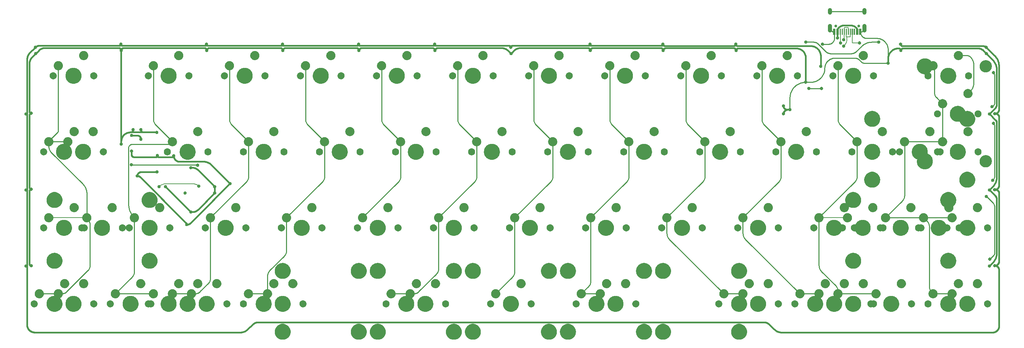
<source format=gbr>
%TF.GenerationSoftware,KiCad,Pcbnew,(7.0.0)*%
%TF.CreationDate,2024-04-22T22:41:05+02:00*%
%TF.ProjectId,forti,666f7274-692e-46b6-9963-61645f706362,rev?*%
%TF.SameCoordinates,Original*%
%TF.FileFunction,Soldermask,Top*%
%TF.FilePolarity,Negative*%
%FSLAX46Y46*%
G04 Gerber Fmt 4.6, Leading zero omitted, Abs format (unit mm)*
G04 Created by KiCad (PCBNEW (7.0.0)) date 2024-04-22 22:41:05*
%MOMM*%
%LPD*%
G01*
G04 APERTURE LIST*
%ADD10C,0.000000*%
%ADD11C,0.600000*%
%ADD12C,0.250000*%
%ADD13C,0.200000*%
%ADD14C,0.381000*%
%ADD15C,1.000000*%
%ADD16C,3.987800*%
%ADD17C,3.048000*%
%ADD18C,0.650000*%
%ADD19R,0.600000X1.450000*%
%ADD20R,0.280000X1.450000*%
%ADD21O,1.000000X2.100000*%
%ADD22O,1.000000X1.600000*%
%ADD23C,1.750000*%
G04 APERTURE END LIST*
D10*
G36*
X66872963Y-35433974D02*
G01*
X66911661Y-35436916D01*
X66949796Y-35441762D01*
X66987321Y-35448463D01*
X67024187Y-35456972D01*
X67060347Y-35467240D01*
X67095752Y-35479220D01*
X67130356Y-35492864D01*
X67164110Y-35508123D01*
X67196966Y-35524951D01*
X67228876Y-35543299D01*
X67259793Y-35563120D01*
X67289668Y-35584364D01*
X67318454Y-35606986D01*
X67346103Y-35630936D01*
X67372567Y-35656167D01*
X67397798Y-35682630D01*
X67421748Y-35710279D01*
X67444369Y-35739065D01*
X67465614Y-35768941D01*
X67485434Y-35799857D01*
X67503783Y-35831768D01*
X67520610Y-35864623D01*
X67535870Y-35898377D01*
X67549514Y-35932981D01*
X67561494Y-35968387D01*
X67571762Y-36004546D01*
X67580271Y-36041412D01*
X67586972Y-36078937D01*
X67591818Y-36117072D01*
X67594760Y-36155770D01*
X67595752Y-36194982D01*
X67594760Y-36234195D01*
X67591818Y-36272892D01*
X67586972Y-36311027D01*
X67580271Y-36348552D01*
X67571762Y-36385418D01*
X67561494Y-36421578D01*
X67549514Y-36456983D01*
X67535870Y-36491587D01*
X67520610Y-36525341D01*
X67503783Y-36558196D01*
X67485434Y-36590107D01*
X67465614Y-36621023D01*
X67444369Y-36650899D01*
X67421748Y-36679685D01*
X67397798Y-36707333D01*
X67372567Y-36733797D01*
X67346103Y-36759028D01*
X67318454Y-36782978D01*
X67289668Y-36805599D01*
X67259793Y-36826844D01*
X67228876Y-36846664D01*
X67196966Y-36865012D01*
X67164110Y-36881840D01*
X67130356Y-36897100D01*
X67095752Y-36910743D01*
X67060347Y-36922723D01*
X67024187Y-36932992D01*
X66987321Y-36941500D01*
X66949796Y-36948201D01*
X66911661Y-36953047D01*
X66872963Y-36955990D01*
X66833751Y-36956981D01*
X66794539Y-36955990D01*
X66755841Y-36953047D01*
X66717706Y-36948201D01*
X66680181Y-36941500D01*
X66643315Y-36932992D01*
X66607155Y-36922723D01*
X66571750Y-36910743D01*
X66537146Y-36897100D01*
X66503392Y-36881840D01*
X66470536Y-36865012D01*
X66438626Y-36846664D01*
X66407709Y-36826844D01*
X66377834Y-36805599D01*
X66349048Y-36782978D01*
X66321399Y-36759028D01*
X66294935Y-36733797D01*
X66269704Y-36707333D01*
X66245754Y-36679685D01*
X66223133Y-36650899D01*
X66201888Y-36621023D01*
X66182067Y-36590107D01*
X66163719Y-36558196D01*
X66146892Y-36525341D01*
X66131632Y-36491587D01*
X66117988Y-36456983D01*
X66106008Y-36421578D01*
X66095740Y-36385418D01*
X66087231Y-36348552D01*
X66080530Y-36311027D01*
X66075684Y-36272892D01*
X66072741Y-36234195D01*
X66071750Y-36194982D01*
X66072741Y-36155770D01*
X66075684Y-36117072D01*
X66080530Y-36078937D01*
X66087231Y-36041412D01*
X66095740Y-36004546D01*
X66106008Y-35968387D01*
X66117988Y-35932981D01*
X66131632Y-35898377D01*
X66146892Y-35864623D01*
X66163719Y-35831768D01*
X66182067Y-35799857D01*
X66201888Y-35768941D01*
X66223133Y-35739065D01*
X66245754Y-35710279D01*
X66269704Y-35682630D01*
X66294935Y-35656167D01*
X66321399Y-35630936D01*
X66349048Y-35606986D01*
X66377834Y-35584364D01*
X66407709Y-35563120D01*
X66438626Y-35543299D01*
X66470536Y-35524951D01*
X66503392Y-35508123D01*
X66537146Y-35492864D01*
X66571750Y-35479220D01*
X66607155Y-35467240D01*
X66643315Y-35456972D01*
X66680181Y-35448463D01*
X66717706Y-35441762D01*
X66755841Y-35436916D01*
X66794539Y-35433974D01*
X66833751Y-35432982D01*
X66872963Y-35433974D01*
G37*
G36*
X60522965Y-37973973D02*
G01*
X60561663Y-37976916D01*
X60599798Y-37981762D01*
X60637322Y-37988463D01*
X60674188Y-37996972D01*
X60710348Y-38007240D01*
X60745754Y-38019220D01*
X60780358Y-38032864D01*
X60814111Y-38048123D01*
X60846967Y-38064951D01*
X60878878Y-38083299D01*
X60909794Y-38103119D01*
X60939670Y-38124364D01*
X60968456Y-38146985D01*
X60996105Y-38170935D01*
X61022568Y-38196166D01*
X61047799Y-38222630D01*
X61071749Y-38250279D01*
X61094371Y-38279065D01*
X61115616Y-38308940D01*
X61135436Y-38339857D01*
X61153784Y-38371767D01*
X61170612Y-38404623D01*
X61185872Y-38438376D01*
X61199515Y-38472980D01*
X61211495Y-38508386D01*
X61221764Y-38544545D01*
X61230272Y-38581412D01*
X61236974Y-38618936D01*
X61241819Y-38657071D01*
X61244762Y-38695769D01*
X61245754Y-38734981D01*
X61244762Y-38774194D01*
X61241819Y-38812891D01*
X61236974Y-38851026D01*
X61230272Y-38888551D01*
X61221764Y-38925417D01*
X61211495Y-38961577D01*
X61199515Y-38996982D01*
X61185872Y-39031586D01*
X61170612Y-39065340D01*
X61153784Y-39098195D01*
X61135436Y-39130106D01*
X61115616Y-39161022D01*
X61094371Y-39190898D01*
X61071749Y-39219684D01*
X61047799Y-39247332D01*
X61022568Y-39273796D01*
X60996105Y-39299027D01*
X60968456Y-39322977D01*
X60939670Y-39345598D01*
X60909794Y-39366843D01*
X60878878Y-39386663D01*
X60846967Y-39405011D01*
X60814111Y-39421839D01*
X60780358Y-39437099D01*
X60745754Y-39450742D01*
X60710348Y-39462722D01*
X60674188Y-39472991D01*
X60637322Y-39481499D01*
X60599798Y-39488200D01*
X60561663Y-39493046D01*
X60522965Y-39495989D01*
X60483752Y-39496980D01*
X60444540Y-39495989D01*
X60405842Y-39493046D01*
X60367707Y-39488200D01*
X60330183Y-39481499D01*
X60293317Y-39472991D01*
X60257157Y-39462722D01*
X60221751Y-39450742D01*
X60187147Y-39437099D01*
X60153394Y-39421839D01*
X60120538Y-39405011D01*
X60088627Y-39386663D01*
X60057711Y-39366843D01*
X60027835Y-39345598D01*
X59999049Y-39322977D01*
X59971400Y-39299027D01*
X59944937Y-39273796D01*
X59919706Y-39247332D01*
X59895756Y-39219684D01*
X59873134Y-39190898D01*
X59851889Y-39161022D01*
X59832069Y-39130106D01*
X59813721Y-39098195D01*
X59796893Y-39065340D01*
X59781633Y-39031586D01*
X59767989Y-38996982D01*
X59756010Y-38961577D01*
X59745741Y-38925417D01*
X59737233Y-38888551D01*
X59730531Y-38851026D01*
X59725686Y-38812891D01*
X59722743Y-38774194D01*
X59721751Y-38734981D01*
X59722743Y-38695769D01*
X59725686Y-38657071D01*
X59730531Y-38618936D01*
X59737233Y-38581412D01*
X59745741Y-38544545D01*
X59756010Y-38508386D01*
X59767989Y-38472980D01*
X59781633Y-38438376D01*
X59796893Y-38404623D01*
X59813721Y-38371767D01*
X59832069Y-38339857D01*
X59851889Y-38308940D01*
X59873134Y-38279065D01*
X59895756Y-38250279D01*
X59919706Y-38222630D01*
X59944937Y-38196166D01*
X59971400Y-38170935D01*
X59999049Y-38146985D01*
X60027835Y-38124364D01*
X60057711Y-38103119D01*
X60088627Y-38083299D01*
X60120538Y-38064951D01*
X60153394Y-38048123D01*
X60187147Y-38032864D01*
X60221751Y-38019220D01*
X60257157Y-38007240D01*
X60293317Y-37996972D01*
X60330183Y-37988463D01*
X60367707Y-37981762D01*
X60405842Y-37976916D01*
X60444540Y-37973973D01*
X60483752Y-37972982D01*
X60522965Y-37973973D01*
G37*
G36*
X69418779Y-40401121D02*
G01*
X69463216Y-40404500D01*
X69507006Y-40410064D01*
X69550095Y-40417759D01*
X69592428Y-40427529D01*
X69633950Y-40439320D01*
X69674606Y-40453077D01*
X69714342Y-40468744D01*
X69753101Y-40486266D01*
X69790829Y-40505590D01*
X69827471Y-40526659D01*
X69862973Y-40549418D01*
X69897279Y-40573813D01*
X69930333Y-40599789D01*
X69962082Y-40627291D01*
X69992470Y-40656263D01*
X70021443Y-40686652D01*
X70048945Y-40718401D01*
X70074921Y-40751455D01*
X70099316Y-40785761D01*
X70122075Y-40821262D01*
X70143144Y-40857905D01*
X70162467Y-40895633D01*
X70179990Y-40934392D01*
X70195657Y-40974127D01*
X70209414Y-41014784D01*
X70221205Y-41056306D01*
X70230975Y-41098639D01*
X70238670Y-41141728D01*
X70244234Y-41185518D01*
X70247613Y-41229955D01*
X70248752Y-41274982D01*
X70247613Y-41320009D01*
X70244234Y-41364446D01*
X70238670Y-41408236D01*
X70230975Y-41451325D01*
X70221205Y-41493658D01*
X70209414Y-41535180D01*
X70195657Y-41575837D01*
X70179990Y-41615572D01*
X70162467Y-41654331D01*
X70143144Y-41692059D01*
X70122075Y-41728702D01*
X70099316Y-41764203D01*
X70074921Y-41798509D01*
X70048945Y-41831563D01*
X70021443Y-41863312D01*
X69992470Y-41893701D01*
X69962082Y-41922673D01*
X69930333Y-41950175D01*
X69897279Y-41976151D01*
X69862973Y-42000546D01*
X69827471Y-42023305D01*
X69790829Y-42044374D01*
X69753101Y-42063698D01*
X69714342Y-42081220D01*
X69674606Y-42096887D01*
X69633950Y-42110644D01*
X69592428Y-42122435D01*
X69550095Y-42132205D01*
X69507006Y-42139900D01*
X69463216Y-42145465D01*
X69418779Y-42148843D01*
X69373752Y-42149982D01*
X69328724Y-42148843D01*
X69284288Y-42145465D01*
X69240498Y-42139900D01*
X69197409Y-42132205D01*
X69155076Y-42122435D01*
X69113553Y-42110644D01*
X69072897Y-42096887D01*
X69033162Y-42081220D01*
X68994403Y-42063698D01*
X68956675Y-42044374D01*
X68920032Y-42023305D01*
X68884531Y-42000546D01*
X68850225Y-41976151D01*
X68817170Y-41950175D01*
X68785421Y-41922673D01*
X68755033Y-41893701D01*
X68726061Y-41863312D01*
X68698559Y-41831563D01*
X68672583Y-41798509D01*
X68648188Y-41764203D01*
X68625428Y-41728702D01*
X68604360Y-41692059D01*
X68585036Y-41654331D01*
X68567514Y-41615572D01*
X68551847Y-41575837D01*
X68538090Y-41535180D01*
X68526299Y-41493658D01*
X68516529Y-41451325D01*
X68508834Y-41408236D01*
X68503269Y-41364446D01*
X68499890Y-41320009D01*
X68498752Y-41274982D01*
X68499890Y-41229955D01*
X68503269Y-41185518D01*
X68508834Y-41141728D01*
X68516529Y-41098639D01*
X68526299Y-41056306D01*
X68538090Y-41014784D01*
X68551847Y-40974127D01*
X68567514Y-40934392D01*
X68585036Y-40895633D01*
X68604360Y-40857905D01*
X68625428Y-40821262D01*
X68648188Y-40785761D01*
X68672583Y-40751455D01*
X68698559Y-40718401D01*
X68726061Y-40686652D01*
X68755033Y-40656263D01*
X68785421Y-40627291D01*
X68817170Y-40599789D01*
X68850225Y-40573813D01*
X68884531Y-40549418D01*
X68920032Y-40526659D01*
X68956675Y-40505590D01*
X68994403Y-40486266D01*
X69033162Y-40468744D01*
X69072897Y-40453077D01*
X69113553Y-40439320D01*
X69155076Y-40427529D01*
X69197409Y-40417759D01*
X69240498Y-40410064D01*
X69284288Y-40404500D01*
X69328724Y-40401121D01*
X69373752Y-40399982D01*
X69418779Y-40401121D01*
G37*
G36*
X64396356Y-39283676D02*
G01*
X64497615Y-39291376D01*
X64597401Y-39304056D01*
X64695590Y-39321591D01*
X64792057Y-39343855D01*
X64886675Y-39370724D01*
X64979320Y-39402071D01*
X65069866Y-39437772D01*
X65158188Y-39477702D01*
X65244161Y-39521735D01*
X65327660Y-39569746D01*
X65408558Y-39621609D01*
X65486732Y-39677199D01*
X65562056Y-39736392D01*
X65634403Y-39799061D01*
X65703650Y-39865082D01*
X65769671Y-39934329D01*
X65832340Y-40006677D01*
X65891533Y-40082000D01*
X65947123Y-40160174D01*
X65998987Y-40241072D01*
X66046997Y-40324571D01*
X66091030Y-40410544D01*
X66130960Y-40498866D01*
X66166661Y-40589412D01*
X66198008Y-40682057D01*
X66224877Y-40776675D01*
X66247141Y-40873142D01*
X66264676Y-40971331D01*
X66277356Y-41071117D01*
X66285056Y-41172376D01*
X66287650Y-41274982D01*
X66285056Y-41377588D01*
X66277356Y-41478847D01*
X66264676Y-41578633D01*
X66247141Y-41676822D01*
X66224877Y-41773289D01*
X66198008Y-41867907D01*
X66166661Y-41960552D01*
X66130960Y-42051098D01*
X66091030Y-42139420D01*
X66046997Y-42225393D01*
X65998987Y-42308892D01*
X65947123Y-42389790D01*
X65891533Y-42467964D01*
X65832340Y-42543288D01*
X65769671Y-42615635D01*
X65703650Y-42684882D01*
X65634403Y-42750903D01*
X65562056Y-42813572D01*
X65486732Y-42872765D01*
X65408558Y-42928355D01*
X65327660Y-42980219D01*
X65244161Y-43028229D01*
X65158188Y-43072262D01*
X65069866Y-43112192D01*
X64979320Y-43147893D01*
X64886675Y-43179240D01*
X64792057Y-43206109D01*
X64695590Y-43228373D01*
X64597401Y-43245908D01*
X64497615Y-43258588D01*
X64396356Y-43266288D01*
X64293750Y-43268882D01*
X64191144Y-43266288D01*
X64089885Y-43258588D01*
X63990099Y-43245908D01*
X63891910Y-43228373D01*
X63795443Y-43206109D01*
X63700825Y-43179240D01*
X63608180Y-43147893D01*
X63517634Y-43112192D01*
X63429312Y-43072262D01*
X63343339Y-43028229D01*
X63259840Y-42980219D01*
X63178942Y-42928355D01*
X63100768Y-42872765D01*
X63025445Y-42813572D01*
X62953097Y-42750903D01*
X62883850Y-42684882D01*
X62817829Y-42615635D01*
X62755160Y-42543288D01*
X62695967Y-42467964D01*
X62640377Y-42389790D01*
X62588514Y-42308892D01*
X62540503Y-42225393D01*
X62496470Y-42139420D01*
X62456540Y-42051098D01*
X62420839Y-41960552D01*
X62389492Y-41867907D01*
X62362623Y-41773289D01*
X62340359Y-41676822D01*
X62322824Y-41578633D01*
X62310144Y-41478847D01*
X62302444Y-41377588D01*
X62299850Y-41274982D01*
X62302444Y-41172376D01*
X62310144Y-41071117D01*
X62322824Y-40971331D01*
X62340359Y-40873142D01*
X62362623Y-40776675D01*
X62389492Y-40682057D01*
X62420839Y-40589412D01*
X62456540Y-40498866D01*
X62496470Y-40410544D01*
X62540503Y-40324571D01*
X62588514Y-40241072D01*
X62640377Y-40160174D01*
X62695967Y-40082000D01*
X62755160Y-40006677D01*
X62817829Y-39934329D01*
X62883850Y-39865082D01*
X62953097Y-39799061D01*
X63025445Y-39736392D01*
X63100768Y-39677199D01*
X63178942Y-39621609D01*
X63259840Y-39569746D01*
X63343339Y-39521735D01*
X63429312Y-39477702D01*
X63517634Y-39437772D01*
X63608180Y-39402071D01*
X63700825Y-39370724D01*
X63795443Y-39343855D01*
X63891910Y-39321591D01*
X63990099Y-39304056D01*
X64089885Y-39291376D01*
X64191144Y-39283676D01*
X64293750Y-39281082D01*
X64396356Y-39283676D01*
G37*
G36*
X59258779Y-40401121D02*
G01*
X59303216Y-40404500D01*
X59347006Y-40410064D01*
X59390095Y-40417759D01*
X59432428Y-40427529D01*
X59473950Y-40439320D01*
X59514607Y-40453077D01*
X59554342Y-40468744D01*
X59593101Y-40486266D01*
X59630829Y-40505590D01*
X59667472Y-40526659D01*
X59702973Y-40549418D01*
X59737279Y-40573813D01*
X59770333Y-40599789D01*
X59802082Y-40627291D01*
X59832471Y-40656263D01*
X59861443Y-40686652D01*
X59888945Y-40718401D01*
X59914921Y-40751455D01*
X59939316Y-40785761D01*
X59962075Y-40821262D01*
X59983144Y-40857905D01*
X60002468Y-40895633D01*
X60019990Y-40934392D01*
X60035657Y-40974127D01*
X60049414Y-41014784D01*
X60061205Y-41056306D01*
X60070975Y-41098639D01*
X60078670Y-41141728D01*
X60084234Y-41185518D01*
X60087613Y-41229955D01*
X60088752Y-41274982D01*
X60087613Y-41320009D01*
X60084234Y-41364446D01*
X60078670Y-41408236D01*
X60070975Y-41451325D01*
X60061205Y-41493658D01*
X60049414Y-41535180D01*
X60035657Y-41575837D01*
X60019990Y-41615572D01*
X60002468Y-41654331D01*
X59983144Y-41692059D01*
X59962075Y-41728702D01*
X59939316Y-41764203D01*
X59914921Y-41798509D01*
X59888945Y-41831563D01*
X59861443Y-41863312D01*
X59832471Y-41893701D01*
X59802082Y-41922673D01*
X59770333Y-41950175D01*
X59737279Y-41976151D01*
X59702973Y-42000546D01*
X59667472Y-42023305D01*
X59630829Y-42044374D01*
X59593101Y-42063698D01*
X59554342Y-42081220D01*
X59514607Y-42096887D01*
X59473950Y-42110644D01*
X59432428Y-42122435D01*
X59390095Y-42132205D01*
X59347006Y-42139900D01*
X59303216Y-42145465D01*
X59258779Y-42148843D01*
X59213752Y-42149982D01*
X59168725Y-42148843D01*
X59124288Y-42145465D01*
X59080498Y-42139900D01*
X59037409Y-42132205D01*
X58995076Y-42122435D01*
X58953554Y-42110644D01*
X58912897Y-42096887D01*
X58873162Y-42081220D01*
X58834403Y-42063698D01*
X58796675Y-42044374D01*
X58760032Y-42023305D01*
X58724531Y-42000546D01*
X58690225Y-41976151D01*
X58657171Y-41950175D01*
X58625422Y-41922673D01*
X58595033Y-41893701D01*
X58566061Y-41863312D01*
X58538559Y-41831563D01*
X58512583Y-41798509D01*
X58488188Y-41764203D01*
X58465429Y-41728702D01*
X58444360Y-41692059D01*
X58425036Y-41654331D01*
X58407514Y-41615572D01*
X58391847Y-41575837D01*
X58378090Y-41535180D01*
X58366299Y-41493658D01*
X58356529Y-41451325D01*
X58348834Y-41408236D01*
X58343270Y-41364446D01*
X58339891Y-41320009D01*
X58338752Y-41274982D01*
X58339891Y-41229955D01*
X58343270Y-41185518D01*
X58348834Y-41141728D01*
X58356529Y-41098639D01*
X58366299Y-41056306D01*
X58378090Y-41014784D01*
X58391847Y-40974127D01*
X58407514Y-40934392D01*
X58425036Y-40895633D01*
X58444360Y-40857905D01*
X58465429Y-40821262D01*
X58488188Y-40785761D01*
X58512583Y-40751455D01*
X58538559Y-40718401D01*
X58566061Y-40686652D01*
X58595033Y-40656263D01*
X58625422Y-40627291D01*
X58657171Y-40599789D01*
X58690225Y-40573813D01*
X58724531Y-40549418D01*
X58760032Y-40526659D01*
X58796675Y-40505590D01*
X58834403Y-40486266D01*
X58873162Y-40468744D01*
X58912897Y-40453077D01*
X58953554Y-40439320D01*
X58995076Y-40427529D01*
X59037409Y-40417759D01*
X59080498Y-40410064D01*
X59124288Y-40404500D01*
X59168725Y-40401121D01*
X59213752Y-40399982D01*
X59258779Y-40401121D01*
G37*
G36*
X57347964Y-92583970D02*
G01*
X57386661Y-92586913D01*
X57424796Y-92591759D01*
X57462320Y-92598460D01*
X57499186Y-92606969D01*
X57535346Y-92617237D01*
X57570752Y-92629217D01*
X57605355Y-92642861D01*
X57639109Y-92658121D01*
X57671965Y-92674949D01*
X57703875Y-92693297D01*
X57734792Y-92713118D01*
X57764667Y-92734363D01*
X57793453Y-92756984D01*
X57821102Y-92780934D01*
X57847566Y-92806165D01*
X57872796Y-92832629D01*
X57896747Y-92860278D01*
X57919368Y-92889064D01*
X57940613Y-92918940D01*
X57960433Y-92949856D01*
X57978781Y-92981767D01*
X57995609Y-93014623D01*
X58010869Y-93048376D01*
X58024512Y-93082980D01*
X58036492Y-93118386D01*
X58046761Y-93154545D01*
X58055269Y-93191411D01*
X58061970Y-93228936D01*
X58066816Y-93267070D01*
X58069759Y-93305768D01*
X58070750Y-93344980D01*
X58069759Y-93384192D01*
X58066816Y-93422889D01*
X58061970Y-93461024D01*
X58055269Y-93498548D01*
X58046761Y-93535414D01*
X58036492Y-93571574D01*
X58024512Y-93606980D01*
X58010869Y-93641583D01*
X57995609Y-93675337D01*
X57978781Y-93708193D01*
X57960433Y-93740103D01*
X57940613Y-93771020D01*
X57919368Y-93800895D01*
X57896747Y-93829682D01*
X57872796Y-93857330D01*
X57847566Y-93883794D01*
X57821102Y-93909025D01*
X57793453Y-93932976D01*
X57764667Y-93955597D01*
X57734792Y-93976842D01*
X57703875Y-93996662D01*
X57671965Y-94015011D01*
X57639109Y-94031839D01*
X57605355Y-94047098D01*
X57570752Y-94060742D01*
X57535346Y-94072722D01*
X57499186Y-94082991D01*
X57462320Y-94091500D01*
X57424796Y-94098201D01*
X57386661Y-94103047D01*
X57347964Y-94105989D01*
X57308751Y-94106981D01*
X57269539Y-94105989D01*
X57230841Y-94103047D01*
X57192706Y-94098201D01*
X57155182Y-94091500D01*
X57118316Y-94082991D01*
X57082156Y-94072722D01*
X57046750Y-94060742D01*
X57012147Y-94047098D01*
X56978393Y-94031839D01*
X56945537Y-94015011D01*
X56913627Y-93996662D01*
X56882710Y-93976842D01*
X56852835Y-93955597D01*
X56824049Y-93932976D01*
X56796400Y-93909025D01*
X56769936Y-93883794D01*
X56744706Y-93857330D01*
X56720756Y-93829682D01*
X56698134Y-93800895D01*
X56676889Y-93771020D01*
X56657069Y-93740103D01*
X56638721Y-93708193D01*
X56621893Y-93675337D01*
X56606634Y-93641583D01*
X56592990Y-93606980D01*
X56581010Y-93571574D01*
X56570742Y-93535414D01*
X56562233Y-93498548D01*
X56555532Y-93461024D01*
X56550686Y-93422889D01*
X56547744Y-93384192D01*
X56546752Y-93344980D01*
X56547744Y-93305768D01*
X56550686Y-93267070D01*
X56555532Y-93228936D01*
X56562233Y-93191411D01*
X56570742Y-93154545D01*
X56581010Y-93118386D01*
X56592990Y-93082980D01*
X56606634Y-93048376D01*
X56621893Y-93014623D01*
X56638721Y-92981767D01*
X56657069Y-92949856D01*
X56676889Y-92918940D01*
X56698134Y-92889064D01*
X56720756Y-92860278D01*
X56744706Y-92832629D01*
X56769936Y-92806165D01*
X56796400Y-92780934D01*
X56824049Y-92756984D01*
X56852835Y-92734363D01*
X56882710Y-92713118D01*
X56913627Y-92693297D01*
X56945537Y-92674949D01*
X56978393Y-92658121D01*
X57012147Y-92642861D01*
X57046750Y-92629217D01*
X57082156Y-92617237D01*
X57118316Y-92606969D01*
X57155182Y-92598460D01*
X57192706Y-92591759D01*
X57230841Y-92586913D01*
X57269539Y-92583970D01*
X57308751Y-92582979D01*
X57347964Y-92583970D01*
G37*
G36*
X50998063Y-95123971D02*
G01*
X51036760Y-95126914D01*
X51074895Y-95131760D01*
X51112420Y-95138461D01*
X51149286Y-95146970D01*
X51185446Y-95157238D01*
X51220851Y-95169218D01*
X51255455Y-95182862D01*
X51289209Y-95198122D01*
X51322064Y-95214950D01*
X51353975Y-95233298D01*
X51384891Y-95253119D01*
X51414767Y-95274364D01*
X51443553Y-95296985D01*
X51471201Y-95320935D01*
X51497665Y-95346166D01*
X51522896Y-95372630D01*
X51546846Y-95400279D01*
X51569467Y-95429065D01*
X51590712Y-95458941D01*
X51610532Y-95489857D01*
X51628880Y-95521768D01*
X51645708Y-95554624D01*
X51660968Y-95588377D01*
X51674611Y-95622981D01*
X51686591Y-95658386D01*
X51696860Y-95694546D01*
X51705368Y-95731412D01*
X51712069Y-95768936D01*
X51716915Y-95807071D01*
X51719858Y-95845769D01*
X51720849Y-95884981D01*
X51719858Y-95924193D01*
X51716915Y-95962890D01*
X51712069Y-96001025D01*
X51705368Y-96038549D01*
X51696860Y-96075415D01*
X51686591Y-96111575D01*
X51674611Y-96146981D01*
X51660968Y-96181584D01*
X51645708Y-96215338D01*
X51628880Y-96248194D01*
X51610532Y-96280104D01*
X51590712Y-96311021D01*
X51569467Y-96340896D01*
X51546846Y-96369682D01*
X51522896Y-96397331D01*
X51497665Y-96423795D01*
X51471201Y-96449026D01*
X51443553Y-96472976D01*
X51414767Y-96495598D01*
X51384891Y-96516843D01*
X51353975Y-96536663D01*
X51322064Y-96555012D01*
X51289209Y-96571839D01*
X51255455Y-96587099D01*
X51220851Y-96600743D01*
X51185446Y-96612723D01*
X51149286Y-96622992D01*
X51112420Y-96631500D01*
X51074895Y-96638202D01*
X51036760Y-96643048D01*
X50998063Y-96645990D01*
X50958850Y-96646982D01*
X50919638Y-96645990D01*
X50880940Y-96643048D01*
X50842805Y-96638202D01*
X50805281Y-96631500D01*
X50768414Y-96622992D01*
X50732255Y-96612723D01*
X50696849Y-96600743D01*
X50662245Y-96587099D01*
X50628492Y-96571839D01*
X50595636Y-96555012D01*
X50563726Y-96536663D01*
X50532809Y-96516843D01*
X50502934Y-96495598D01*
X50474148Y-96472976D01*
X50446499Y-96449026D01*
X50420035Y-96423795D01*
X50394804Y-96397331D01*
X50370854Y-96369682D01*
X50348233Y-96340896D01*
X50326988Y-96311021D01*
X50307168Y-96280104D01*
X50288820Y-96248194D01*
X50271992Y-96215338D01*
X50256733Y-96181584D01*
X50243089Y-96146981D01*
X50231109Y-96111575D01*
X50220841Y-96075415D01*
X50212332Y-96038549D01*
X50205631Y-96001025D01*
X50200785Y-95962890D01*
X50197843Y-95924193D01*
X50196851Y-95884981D01*
X50197843Y-95845769D01*
X50200785Y-95807071D01*
X50205631Y-95768936D01*
X50212332Y-95731412D01*
X50220841Y-95694546D01*
X50231109Y-95658386D01*
X50243089Y-95622981D01*
X50256733Y-95588377D01*
X50271992Y-95554624D01*
X50288820Y-95521768D01*
X50307168Y-95489857D01*
X50326988Y-95458941D01*
X50348233Y-95429065D01*
X50370854Y-95400279D01*
X50394804Y-95372630D01*
X50420035Y-95346166D01*
X50446499Y-95320935D01*
X50474148Y-95296985D01*
X50502934Y-95274364D01*
X50532809Y-95253119D01*
X50563726Y-95233298D01*
X50595636Y-95214950D01*
X50628492Y-95198122D01*
X50662245Y-95182862D01*
X50696849Y-95169218D01*
X50732255Y-95157238D01*
X50768414Y-95146970D01*
X50805281Y-95138461D01*
X50842805Y-95131760D01*
X50880940Y-95126914D01*
X50919638Y-95123971D01*
X50958850Y-95122980D01*
X50998063Y-95123971D01*
G37*
G36*
X59893778Y-97551120D02*
G01*
X59938214Y-97554499D01*
X59982004Y-97560064D01*
X60025094Y-97567759D01*
X60067427Y-97577529D01*
X60108949Y-97589320D01*
X60149605Y-97603077D01*
X60189340Y-97618744D01*
X60228099Y-97636267D01*
X60265828Y-97655590D01*
X60302470Y-97676659D01*
X60337971Y-97699419D01*
X60372277Y-97723814D01*
X60405332Y-97749790D01*
X60437081Y-97777292D01*
X60467469Y-97806264D01*
X60496441Y-97836653D01*
X60523943Y-97868402D01*
X60549919Y-97901457D01*
X60574314Y-97935762D01*
X60597074Y-97971264D01*
X60618143Y-98007906D01*
X60637466Y-98045634D01*
X60654989Y-98084394D01*
X60670656Y-98124129D01*
X60684412Y-98164785D01*
X60696203Y-98206307D01*
X60705973Y-98248640D01*
X60713668Y-98291729D01*
X60719233Y-98335519D01*
X60722612Y-98379955D01*
X60723750Y-98424982D01*
X60722612Y-98470009D01*
X60719233Y-98514445D01*
X60713668Y-98558235D01*
X60705973Y-98601324D01*
X60696203Y-98643657D01*
X60684412Y-98685179D01*
X60670656Y-98725835D01*
X60654989Y-98765570D01*
X60637466Y-98804329D01*
X60618143Y-98842057D01*
X60597074Y-98878700D01*
X60574314Y-98914201D01*
X60549919Y-98948507D01*
X60523943Y-98981562D01*
X60496441Y-99013311D01*
X60467469Y-99043699D01*
X60437081Y-99072671D01*
X60405332Y-99100173D01*
X60372277Y-99126149D01*
X60337971Y-99150545D01*
X60302470Y-99173304D01*
X60265828Y-99194373D01*
X60228099Y-99213697D01*
X60189340Y-99231219D01*
X60149605Y-99246887D01*
X60108949Y-99260643D01*
X60067427Y-99272434D01*
X60025094Y-99282205D01*
X59982004Y-99289900D01*
X59938214Y-99295464D01*
X59893778Y-99298843D01*
X59848750Y-99299982D01*
X59803723Y-99298843D01*
X59759287Y-99295464D01*
X59715496Y-99289900D01*
X59672407Y-99282205D01*
X59630074Y-99272434D01*
X59588552Y-99260643D01*
X59547896Y-99246887D01*
X59508161Y-99231219D01*
X59469401Y-99213697D01*
X59431673Y-99194373D01*
X59395031Y-99173304D01*
X59359529Y-99150545D01*
X59325224Y-99126149D01*
X59292169Y-99100173D01*
X59260420Y-99072671D01*
X59230032Y-99043699D01*
X59201059Y-99013311D01*
X59173558Y-98981562D01*
X59147582Y-98948507D01*
X59123186Y-98914201D01*
X59100427Y-98878700D01*
X59079358Y-98842057D01*
X59060035Y-98804329D01*
X59042512Y-98765570D01*
X59026845Y-98725835D01*
X59013089Y-98685179D01*
X59001298Y-98643657D01*
X58991527Y-98601324D01*
X58983832Y-98558235D01*
X58978268Y-98514445D01*
X58974889Y-98470009D01*
X58973750Y-98424982D01*
X58974889Y-98379955D01*
X58978268Y-98335519D01*
X58983832Y-98291729D01*
X58991527Y-98248640D01*
X59001298Y-98206307D01*
X59013089Y-98164785D01*
X59026845Y-98124129D01*
X59042512Y-98084394D01*
X59060035Y-98045634D01*
X59079358Y-98007906D01*
X59100427Y-97971264D01*
X59123186Y-97935762D01*
X59147582Y-97901457D01*
X59173558Y-97868402D01*
X59201059Y-97836653D01*
X59230032Y-97806264D01*
X59260420Y-97777292D01*
X59292169Y-97749790D01*
X59325224Y-97723814D01*
X59359529Y-97699419D01*
X59395031Y-97676659D01*
X59431673Y-97655590D01*
X59469401Y-97636267D01*
X59508161Y-97618744D01*
X59547896Y-97603077D01*
X59588552Y-97589320D01*
X59630074Y-97577529D01*
X59672407Y-97567759D01*
X59715496Y-97560064D01*
X59759287Y-97554499D01*
X59803723Y-97551120D01*
X59848750Y-97549982D01*
X59893778Y-97551120D01*
G37*
G36*
X54871356Y-96433680D02*
G01*
X54972615Y-96441379D01*
X55072402Y-96454059D01*
X55170591Y-96471594D01*
X55267057Y-96493858D01*
X55361675Y-96520726D01*
X55454320Y-96552074D01*
X55544866Y-96587775D01*
X55633188Y-96627704D01*
X55719161Y-96671737D01*
X55802660Y-96719747D01*
X55883559Y-96771610D01*
X55961732Y-96827200D01*
X56037056Y-96886392D01*
X56109404Y-96949061D01*
X56178651Y-97015082D01*
X56244671Y-97084329D01*
X56307341Y-97156676D01*
X56366533Y-97231999D01*
X56422124Y-97310173D01*
X56473987Y-97391071D01*
X56521998Y-97474570D01*
X56566030Y-97560543D01*
X56605960Y-97648865D01*
X56641661Y-97739411D01*
X56673009Y-97832056D01*
X56699877Y-97926674D01*
X56722142Y-98023140D01*
X56739676Y-98121330D01*
X56752356Y-98221116D01*
X56760056Y-98322376D01*
X56762651Y-98424982D01*
X56760056Y-98527588D01*
X56752356Y-98628847D01*
X56739676Y-98728634D01*
X56722142Y-98826823D01*
X56699877Y-98923289D01*
X56673009Y-99017907D01*
X56641661Y-99110552D01*
X56605960Y-99201098D01*
X56566030Y-99289421D01*
X56521998Y-99375393D01*
X56473987Y-99458892D01*
X56422124Y-99539790D01*
X56366533Y-99617964D01*
X56307341Y-99693287D01*
X56244671Y-99765635D01*
X56178651Y-99834881D01*
X56109404Y-99900902D01*
X56037056Y-99963571D01*
X55961732Y-100022763D01*
X55883559Y-100078353D01*
X55802660Y-100130216D01*
X55719161Y-100178227D01*
X55633188Y-100222259D01*
X55544866Y-100262189D01*
X55454320Y-100297890D01*
X55361675Y-100329237D01*
X55267057Y-100356105D01*
X55170591Y-100378369D01*
X55072402Y-100395904D01*
X54972615Y-100408584D01*
X54871356Y-100416284D01*
X54768750Y-100418878D01*
X54666145Y-100416284D01*
X54564886Y-100408584D01*
X54465099Y-100395904D01*
X54366910Y-100378369D01*
X54270444Y-100356105D01*
X54175826Y-100329237D01*
X54083181Y-100297890D01*
X53992635Y-100262189D01*
X53904312Y-100222259D01*
X53818339Y-100178227D01*
X53734841Y-100130216D01*
X53653942Y-100078353D01*
X53575768Y-100022763D01*
X53500445Y-99963571D01*
X53428097Y-99900902D01*
X53358850Y-99834881D01*
X53292829Y-99765635D01*
X53230160Y-99693287D01*
X53170968Y-99617964D01*
X53115377Y-99539790D01*
X53063514Y-99458892D01*
X53015503Y-99375393D01*
X52971470Y-99289421D01*
X52931541Y-99201098D01*
X52895840Y-99110552D01*
X52864492Y-99017907D01*
X52837623Y-98923289D01*
X52815359Y-98826823D01*
X52797824Y-98728634D01*
X52785144Y-98628847D01*
X52777445Y-98527588D01*
X52774850Y-98424982D01*
X52777445Y-98322376D01*
X52785144Y-98221116D01*
X52797824Y-98121330D01*
X52815359Y-98023140D01*
X52837623Y-97926674D01*
X52864492Y-97832056D01*
X52895840Y-97739411D01*
X52931541Y-97648865D01*
X52971470Y-97560543D01*
X53015503Y-97474570D01*
X53063514Y-97391071D01*
X53115377Y-97310173D01*
X53170968Y-97231999D01*
X53230160Y-97156676D01*
X53292829Y-97084329D01*
X53358850Y-97015082D01*
X53428097Y-96949061D01*
X53500445Y-96886392D01*
X53575768Y-96827200D01*
X53653942Y-96771610D01*
X53734841Y-96719747D01*
X53818339Y-96671737D01*
X53904312Y-96627704D01*
X53992635Y-96587775D01*
X54083181Y-96552074D01*
X54175826Y-96520726D01*
X54270444Y-96493858D01*
X54366910Y-96471594D01*
X54465099Y-96454059D01*
X54564886Y-96441379D01*
X54666145Y-96433680D01*
X54768750Y-96431085D01*
X54871356Y-96433680D01*
G37*
G36*
X49733778Y-97551120D02*
G01*
X49778214Y-97554499D01*
X49822004Y-97560064D01*
X49865094Y-97567759D01*
X49907427Y-97577529D01*
X49948949Y-97589320D01*
X49989605Y-97603077D01*
X50029340Y-97618744D01*
X50068099Y-97636267D01*
X50105828Y-97655590D01*
X50142470Y-97676659D01*
X50177972Y-97699419D01*
X50212277Y-97723814D01*
X50245332Y-97749790D01*
X50277081Y-97777292D01*
X50307469Y-97806264D01*
X50336442Y-97836653D01*
X50363943Y-97868402D01*
X50389919Y-97901457D01*
X50414314Y-97935762D01*
X50437074Y-97971264D01*
X50458143Y-98007906D01*
X50477466Y-98045634D01*
X50494989Y-98084394D01*
X50510656Y-98124129D01*
X50524412Y-98164785D01*
X50536203Y-98206307D01*
X50545974Y-98248640D01*
X50553669Y-98291729D01*
X50559233Y-98335519D01*
X50562612Y-98379955D01*
X50563750Y-98424982D01*
X50562612Y-98470009D01*
X50559233Y-98514445D01*
X50553669Y-98558235D01*
X50545974Y-98601324D01*
X50536203Y-98643657D01*
X50524412Y-98685179D01*
X50510656Y-98725835D01*
X50494989Y-98765570D01*
X50477466Y-98804329D01*
X50458143Y-98842057D01*
X50437074Y-98878700D01*
X50414314Y-98914201D01*
X50389919Y-98948507D01*
X50363943Y-98981562D01*
X50336442Y-99013311D01*
X50307469Y-99043699D01*
X50277081Y-99072671D01*
X50245332Y-99100173D01*
X50212277Y-99126149D01*
X50177972Y-99150545D01*
X50142470Y-99173304D01*
X50105828Y-99194373D01*
X50068099Y-99213697D01*
X50029340Y-99231219D01*
X49989605Y-99246887D01*
X49948949Y-99260643D01*
X49907427Y-99272434D01*
X49865094Y-99282205D01*
X49822004Y-99289900D01*
X49778214Y-99295464D01*
X49733778Y-99298843D01*
X49688750Y-99299982D01*
X49643723Y-99298843D01*
X49599287Y-99295464D01*
X49555497Y-99289900D01*
X49512407Y-99282205D01*
X49470074Y-99272434D01*
X49428552Y-99260643D01*
X49387896Y-99246887D01*
X49348161Y-99231219D01*
X49309402Y-99213697D01*
X49271673Y-99194373D01*
X49235031Y-99173304D01*
X49199529Y-99150545D01*
X49165224Y-99126149D01*
X49132169Y-99100173D01*
X49100420Y-99072671D01*
X49070032Y-99043699D01*
X49041059Y-99013311D01*
X49013558Y-98981562D01*
X48987582Y-98948507D01*
X48963187Y-98914201D01*
X48940427Y-98878700D01*
X48919358Y-98842057D01*
X48900035Y-98804329D01*
X48882512Y-98765570D01*
X48866845Y-98725835D01*
X48853089Y-98685179D01*
X48841298Y-98643657D01*
X48831527Y-98601324D01*
X48823832Y-98558235D01*
X48818268Y-98514445D01*
X48814889Y-98470009D01*
X48813750Y-98424982D01*
X48814889Y-98379955D01*
X48818268Y-98335519D01*
X48823832Y-98291729D01*
X48831527Y-98248640D01*
X48841298Y-98206307D01*
X48853089Y-98164785D01*
X48866845Y-98124129D01*
X48882512Y-98084394D01*
X48900035Y-98045634D01*
X48919358Y-98007906D01*
X48940427Y-97971264D01*
X48963187Y-97935762D01*
X48987582Y-97901457D01*
X49013558Y-97868402D01*
X49041059Y-97836653D01*
X49070032Y-97806264D01*
X49100420Y-97777292D01*
X49132169Y-97749790D01*
X49165224Y-97723814D01*
X49199529Y-97699419D01*
X49235031Y-97676659D01*
X49271673Y-97655590D01*
X49309402Y-97636267D01*
X49348161Y-97618744D01*
X49387896Y-97603077D01*
X49428552Y-97589320D01*
X49470074Y-97577529D01*
X49512407Y-97567759D01*
X49555497Y-97560064D01*
X49599287Y-97554499D01*
X49643723Y-97551120D01*
X49688750Y-97549982D01*
X49733778Y-97551120D01*
G37*
G36*
X209747963Y-92583970D02*
G01*
X209786660Y-92586913D01*
X209824795Y-92591759D01*
X209862319Y-92598460D01*
X209899185Y-92606969D01*
X209935345Y-92617237D01*
X209970750Y-92629217D01*
X210005353Y-92642861D01*
X210039107Y-92658121D01*
X210071962Y-92674949D01*
X210103872Y-92693297D01*
X210134789Y-92713118D01*
X210164664Y-92734363D01*
X210193450Y-92756984D01*
X210221098Y-92780934D01*
X210247562Y-92806165D01*
X210272792Y-92832629D01*
X210296742Y-92860278D01*
X210319363Y-92889064D01*
X210340608Y-92918940D01*
X210360428Y-92949856D01*
X210378776Y-92981767D01*
X210395604Y-93014623D01*
X210410863Y-93048376D01*
X210424507Y-93082980D01*
X210436487Y-93118386D01*
X210446755Y-93154545D01*
X210455263Y-93191411D01*
X210461964Y-93228936D01*
X210466810Y-93267070D01*
X210469753Y-93305768D01*
X210470744Y-93344980D01*
X210469753Y-93384192D01*
X210466810Y-93422889D01*
X210461964Y-93461024D01*
X210455263Y-93498548D01*
X210446755Y-93535414D01*
X210436487Y-93571574D01*
X210424507Y-93606980D01*
X210410863Y-93641583D01*
X210395604Y-93675337D01*
X210378776Y-93708193D01*
X210360428Y-93740103D01*
X210340608Y-93771020D01*
X210319363Y-93800895D01*
X210296742Y-93829682D01*
X210272792Y-93857330D01*
X210247562Y-93883794D01*
X210221098Y-93909025D01*
X210193450Y-93932976D01*
X210164664Y-93955597D01*
X210134789Y-93976842D01*
X210103872Y-93996662D01*
X210071962Y-94015011D01*
X210039107Y-94031839D01*
X210005353Y-94047098D01*
X209970750Y-94060742D01*
X209935345Y-94072722D01*
X209899185Y-94082991D01*
X209862319Y-94091500D01*
X209824795Y-94098201D01*
X209786660Y-94103047D01*
X209747963Y-94105989D01*
X209708751Y-94106981D01*
X209669539Y-94105989D01*
X209630842Y-94103047D01*
X209592707Y-94098201D01*
X209555183Y-94091500D01*
X209518317Y-94082991D01*
X209482157Y-94072722D01*
X209446752Y-94060742D01*
X209412149Y-94047098D01*
X209378395Y-94031839D01*
X209345540Y-94015011D01*
X209313630Y-93996662D01*
X209282713Y-93976842D01*
X209252838Y-93955597D01*
X209224052Y-93932976D01*
X209196404Y-93909025D01*
X209169940Y-93883794D01*
X209144710Y-93857330D01*
X209120760Y-93829682D01*
X209098139Y-93800895D01*
X209076894Y-93771020D01*
X209057074Y-93740103D01*
X209038726Y-93708193D01*
X209021898Y-93675337D01*
X209006639Y-93641583D01*
X208992995Y-93606980D01*
X208981015Y-93571574D01*
X208970747Y-93535414D01*
X208962239Y-93498548D01*
X208955537Y-93461024D01*
X208950692Y-93422889D01*
X208947749Y-93384192D01*
X208946758Y-93344980D01*
X208947749Y-93305768D01*
X208950692Y-93267070D01*
X208955537Y-93228936D01*
X208962239Y-93191411D01*
X208970747Y-93154545D01*
X208981015Y-93118386D01*
X208992995Y-93082980D01*
X209006639Y-93048376D01*
X209021898Y-93014623D01*
X209038726Y-92981767D01*
X209057074Y-92949856D01*
X209076894Y-92918940D01*
X209098139Y-92889064D01*
X209120760Y-92860278D01*
X209144710Y-92832629D01*
X209169940Y-92806165D01*
X209196404Y-92780934D01*
X209224052Y-92756984D01*
X209252838Y-92734363D01*
X209282713Y-92713118D01*
X209313630Y-92693297D01*
X209345540Y-92674949D01*
X209378395Y-92658121D01*
X209412149Y-92642861D01*
X209446752Y-92629217D01*
X209482157Y-92617237D01*
X209518317Y-92606969D01*
X209555183Y-92598460D01*
X209592707Y-92591759D01*
X209630842Y-92586913D01*
X209669539Y-92583970D01*
X209708751Y-92582979D01*
X209747963Y-92583970D01*
G37*
G36*
X203397957Y-95123971D02*
G01*
X203436654Y-95126914D01*
X203474789Y-95131760D01*
X203512313Y-95138461D01*
X203549179Y-95146970D01*
X203585338Y-95157238D01*
X203620744Y-95169218D01*
X203655347Y-95182862D01*
X203689101Y-95198122D01*
X203721956Y-95214950D01*
X203753866Y-95233298D01*
X203784783Y-95253119D01*
X203814658Y-95274364D01*
X203843443Y-95296985D01*
X203871092Y-95320935D01*
X203897556Y-95346166D01*
X203922786Y-95372630D01*
X203946736Y-95400279D01*
X203969357Y-95429065D01*
X203990602Y-95458941D01*
X204010422Y-95489857D01*
X204028770Y-95521768D01*
X204045597Y-95554624D01*
X204060857Y-95588377D01*
X204074501Y-95622981D01*
X204086481Y-95658386D01*
X204096749Y-95694546D01*
X204105257Y-95731412D01*
X204111958Y-95768936D01*
X204116804Y-95807071D01*
X204119747Y-95845769D01*
X204120738Y-95884981D01*
X204119747Y-95924193D01*
X204116804Y-95962890D01*
X204111958Y-96001025D01*
X204105257Y-96038549D01*
X204096749Y-96075415D01*
X204086481Y-96111575D01*
X204074501Y-96146981D01*
X204060857Y-96181584D01*
X204045597Y-96215338D01*
X204028770Y-96248194D01*
X204010422Y-96280104D01*
X203990602Y-96311021D01*
X203969357Y-96340896D01*
X203946736Y-96369682D01*
X203922786Y-96397331D01*
X203897556Y-96423795D01*
X203871092Y-96449026D01*
X203843443Y-96472976D01*
X203814658Y-96495598D01*
X203784783Y-96516843D01*
X203753866Y-96536663D01*
X203721956Y-96555012D01*
X203689101Y-96571839D01*
X203655347Y-96587099D01*
X203620744Y-96600743D01*
X203585338Y-96612723D01*
X203549179Y-96622992D01*
X203512313Y-96631500D01*
X203474789Y-96638202D01*
X203436654Y-96643048D01*
X203397957Y-96645990D01*
X203358745Y-96646982D01*
X203319533Y-96645990D01*
X203280835Y-96643048D01*
X203242701Y-96638202D01*
X203205177Y-96631500D01*
X203168311Y-96622992D01*
X203132151Y-96612723D01*
X203096746Y-96600743D01*
X203062143Y-96587099D01*
X203028389Y-96571839D01*
X202995534Y-96555012D01*
X202963624Y-96536663D01*
X202932707Y-96516843D01*
X202902832Y-96495598D01*
X202874046Y-96472976D01*
X202846398Y-96449026D01*
X202819934Y-96423795D01*
X202794703Y-96397331D01*
X202770754Y-96369682D01*
X202748133Y-96340896D01*
X202726888Y-96311021D01*
X202707068Y-96280104D01*
X202688720Y-96248194D01*
X202671892Y-96215338D01*
X202656633Y-96181584D01*
X202642989Y-96146981D01*
X202631009Y-96111575D01*
X202620741Y-96075415D01*
X202612232Y-96038549D01*
X202605531Y-96001025D01*
X202600686Y-95962890D01*
X202597743Y-95924193D01*
X202596751Y-95884981D01*
X202597743Y-95845769D01*
X202600686Y-95807071D01*
X202605531Y-95768936D01*
X202612232Y-95731412D01*
X202620741Y-95694546D01*
X202631009Y-95658386D01*
X202642989Y-95622981D01*
X202656633Y-95588377D01*
X202671892Y-95554624D01*
X202688720Y-95521768D01*
X202707068Y-95489857D01*
X202726888Y-95458941D01*
X202748133Y-95429065D01*
X202770754Y-95400279D01*
X202794703Y-95372630D01*
X202819934Y-95346166D01*
X202846398Y-95320935D01*
X202874046Y-95296985D01*
X202902832Y-95274364D01*
X202932707Y-95253119D01*
X202963624Y-95233298D01*
X202995534Y-95214950D01*
X203028389Y-95198122D01*
X203062143Y-95182862D01*
X203096746Y-95169218D01*
X203132151Y-95157238D01*
X203168311Y-95146970D01*
X203205177Y-95138461D01*
X203242701Y-95131760D01*
X203280835Y-95126914D01*
X203319533Y-95123971D01*
X203358745Y-95122980D01*
X203397957Y-95123971D01*
G37*
G36*
X212293771Y-97551120D02*
G01*
X212338207Y-97554499D01*
X212381997Y-97560064D01*
X212425086Y-97567759D01*
X212467419Y-97577529D01*
X212508941Y-97589320D01*
X212549597Y-97603077D01*
X212589332Y-97618744D01*
X212628091Y-97636267D01*
X212665820Y-97655590D01*
X212702462Y-97676659D01*
X212737964Y-97699419D01*
X212772269Y-97723814D01*
X212805324Y-97749790D01*
X212837073Y-97777292D01*
X212867461Y-97806264D01*
X212896434Y-97836653D01*
X212923936Y-97868402D01*
X212949912Y-97901457D01*
X212974307Y-97935762D01*
X212997067Y-97971264D01*
X213018136Y-98007906D01*
X213037459Y-98045634D01*
X213054982Y-98084394D01*
X213070649Y-98124129D01*
X213084406Y-98164785D01*
X213096197Y-98206307D01*
X213105967Y-98248640D01*
X213113662Y-98291729D01*
X213119227Y-98335519D01*
X213122606Y-98379955D01*
X213123744Y-98424982D01*
X213122606Y-98470009D01*
X213119227Y-98514445D01*
X213113662Y-98558235D01*
X213105967Y-98601324D01*
X213096197Y-98643657D01*
X213084406Y-98685179D01*
X213070649Y-98725835D01*
X213054982Y-98765570D01*
X213037459Y-98804329D01*
X213018136Y-98842057D01*
X212997067Y-98878700D01*
X212974307Y-98914201D01*
X212949912Y-98948507D01*
X212923936Y-98981562D01*
X212896434Y-99013311D01*
X212867461Y-99043699D01*
X212837073Y-99072671D01*
X212805324Y-99100173D01*
X212772269Y-99126149D01*
X212737964Y-99150545D01*
X212702462Y-99173304D01*
X212665820Y-99194373D01*
X212628091Y-99213697D01*
X212589332Y-99231219D01*
X212549597Y-99246887D01*
X212508941Y-99260643D01*
X212467419Y-99272434D01*
X212425086Y-99282205D01*
X212381997Y-99289900D01*
X212338207Y-99295464D01*
X212293771Y-99298843D01*
X212248744Y-99299982D01*
X212203717Y-99298843D01*
X212159281Y-99295464D01*
X212115491Y-99289900D01*
X212072402Y-99282205D01*
X212030069Y-99272434D01*
X211988547Y-99260643D01*
X211947891Y-99246887D01*
X211908156Y-99231219D01*
X211869397Y-99213697D01*
X211831669Y-99194373D01*
X211795026Y-99173304D01*
X211759525Y-99150545D01*
X211725219Y-99126149D01*
X211692164Y-99100173D01*
X211660415Y-99072671D01*
X211630027Y-99043699D01*
X211601055Y-99013311D01*
X211573553Y-98981562D01*
X211547577Y-98948507D01*
X211523181Y-98914201D01*
X211500422Y-98878700D01*
X211479353Y-98842057D01*
X211460029Y-98804329D01*
X211442507Y-98765570D01*
X211426839Y-98725835D01*
X211413083Y-98685179D01*
X211401292Y-98643657D01*
X211391521Y-98601324D01*
X211383826Y-98558235D01*
X211378262Y-98514445D01*
X211374883Y-98470009D01*
X211373744Y-98424982D01*
X211374883Y-98379955D01*
X211378262Y-98335519D01*
X211383826Y-98291729D01*
X211391521Y-98248640D01*
X211401292Y-98206307D01*
X211413083Y-98164785D01*
X211426839Y-98124129D01*
X211442507Y-98084394D01*
X211460029Y-98045634D01*
X211479353Y-98007906D01*
X211500422Y-97971264D01*
X211523181Y-97935762D01*
X211547577Y-97901457D01*
X211573553Y-97868402D01*
X211601055Y-97836653D01*
X211630027Y-97806264D01*
X211660415Y-97777292D01*
X211692164Y-97749790D01*
X211725219Y-97723814D01*
X211759525Y-97699419D01*
X211795026Y-97676659D01*
X211831669Y-97655590D01*
X211869397Y-97636267D01*
X211908156Y-97618744D01*
X211947891Y-97603077D01*
X211988547Y-97589320D01*
X212030069Y-97577529D01*
X212072402Y-97567759D01*
X212115491Y-97560064D01*
X212159281Y-97554499D01*
X212203717Y-97551120D01*
X212248744Y-97549982D01*
X212293771Y-97551120D01*
G37*
G36*
X207271363Y-96433680D02*
G01*
X207372622Y-96441379D01*
X207472408Y-96454059D01*
X207570597Y-96471594D01*
X207667063Y-96493858D01*
X207761681Y-96520726D01*
X207854325Y-96552074D01*
X207944871Y-96587775D01*
X208033193Y-96627704D01*
X208119166Y-96671737D01*
X208202664Y-96719747D01*
X208283563Y-96771610D01*
X208361737Y-96827200D01*
X208437060Y-96886392D01*
X208509408Y-96949061D01*
X208578655Y-97015082D01*
X208644675Y-97084329D01*
X208707344Y-97156676D01*
X208766537Y-97231999D01*
X208822127Y-97310173D01*
X208873991Y-97391071D01*
X208922001Y-97474570D01*
X208966034Y-97560543D01*
X209005964Y-97648865D01*
X209041665Y-97739411D01*
X209073012Y-97832056D01*
X209099881Y-97926674D01*
X209122145Y-98023140D01*
X209139680Y-98121330D01*
X209152360Y-98221116D01*
X209160060Y-98322376D01*
X209162654Y-98424982D01*
X209160060Y-98527588D01*
X209152360Y-98628847D01*
X209139680Y-98728634D01*
X209122145Y-98826823D01*
X209099881Y-98923289D01*
X209073012Y-99017907D01*
X209041665Y-99110552D01*
X209005964Y-99201098D01*
X208966034Y-99289421D01*
X208922001Y-99375393D01*
X208873991Y-99458892D01*
X208822127Y-99539790D01*
X208766537Y-99617964D01*
X208707344Y-99693287D01*
X208644675Y-99765635D01*
X208578655Y-99834881D01*
X208509408Y-99900902D01*
X208437060Y-99963571D01*
X208361737Y-100022763D01*
X208283563Y-100078353D01*
X208202664Y-100130216D01*
X208119166Y-100178227D01*
X208033193Y-100222259D01*
X207944871Y-100262189D01*
X207854325Y-100297890D01*
X207761681Y-100329237D01*
X207667063Y-100356105D01*
X207570597Y-100378369D01*
X207472408Y-100395904D01*
X207372622Y-100408584D01*
X207271363Y-100416284D01*
X207168758Y-100418878D01*
X207066152Y-100416284D01*
X206964894Y-100408584D01*
X206865107Y-100395904D01*
X206766919Y-100378369D01*
X206670453Y-100356105D01*
X206575835Y-100329237D01*
X206483190Y-100297890D01*
X206392644Y-100262189D01*
X206304322Y-100222259D01*
X206218349Y-100178227D01*
X206134851Y-100130216D01*
X206053952Y-100078353D01*
X205975779Y-100022763D01*
X205900455Y-99963571D01*
X205828108Y-99900902D01*
X205758861Y-99834881D01*
X205692840Y-99765635D01*
X205630171Y-99693287D01*
X205570978Y-99617964D01*
X205515388Y-99539790D01*
X205463525Y-99458892D01*
X205415514Y-99375393D01*
X205371481Y-99289421D01*
X205331552Y-99201098D01*
X205295851Y-99110552D01*
X205264503Y-99017907D01*
X205237634Y-98923289D01*
X205215370Y-98826823D01*
X205197835Y-98728634D01*
X205185155Y-98628847D01*
X205177456Y-98527588D01*
X205174861Y-98424982D01*
X205177456Y-98322376D01*
X205185155Y-98221116D01*
X205197835Y-98121330D01*
X205215370Y-98023140D01*
X205237634Y-97926674D01*
X205264503Y-97832056D01*
X205295851Y-97739411D01*
X205331552Y-97648865D01*
X205371481Y-97560543D01*
X205415514Y-97474570D01*
X205463525Y-97391071D01*
X205515388Y-97310173D01*
X205570978Y-97231999D01*
X205630171Y-97156676D01*
X205692840Y-97084329D01*
X205758861Y-97015082D01*
X205828108Y-96949061D01*
X205900455Y-96886392D01*
X205975779Y-96827200D01*
X206053952Y-96771610D01*
X206134851Y-96719747D01*
X206218349Y-96671737D01*
X206304322Y-96627704D01*
X206392644Y-96587775D01*
X206483190Y-96552074D01*
X206575835Y-96520726D01*
X206670453Y-96493858D01*
X206766919Y-96471594D01*
X206865107Y-96454059D01*
X206964894Y-96441379D01*
X207066152Y-96433680D01*
X207168758Y-96431085D01*
X207271363Y-96433680D01*
G37*
G36*
X202133783Y-97551120D02*
G01*
X202178219Y-97554499D01*
X202222009Y-97560064D01*
X202265098Y-97567759D01*
X202307431Y-97577529D01*
X202348953Y-97589320D01*
X202389609Y-97603077D01*
X202429344Y-97618744D01*
X202468103Y-97636267D01*
X202505831Y-97655590D01*
X202542474Y-97676659D01*
X202577975Y-97699419D01*
X202612281Y-97723814D01*
X202645336Y-97749790D01*
X202677085Y-97777292D01*
X202707473Y-97806264D01*
X202736446Y-97836653D01*
X202763947Y-97868402D01*
X202789923Y-97901457D01*
X202814319Y-97935762D01*
X202837078Y-97971264D01*
X202858147Y-98007906D01*
X202877471Y-98045634D01*
X202894994Y-98084394D01*
X202910661Y-98124129D01*
X202924417Y-98164785D01*
X202936208Y-98206307D01*
X202945979Y-98248640D01*
X202953674Y-98291729D01*
X202959238Y-98335519D01*
X202962617Y-98379955D01*
X202963756Y-98424982D01*
X202962617Y-98470009D01*
X202959238Y-98514445D01*
X202953674Y-98558235D01*
X202945979Y-98601324D01*
X202936208Y-98643657D01*
X202924417Y-98685179D01*
X202910661Y-98725835D01*
X202894994Y-98765570D01*
X202877471Y-98804329D01*
X202858147Y-98842057D01*
X202837078Y-98878700D01*
X202814319Y-98914201D01*
X202789923Y-98948507D01*
X202763947Y-98981562D01*
X202736446Y-99013311D01*
X202707473Y-99043699D01*
X202677085Y-99072671D01*
X202645336Y-99100173D01*
X202612281Y-99126149D01*
X202577975Y-99150545D01*
X202542474Y-99173304D01*
X202505831Y-99194373D01*
X202468103Y-99213697D01*
X202429344Y-99231219D01*
X202389609Y-99246887D01*
X202348953Y-99260643D01*
X202307431Y-99272434D01*
X202265098Y-99282205D01*
X202222009Y-99289900D01*
X202178219Y-99295464D01*
X202133783Y-99298843D01*
X202088756Y-99299982D01*
X202043729Y-99298843D01*
X201999293Y-99295464D01*
X201955503Y-99289900D01*
X201912414Y-99282205D01*
X201870081Y-99272434D01*
X201828559Y-99260643D01*
X201787903Y-99246887D01*
X201748168Y-99231219D01*
X201709409Y-99213697D01*
X201671680Y-99194373D01*
X201635038Y-99173304D01*
X201599536Y-99150545D01*
X201565231Y-99126149D01*
X201532176Y-99100173D01*
X201500427Y-99072671D01*
X201470039Y-99043699D01*
X201441066Y-99013311D01*
X201413564Y-98981562D01*
X201387588Y-98948507D01*
X201363193Y-98914201D01*
X201340433Y-98878700D01*
X201319364Y-98842057D01*
X201300041Y-98804329D01*
X201282518Y-98765570D01*
X201266851Y-98725835D01*
X201253094Y-98685179D01*
X201241303Y-98643657D01*
X201231533Y-98601324D01*
X201223838Y-98558235D01*
X201218273Y-98514445D01*
X201214894Y-98470009D01*
X201213756Y-98424982D01*
X201214894Y-98379955D01*
X201218273Y-98335519D01*
X201223838Y-98291729D01*
X201231533Y-98248640D01*
X201241303Y-98206307D01*
X201253094Y-98164785D01*
X201266851Y-98124129D01*
X201282518Y-98084394D01*
X201300041Y-98045634D01*
X201319364Y-98007906D01*
X201340433Y-97971264D01*
X201363193Y-97935762D01*
X201387588Y-97901457D01*
X201413564Y-97868402D01*
X201441066Y-97836653D01*
X201470039Y-97806264D01*
X201500427Y-97777292D01*
X201532176Y-97749790D01*
X201565231Y-97723814D01*
X201599536Y-97699419D01*
X201635038Y-97676659D01*
X201671680Y-97655590D01*
X201709409Y-97636267D01*
X201748168Y-97618744D01*
X201787903Y-97603077D01*
X201828559Y-97589320D01*
X201870081Y-97577529D01*
X201912414Y-97567759D01*
X201955503Y-97560064D01*
X201999293Y-97554499D01*
X202043729Y-97551120D01*
X202088756Y-97549982D01*
X202133783Y-97551120D01*
G37*
G36*
X71635464Y-54483972D02*
G01*
X71674162Y-54486914D01*
X71712297Y-54491760D01*
X71749821Y-54498461D01*
X71786688Y-54506970D01*
X71822847Y-54517238D01*
X71858253Y-54529218D01*
X71892857Y-54542862D01*
X71926611Y-54558122D01*
X71959467Y-54574950D01*
X71991377Y-54593298D01*
X72022294Y-54613118D01*
X72052169Y-54634363D01*
X72080955Y-54656984D01*
X72108604Y-54680934D01*
X72135068Y-54706165D01*
X72160299Y-54732629D01*
X72184249Y-54760278D01*
X72206870Y-54789064D01*
X72228115Y-54818939D01*
X72247935Y-54849856D01*
X72266283Y-54881767D01*
X72283111Y-54914623D01*
X72298371Y-54948376D01*
X72312015Y-54982980D01*
X72323995Y-55018386D01*
X72334263Y-55054546D01*
X72342772Y-55091412D01*
X72349473Y-55128936D01*
X72354319Y-55167071D01*
X72357261Y-55205769D01*
X72358253Y-55244981D01*
X72357261Y-55284194D01*
X72354319Y-55322891D01*
X72349473Y-55361027D01*
X72342772Y-55398551D01*
X72334263Y-55435417D01*
X72323995Y-55471577D01*
X72312015Y-55506983D01*
X72298371Y-55541586D01*
X72283111Y-55575340D01*
X72266283Y-55608196D01*
X72247935Y-55640106D01*
X72228115Y-55671023D01*
X72206870Y-55700899D01*
X72184249Y-55729685D01*
X72160299Y-55757333D01*
X72135068Y-55783797D01*
X72108604Y-55809028D01*
X72080955Y-55832978D01*
X72052169Y-55855600D01*
X72022294Y-55876844D01*
X71991377Y-55896665D01*
X71959467Y-55915013D01*
X71926611Y-55931841D01*
X71892857Y-55947101D01*
X71858253Y-55960744D01*
X71822847Y-55972724D01*
X71786688Y-55982993D01*
X71749821Y-55991501D01*
X71712297Y-55998202D01*
X71674162Y-56003048D01*
X71635464Y-56005991D01*
X71596252Y-56006982D01*
X71557039Y-56005991D01*
X71518342Y-56003048D01*
X71480207Y-55998202D01*
X71442682Y-55991501D01*
X71405816Y-55982993D01*
X71369656Y-55972724D01*
X71334250Y-55960744D01*
X71299647Y-55947101D01*
X71265893Y-55931841D01*
X71233037Y-55915013D01*
X71201127Y-55896665D01*
X71170210Y-55876844D01*
X71140334Y-55855600D01*
X71111548Y-55832978D01*
X71083900Y-55809028D01*
X71057436Y-55783797D01*
X71032205Y-55757333D01*
X71008255Y-55729685D01*
X70985633Y-55700899D01*
X70964389Y-55671023D01*
X70944568Y-55640106D01*
X70926220Y-55608196D01*
X70909392Y-55575340D01*
X70894133Y-55541586D01*
X70880489Y-55506983D01*
X70868509Y-55471577D01*
X70858241Y-55435417D01*
X70849732Y-55398551D01*
X70843031Y-55361027D01*
X70838185Y-55322891D01*
X70835242Y-55284194D01*
X70834251Y-55244981D01*
X70835242Y-55205769D01*
X70838185Y-55167071D01*
X70843031Y-55128936D01*
X70849732Y-55091412D01*
X70858241Y-55054546D01*
X70868509Y-55018386D01*
X70880489Y-54982980D01*
X70894133Y-54948376D01*
X70909392Y-54914623D01*
X70926220Y-54881767D01*
X70944568Y-54849856D01*
X70964389Y-54818939D01*
X70985633Y-54789064D01*
X71008255Y-54760278D01*
X71032205Y-54732629D01*
X71057436Y-54706165D01*
X71083900Y-54680934D01*
X71111548Y-54656984D01*
X71140334Y-54634363D01*
X71170210Y-54613118D01*
X71201127Y-54593298D01*
X71233037Y-54574950D01*
X71265893Y-54558122D01*
X71299647Y-54542862D01*
X71334250Y-54529218D01*
X71369656Y-54517238D01*
X71405816Y-54506970D01*
X71442682Y-54498461D01*
X71480207Y-54491760D01*
X71518342Y-54486914D01*
X71557039Y-54483972D01*
X71596252Y-54482980D01*
X71635464Y-54483972D01*
G37*
G36*
X65285462Y-57023973D02*
G01*
X65324160Y-57026915D01*
X65362295Y-57031761D01*
X65399819Y-57038462D01*
X65436685Y-57046971D01*
X65472845Y-57057239D01*
X65508251Y-57069219D01*
X65542854Y-57082863D01*
X65576608Y-57098123D01*
X65609464Y-57114951D01*
X65641375Y-57133299D01*
X65672291Y-57153119D01*
X65702167Y-57174364D01*
X65730953Y-57196985D01*
X65758602Y-57220935D01*
X65785065Y-57246166D01*
X65810296Y-57272630D01*
X65834246Y-57300279D01*
X65856868Y-57329065D01*
X65878113Y-57358940D01*
X65897933Y-57389857D01*
X65916281Y-57421767D01*
X65933109Y-57454623D01*
X65948369Y-57488377D01*
X65962012Y-57522981D01*
X65973992Y-57558387D01*
X65984261Y-57594546D01*
X65992769Y-57631413D01*
X65999470Y-57668937D01*
X66004316Y-57707072D01*
X66007259Y-57745770D01*
X66008250Y-57784982D01*
X66007259Y-57824195D01*
X66004316Y-57862892D01*
X65999470Y-57901027D01*
X65992769Y-57938552D01*
X65984261Y-57975418D01*
X65973992Y-58011578D01*
X65962012Y-58046984D01*
X65948369Y-58081587D01*
X65933109Y-58115341D01*
X65916281Y-58148197D01*
X65897933Y-58180107D01*
X65878113Y-58211024D01*
X65856868Y-58240899D01*
X65834246Y-58269686D01*
X65810296Y-58297334D01*
X65785065Y-58323798D01*
X65758602Y-58349029D01*
X65730953Y-58372979D01*
X65702167Y-58395601D01*
X65672291Y-58416845D01*
X65641375Y-58436666D01*
X65609464Y-58455014D01*
X65576608Y-58471842D01*
X65542854Y-58487101D01*
X65508251Y-58500745D01*
X65472845Y-58512725D01*
X65436685Y-58522993D01*
X65399819Y-58531502D01*
X65362295Y-58538203D01*
X65324160Y-58543049D01*
X65285462Y-58545992D01*
X65246249Y-58546983D01*
X65207037Y-58545992D01*
X65168339Y-58543049D01*
X65130204Y-58538203D01*
X65092680Y-58531502D01*
X65055814Y-58522993D01*
X65019654Y-58512725D01*
X64984248Y-58500745D01*
X64949644Y-58487101D01*
X64915891Y-58471842D01*
X64883035Y-58455014D01*
X64851124Y-58436666D01*
X64820208Y-58416845D01*
X64790332Y-58395601D01*
X64761546Y-58372979D01*
X64733897Y-58349029D01*
X64707433Y-58323798D01*
X64682203Y-58297334D01*
X64658252Y-58269686D01*
X64635631Y-58240899D01*
X64614386Y-58211024D01*
X64594566Y-58180107D01*
X64576218Y-58148197D01*
X64559390Y-58115341D01*
X64544130Y-58081587D01*
X64530486Y-58046984D01*
X64518506Y-58011578D01*
X64508238Y-57975418D01*
X64499730Y-57938552D01*
X64493028Y-57901027D01*
X64488183Y-57862892D01*
X64485240Y-57824195D01*
X64484248Y-57784982D01*
X64485240Y-57745770D01*
X64488183Y-57707072D01*
X64493028Y-57668937D01*
X64499730Y-57631413D01*
X64508238Y-57594546D01*
X64518506Y-57558387D01*
X64530486Y-57522981D01*
X64544130Y-57488377D01*
X64559390Y-57454623D01*
X64576218Y-57421767D01*
X64594566Y-57389857D01*
X64614386Y-57358940D01*
X64635631Y-57329065D01*
X64658252Y-57300279D01*
X64682203Y-57272630D01*
X64707433Y-57246166D01*
X64733897Y-57220935D01*
X64761546Y-57196985D01*
X64790332Y-57174364D01*
X64820208Y-57153119D01*
X64851124Y-57133299D01*
X64883035Y-57114951D01*
X64915891Y-57098123D01*
X64949644Y-57082863D01*
X64984248Y-57069219D01*
X65019654Y-57057239D01*
X65055814Y-57046971D01*
X65092680Y-57038462D01*
X65130204Y-57031761D01*
X65168339Y-57026915D01*
X65207037Y-57023973D01*
X65246249Y-57022981D01*
X65285462Y-57023973D01*
G37*
G36*
X74181280Y-59451122D02*
G01*
X74225716Y-59454501D01*
X74269507Y-59460065D01*
X74312596Y-59467760D01*
X74354929Y-59477530D01*
X74396451Y-59489321D01*
X74437107Y-59503078D01*
X74476842Y-59518745D01*
X74515602Y-59536268D01*
X74553330Y-59555591D01*
X74589972Y-59576660D01*
X74625474Y-59599419D01*
X74659779Y-59623815D01*
X74692834Y-59649790D01*
X74724583Y-59677292D01*
X74754971Y-59706265D01*
X74783944Y-59736653D01*
X74811445Y-59768402D01*
X74837421Y-59801456D01*
X74861817Y-59835762D01*
X74884576Y-59871264D01*
X74905645Y-59907906D01*
X74924968Y-59945634D01*
X74942491Y-59984393D01*
X74958158Y-60024129D01*
X74971914Y-60064785D01*
X74983705Y-60106307D01*
X74993476Y-60148640D01*
X75001171Y-60191729D01*
X75006735Y-60235519D01*
X75010114Y-60279956D01*
X75011253Y-60324983D01*
X75010114Y-60370011D01*
X75006735Y-60414447D01*
X75001171Y-60458237D01*
X74993476Y-60501326D01*
X74983705Y-60543659D01*
X74971914Y-60585182D01*
X74958158Y-60625838D01*
X74942491Y-60665573D01*
X74924968Y-60704332D01*
X74905645Y-60742060D01*
X74884576Y-60778703D01*
X74861817Y-60814204D01*
X74837421Y-60848510D01*
X74811445Y-60881565D01*
X74783944Y-60913314D01*
X74754971Y-60943702D01*
X74724583Y-60972674D01*
X74692834Y-61000176D01*
X74659779Y-61026152D01*
X74625474Y-61050547D01*
X74589972Y-61073307D01*
X74553330Y-61094376D01*
X74515602Y-61113699D01*
X74476842Y-61131221D01*
X74437107Y-61146888D01*
X74396451Y-61160645D01*
X74354929Y-61172436D01*
X74312596Y-61182206D01*
X74269507Y-61189901D01*
X74225716Y-61195466D01*
X74181280Y-61198845D01*
X74136253Y-61199983D01*
X74091225Y-61198845D01*
X74046789Y-61195466D01*
X74002999Y-61189901D01*
X73959909Y-61182206D01*
X73917576Y-61172436D01*
X73876054Y-61160645D01*
X73835398Y-61146888D01*
X73795663Y-61131221D01*
X73756904Y-61113699D01*
X73719175Y-61094376D01*
X73682533Y-61073307D01*
X73647032Y-61050547D01*
X73612726Y-61026152D01*
X73579671Y-61000176D01*
X73547922Y-60972674D01*
X73517534Y-60943702D01*
X73488562Y-60913314D01*
X73461060Y-60881565D01*
X73435084Y-60848510D01*
X73410689Y-60814204D01*
X73387929Y-60778703D01*
X73366860Y-60742060D01*
X73347537Y-60704332D01*
X73330014Y-60665573D01*
X73314347Y-60625838D01*
X73300591Y-60585182D01*
X73288800Y-60543659D01*
X73279029Y-60501326D01*
X73271335Y-60458237D01*
X73265770Y-60414447D01*
X73262391Y-60370011D01*
X73261253Y-60324983D01*
X73262391Y-60279956D01*
X73265770Y-60235519D01*
X73271335Y-60191729D01*
X73279029Y-60148640D01*
X73288800Y-60106307D01*
X73300591Y-60064785D01*
X73314347Y-60024129D01*
X73330014Y-59984393D01*
X73347537Y-59945634D01*
X73366860Y-59907906D01*
X73387929Y-59871264D01*
X73410689Y-59835762D01*
X73435084Y-59801456D01*
X73461060Y-59768402D01*
X73488562Y-59736653D01*
X73517534Y-59706265D01*
X73547922Y-59677292D01*
X73579671Y-59649790D01*
X73612726Y-59623815D01*
X73647032Y-59599419D01*
X73682533Y-59576660D01*
X73719175Y-59555591D01*
X73756904Y-59536268D01*
X73795663Y-59518745D01*
X73835398Y-59503078D01*
X73876054Y-59489321D01*
X73917576Y-59477530D01*
X73959909Y-59467760D01*
X74002999Y-59460065D01*
X74046789Y-59454501D01*
X74091225Y-59451122D01*
X74136253Y-59449983D01*
X74181280Y-59451122D01*
G37*
G36*
X69158956Y-58333677D02*
G01*
X69260215Y-58341377D01*
X69360001Y-58354057D01*
X69458190Y-58371592D01*
X69554657Y-58393856D01*
X69649275Y-58420725D01*
X69741920Y-58452072D01*
X69832466Y-58487774D01*
X69920788Y-58527703D01*
X70006761Y-58571736D01*
X70090260Y-58619747D01*
X70171158Y-58671610D01*
X70249332Y-58727200D01*
X70324655Y-58786393D01*
X70397003Y-58849062D01*
X70466250Y-58915083D01*
X70532271Y-58984330D01*
X70594940Y-59056678D01*
X70654133Y-59132001D01*
X70709723Y-59210175D01*
X70761586Y-59291074D01*
X70809597Y-59374572D01*
X70853630Y-59460545D01*
X70893560Y-59548867D01*
X70929261Y-59639414D01*
X70960608Y-59732058D01*
X70987477Y-59826677D01*
X71009741Y-59923143D01*
X71027276Y-60021332D01*
X71039956Y-60121119D01*
X71047656Y-60222377D01*
X71050250Y-60324983D01*
X71047656Y-60427589D01*
X71039956Y-60528848D01*
X71027276Y-60628634D01*
X71009741Y-60726823D01*
X70987477Y-60823290D01*
X70960608Y-60917908D01*
X70929261Y-61010553D01*
X70893560Y-61101099D01*
X70853630Y-61189421D01*
X70809597Y-61275394D01*
X70761586Y-61358893D01*
X70709723Y-61439792D01*
X70654133Y-61517965D01*
X70594940Y-61593289D01*
X70532271Y-61665636D01*
X70466250Y-61734883D01*
X70397003Y-61800904D01*
X70324655Y-61863573D01*
X70249332Y-61922766D01*
X70171158Y-61978356D01*
X70090260Y-62030220D01*
X70006761Y-62078230D01*
X69920788Y-62122263D01*
X69832466Y-62162193D01*
X69741920Y-62197894D01*
X69649275Y-62229242D01*
X69554657Y-62256110D01*
X69458190Y-62278374D01*
X69360001Y-62295909D01*
X69260215Y-62308589D01*
X69158956Y-62316289D01*
X69056350Y-62318883D01*
X68953744Y-62316289D01*
X68852485Y-62308589D01*
X68752699Y-62295909D01*
X68654510Y-62278374D01*
X68558043Y-62256110D01*
X68463425Y-62229242D01*
X68370780Y-62197894D01*
X68280234Y-62162193D01*
X68191912Y-62122263D01*
X68105939Y-62078230D01*
X68022440Y-62030220D01*
X67941542Y-61978356D01*
X67863368Y-61922766D01*
X67788044Y-61863573D01*
X67715697Y-61800904D01*
X67646450Y-61734883D01*
X67580429Y-61665636D01*
X67517760Y-61593289D01*
X67458567Y-61517965D01*
X67402977Y-61439792D01*
X67351113Y-61358893D01*
X67303103Y-61275394D01*
X67259070Y-61189421D01*
X67219140Y-61101099D01*
X67183439Y-61010553D01*
X67152092Y-60917908D01*
X67125223Y-60823290D01*
X67102959Y-60726823D01*
X67085424Y-60628634D01*
X67072744Y-60528848D01*
X67065044Y-60427589D01*
X67062450Y-60324983D01*
X67065044Y-60222377D01*
X67072744Y-60121119D01*
X67085424Y-60021332D01*
X67102959Y-59923143D01*
X67125223Y-59826677D01*
X67152092Y-59732058D01*
X67183439Y-59639414D01*
X67219140Y-59548867D01*
X67259070Y-59460545D01*
X67303103Y-59374572D01*
X67351113Y-59291074D01*
X67402977Y-59210175D01*
X67458567Y-59132001D01*
X67517760Y-59056678D01*
X67580429Y-58984330D01*
X67646450Y-58915083D01*
X67715697Y-58849062D01*
X67788044Y-58786393D01*
X67863368Y-58727200D01*
X67941542Y-58671610D01*
X68022440Y-58619747D01*
X68105939Y-58571736D01*
X68191912Y-58527703D01*
X68280234Y-58487774D01*
X68370780Y-58452072D01*
X68463425Y-58420725D01*
X68558043Y-58393856D01*
X68654510Y-58371592D01*
X68752699Y-58354057D01*
X68852485Y-58341377D01*
X68953744Y-58333677D01*
X69056350Y-58331083D01*
X69158956Y-58333677D01*
G37*
G36*
X64021280Y-59451122D02*
G01*
X64065717Y-59454501D01*
X64109507Y-59460065D01*
X64152596Y-59467760D01*
X64194929Y-59477530D01*
X64236451Y-59489321D01*
X64277107Y-59503078D01*
X64316842Y-59518745D01*
X64355602Y-59536268D01*
X64393330Y-59555591D01*
X64429972Y-59576660D01*
X64465474Y-59599419D01*
X64499779Y-59623815D01*
X64532834Y-59649790D01*
X64564583Y-59677292D01*
X64594971Y-59706265D01*
X64623944Y-59736653D01*
X64651445Y-59768402D01*
X64677421Y-59801456D01*
X64701817Y-59835762D01*
X64724576Y-59871264D01*
X64745645Y-59907906D01*
X64764968Y-59945634D01*
X64782491Y-59984393D01*
X64798158Y-60024129D01*
X64811915Y-60064785D01*
X64823705Y-60106307D01*
X64833476Y-60148640D01*
X64841171Y-60191729D01*
X64846735Y-60235519D01*
X64850114Y-60279956D01*
X64851253Y-60324983D01*
X64850114Y-60370011D01*
X64846735Y-60414447D01*
X64841171Y-60458237D01*
X64833476Y-60501326D01*
X64823705Y-60543659D01*
X64811915Y-60585182D01*
X64798158Y-60625838D01*
X64782491Y-60665573D01*
X64764968Y-60704332D01*
X64745645Y-60742060D01*
X64724576Y-60778703D01*
X64701817Y-60814204D01*
X64677421Y-60848510D01*
X64651445Y-60881565D01*
X64623944Y-60913314D01*
X64594971Y-60943702D01*
X64564583Y-60972674D01*
X64532834Y-61000176D01*
X64499779Y-61026152D01*
X64465474Y-61050547D01*
X64429972Y-61073307D01*
X64393330Y-61094376D01*
X64355602Y-61113699D01*
X64316842Y-61131221D01*
X64277107Y-61146888D01*
X64236451Y-61160645D01*
X64194929Y-61172436D01*
X64152596Y-61182206D01*
X64109507Y-61189901D01*
X64065717Y-61195466D01*
X64021280Y-61198845D01*
X63976253Y-61199983D01*
X63931225Y-61198845D01*
X63886789Y-61195466D01*
X63842999Y-61189901D01*
X63799910Y-61182206D01*
X63757576Y-61172436D01*
X63716054Y-61160645D01*
X63675398Y-61146888D01*
X63635663Y-61131221D01*
X63596904Y-61113699D01*
X63559176Y-61094376D01*
X63522533Y-61073307D01*
X63487032Y-61050547D01*
X63452726Y-61026152D01*
X63419671Y-61000176D01*
X63387922Y-60972674D01*
X63357534Y-60943702D01*
X63328562Y-60913314D01*
X63301060Y-60881565D01*
X63275084Y-60848510D01*
X63250689Y-60814204D01*
X63227929Y-60778703D01*
X63206860Y-60742060D01*
X63187537Y-60704332D01*
X63170015Y-60665573D01*
X63154347Y-60625838D01*
X63140591Y-60585182D01*
X63128800Y-60543659D01*
X63119030Y-60501326D01*
X63111335Y-60458237D01*
X63105770Y-60414447D01*
X63102391Y-60370011D01*
X63101253Y-60324983D01*
X63102391Y-60279956D01*
X63105770Y-60235519D01*
X63111335Y-60191729D01*
X63119030Y-60148640D01*
X63128800Y-60106307D01*
X63140591Y-60064785D01*
X63154347Y-60024129D01*
X63170015Y-59984393D01*
X63187537Y-59945634D01*
X63206860Y-59907906D01*
X63227929Y-59871264D01*
X63250689Y-59835762D01*
X63275084Y-59801456D01*
X63301060Y-59768402D01*
X63328562Y-59736653D01*
X63357534Y-59706265D01*
X63387922Y-59677292D01*
X63419671Y-59649790D01*
X63452726Y-59623815D01*
X63487032Y-59599419D01*
X63522533Y-59576660D01*
X63559176Y-59555591D01*
X63596904Y-59536268D01*
X63635663Y-59518745D01*
X63675398Y-59503078D01*
X63716054Y-59489321D01*
X63757576Y-59477530D01*
X63799910Y-59467760D01*
X63842999Y-59460065D01*
X63886789Y-59454501D01*
X63931225Y-59451122D01*
X63976253Y-59449983D01*
X64021280Y-59451122D01*
G37*
G36*
X162122963Y-35433974D02*
G01*
X162161660Y-35436916D01*
X162199795Y-35441762D01*
X162237319Y-35448463D01*
X162274185Y-35456972D01*
X162310345Y-35467240D01*
X162345750Y-35479220D01*
X162380353Y-35492864D01*
X162414107Y-35508123D01*
X162446962Y-35524951D01*
X162478872Y-35543299D01*
X162509789Y-35563120D01*
X162539664Y-35584364D01*
X162568450Y-35606986D01*
X162596098Y-35630936D01*
X162622562Y-35656167D01*
X162647792Y-35682630D01*
X162671742Y-35710279D01*
X162694363Y-35739065D01*
X162715608Y-35768941D01*
X162735428Y-35799857D01*
X162753776Y-35831768D01*
X162770604Y-35864623D01*
X162785863Y-35898377D01*
X162799507Y-35932981D01*
X162811487Y-35968387D01*
X162821755Y-36004546D01*
X162830263Y-36041412D01*
X162836964Y-36078937D01*
X162841810Y-36117072D01*
X162844753Y-36155770D01*
X162845744Y-36194982D01*
X162844753Y-36234195D01*
X162841810Y-36272892D01*
X162836964Y-36311027D01*
X162830263Y-36348552D01*
X162821755Y-36385418D01*
X162811487Y-36421578D01*
X162799507Y-36456983D01*
X162785863Y-36491587D01*
X162770604Y-36525341D01*
X162753776Y-36558196D01*
X162735428Y-36590107D01*
X162715608Y-36621023D01*
X162694363Y-36650899D01*
X162671742Y-36679685D01*
X162647792Y-36707333D01*
X162622562Y-36733797D01*
X162596098Y-36759028D01*
X162568450Y-36782978D01*
X162539664Y-36805599D01*
X162509789Y-36826844D01*
X162478872Y-36846664D01*
X162446962Y-36865012D01*
X162414107Y-36881840D01*
X162380353Y-36897100D01*
X162345750Y-36910743D01*
X162310345Y-36922723D01*
X162274185Y-36932992D01*
X162237319Y-36941500D01*
X162199795Y-36948201D01*
X162161660Y-36953047D01*
X162122963Y-36955990D01*
X162083751Y-36956981D01*
X162044539Y-36955990D01*
X162005842Y-36953047D01*
X161967707Y-36948201D01*
X161930183Y-36941500D01*
X161893317Y-36932992D01*
X161857157Y-36922723D01*
X161821752Y-36910743D01*
X161787149Y-36897100D01*
X161753395Y-36881840D01*
X161720540Y-36865012D01*
X161688630Y-36846664D01*
X161657713Y-36826844D01*
X161627838Y-36805599D01*
X161599052Y-36782978D01*
X161571404Y-36759028D01*
X161544940Y-36733797D01*
X161519710Y-36707333D01*
X161495760Y-36679685D01*
X161473139Y-36650899D01*
X161451894Y-36621023D01*
X161432074Y-36590107D01*
X161413726Y-36558196D01*
X161396898Y-36525341D01*
X161381639Y-36491587D01*
X161367995Y-36456983D01*
X161356015Y-36421578D01*
X161345747Y-36385418D01*
X161337239Y-36348552D01*
X161330537Y-36311027D01*
X161325692Y-36272892D01*
X161322749Y-36234195D01*
X161321758Y-36194982D01*
X161322749Y-36155770D01*
X161325692Y-36117072D01*
X161330537Y-36078937D01*
X161337239Y-36041412D01*
X161345747Y-36004546D01*
X161356015Y-35968387D01*
X161367995Y-35932981D01*
X161381639Y-35898377D01*
X161396898Y-35864623D01*
X161413726Y-35831768D01*
X161432074Y-35799857D01*
X161451894Y-35768941D01*
X161473139Y-35739065D01*
X161495760Y-35710279D01*
X161519710Y-35682630D01*
X161544940Y-35656167D01*
X161571404Y-35630936D01*
X161599052Y-35606986D01*
X161627838Y-35584364D01*
X161657713Y-35563120D01*
X161688630Y-35543299D01*
X161720540Y-35524951D01*
X161753395Y-35508123D01*
X161787149Y-35492864D01*
X161821752Y-35479220D01*
X161857157Y-35467240D01*
X161893317Y-35456972D01*
X161930183Y-35448463D01*
X161967707Y-35441762D01*
X162005842Y-35436916D01*
X162044539Y-35433974D01*
X162083751Y-35432982D01*
X162122963Y-35433974D01*
G37*
G36*
X155772957Y-37973973D02*
G01*
X155811654Y-37976916D01*
X155849789Y-37981762D01*
X155887313Y-37988463D01*
X155924179Y-37996972D01*
X155960338Y-38007240D01*
X155995744Y-38019220D01*
X156030347Y-38032864D01*
X156064101Y-38048123D01*
X156096956Y-38064951D01*
X156128866Y-38083299D01*
X156159783Y-38103119D01*
X156189658Y-38124364D01*
X156218443Y-38146985D01*
X156246092Y-38170935D01*
X156272556Y-38196166D01*
X156297786Y-38222630D01*
X156321736Y-38250279D01*
X156344357Y-38279065D01*
X156365602Y-38308940D01*
X156385422Y-38339857D01*
X156403770Y-38371767D01*
X156420597Y-38404623D01*
X156435857Y-38438376D01*
X156449501Y-38472980D01*
X156461481Y-38508386D01*
X156471749Y-38544545D01*
X156480257Y-38581412D01*
X156486958Y-38618936D01*
X156491804Y-38657071D01*
X156494747Y-38695769D01*
X156495738Y-38734981D01*
X156494747Y-38774194D01*
X156491804Y-38812891D01*
X156486958Y-38851026D01*
X156480257Y-38888551D01*
X156471749Y-38925417D01*
X156461481Y-38961577D01*
X156449501Y-38996982D01*
X156435857Y-39031586D01*
X156420597Y-39065340D01*
X156403770Y-39098195D01*
X156385422Y-39130106D01*
X156365602Y-39161022D01*
X156344357Y-39190898D01*
X156321736Y-39219684D01*
X156297786Y-39247332D01*
X156272556Y-39273796D01*
X156246092Y-39299027D01*
X156218443Y-39322977D01*
X156189658Y-39345598D01*
X156159783Y-39366843D01*
X156128866Y-39386663D01*
X156096956Y-39405011D01*
X156064101Y-39421839D01*
X156030347Y-39437099D01*
X155995744Y-39450742D01*
X155960338Y-39462722D01*
X155924179Y-39472991D01*
X155887313Y-39481499D01*
X155849789Y-39488200D01*
X155811654Y-39493046D01*
X155772957Y-39495989D01*
X155733745Y-39496980D01*
X155694533Y-39495989D01*
X155655835Y-39493046D01*
X155617701Y-39488200D01*
X155580177Y-39481499D01*
X155543311Y-39472991D01*
X155507151Y-39462722D01*
X155471746Y-39450742D01*
X155437143Y-39437099D01*
X155403389Y-39421839D01*
X155370534Y-39405011D01*
X155338624Y-39386663D01*
X155307707Y-39366843D01*
X155277832Y-39345598D01*
X155249046Y-39322977D01*
X155221398Y-39299027D01*
X155194934Y-39273796D01*
X155169703Y-39247332D01*
X155145754Y-39219684D01*
X155123133Y-39190898D01*
X155101888Y-39161022D01*
X155082068Y-39130106D01*
X155063720Y-39098195D01*
X155046892Y-39065340D01*
X155031633Y-39031586D01*
X155017989Y-38996982D01*
X155006009Y-38961577D01*
X154995741Y-38925417D01*
X154987232Y-38888551D01*
X154980531Y-38851026D01*
X154975686Y-38812891D01*
X154972743Y-38774194D01*
X154971751Y-38734981D01*
X154972743Y-38695769D01*
X154975686Y-38657071D01*
X154980531Y-38618936D01*
X154987232Y-38581412D01*
X154995741Y-38544545D01*
X155006009Y-38508386D01*
X155017989Y-38472980D01*
X155031633Y-38438376D01*
X155046892Y-38404623D01*
X155063720Y-38371767D01*
X155082068Y-38339857D01*
X155101888Y-38308940D01*
X155123133Y-38279065D01*
X155145754Y-38250279D01*
X155169703Y-38222630D01*
X155194934Y-38196166D01*
X155221398Y-38170935D01*
X155249046Y-38146985D01*
X155277832Y-38124364D01*
X155307707Y-38103119D01*
X155338624Y-38083299D01*
X155370534Y-38064951D01*
X155403389Y-38048123D01*
X155437143Y-38032864D01*
X155471746Y-38019220D01*
X155507151Y-38007240D01*
X155543311Y-37996972D01*
X155580177Y-37988463D01*
X155617701Y-37981762D01*
X155655835Y-37976916D01*
X155694533Y-37973973D01*
X155733745Y-37972982D01*
X155772957Y-37973973D01*
G37*
G36*
X164668771Y-40401121D02*
G01*
X164713207Y-40404500D01*
X164756997Y-40410064D01*
X164800086Y-40417759D01*
X164842419Y-40427529D01*
X164883941Y-40439320D01*
X164924597Y-40453077D01*
X164964332Y-40468744D01*
X165003091Y-40486266D01*
X165040820Y-40505590D01*
X165077462Y-40526659D01*
X165112964Y-40549418D01*
X165147269Y-40573813D01*
X165180324Y-40599789D01*
X165212073Y-40627291D01*
X165242461Y-40656263D01*
X165271434Y-40686652D01*
X165298936Y-40718401D01*
X165324912Y-40751455D01*
X165349307Y-40785761D01*
X165372067Y-40821262D01*
X165393136Y-40857905D01*
X165412459Y-40895633D01*
X165429982Y-40934392D01*
X165445649Y-40974127D01*
X165459406Y-41014784D01*
X165471197Y-41056306D01*
X165480967Y-41098639D01*
X165488662Y-41141728D01*
X165494227Y-41185518D01*
X165497606Y-41229955D01*
X165498744Y-41274982D01*
X165497606Y-41320009D01*
X165494227Y-41364446D01*
X165488662Y-41408236D01*
X165480967Y-41451325D01*
X165471197Y-41493658D01*
X165459406Y-41535180D01*
X165445649Y-41575837D01*
X165429982Y-41615572D01*
X165412459Y-41654331D01*
X165393136Y-41692059D01*
X165372067Y-41728702D01*
X165349307Y-41764203D01*
X165324912Y-41798509D01*
X165298936Y-41831563D01*
X165271434Y-41863312D01*
X165242461Y-41893701D01*
X165212073Y-41922673D01*
X165180324Y-41950175D01*
X165147269Y-41976151D01*
X165112964Y-42000546D01*
X165077462Y-42023305D01*
X165040820Y-42044374D01*
X165003091Y-42063698D01*
X164964332Y-42081220D01*
X164924597Y-42096887D01*
X164883941Y-42110644D01*
X164842419Y-42122435D01*
X164800086Y-42132205D01*
X164756997Y-42139900D01*
X164713207Y-42145465D01*
X164668771Y-42148843D01*
X164623744Y-42149982D01*
X164578717Y-42148843D01*
X164534281Y-42145465D01*
X164490491Y-42139900D01*
X164447402Y-42132205D01*
X164405069Y-42122435D01*
X164363547Y-42110644D01*
X164322891Y-42096887D01*
X164283156Y-42081220D01*
X164244397Y-42063698D01*
X164206669Y-42044374D01*
X164170026Y-42023305D01*
X164134525Y-42000546D01*
X164100219Y-41976151D01*
X164067164Y-41950175D01*
X164035415Y-41922673D01*
X164005027Y-41893701D01*
X163976055Y-41863312D01*
X163948553Y-41831563D01*
X163922577Y-41798509D01*
X163898181Y-41764203D01*
X163875422Y-41728702D01*
X163854353Y-41692059D01*
X163835029Y-41654331D01*
X163817507Y-41615572D01*
X163801839Y-41575837D01*
X163788083Y-41535180D01*
X163776292Y-41493658D01*
X163766521Y-41451325D01*
X163758826Y-41408236D01*
X163753262Y-41364446D01*
X163749883Y-41320009D01*
X163748744Y-41274982D01*
X163749883Y-41229955D01*
X163753262Y-41185518D01*
X163758826Y-41141728D01*
X163766521Y-41098639D01*
X163776292Y-41056306D01*
X163788083Y-41014784D01*
X163801839Y-40974127D01*
X163817507Y-40934392D01*
X163835029Y-40895633D01*
X163854353Y-40857905D01*
X163875422Y-40821262D01*
X163898181Y-40785761D01*
X163922577Y-40751455D01*
X163948553Y-40718401D01*
X163976055Y-40686652D01*
X164005027Y-40656263D01*
X164035415Y-40627291D01*
X164067164Y-40599789D01*
X164100219Y-40573813D01*
X164134525Y-40549418D01*
X164170026Y-40526659D01*
X164206669Y-40505590D01*
X164244397Y-40486266D01*
X164283156Y-40468744D01*
X164322891Y-40453077D01*
X164363547Y-40439320D01*
X164405069Y-40427529D01*
X164447402Y-40417759D01*
X164490491Y-40410064D01*
X164534281Y-40404500D01*
X164578717Y-40401121D01*
X164623744Y-40399982D01*
X164668771Y-40401121D01*
G37*
G36*
X159646363Y-39283676D02*
G01*
X159747622Y-39291376D01*
X159847408Y-39304056D01*
X159945597Y-39321591D01*
X160042063Y-39343855D01*
X160136681Y-39370724D01*
X160229325Y-39402071D01*
X160319871Y-39437772D01*
X160408193Y-39477702D01*
X160494166Y-39521735D01*
X160577664Y-39569746D01*
X160658563Y-39621609D01*
X160736737Y-39677199D01*
X160812060Y-39736392D01*
X160884408Y-39799061D01*
X160953655Y-39865082D01*
X161019675Y-39934329D01*
X161082344Y-40006677D01*
X161141537Y-40082000D01*
X161197127Y-40160174D01*
X161248991Y-40241072D01*
X161297001Y-40324571D01*
X161341034Y-40410544D01*
X161380964Y-40498866D01*
X161416665Y-40589412D01*
X161448012Y-40682057D01*
X161474881Y-40776675D01*
X161497145Y-40873142D01*
X161514680Y-40971331D01*
X161527360Y-41071117D01*
X161535060Y-41172376D01*
X161537654Y-41274982D01*
X161535060Y-41377588D01*
X161527360Y-41478847D01*
X161514680Y-41578633D01*
X161497145Y-41676822D01*
X161474881Y-41773289D01*
X161448012Y-41867907D01*
X161416665Y-41960552D01*
X161380964Y-42051098D01*
X161341034Y-42139420D01*
X161297001Y-42225393D01*
X161248991Y-42308892D01*
X161197127Y-42389790D01*
X161141537Y-42467964D01*
X161082344Y-42543288D01*
X161019675Y-42615635D01*
X160953655Y-42684882D01*
X160884408Y-42750903D01*
X160812060Y-42813572D01*
X160736737Y-42872765D01*
X160658563Y-42928355D01*
X160577664Y-42980219D01*
X160494166Y-43028229D01*
X160408193Y-43072262D01*
X160319871Y-43112192D01*
X160229325Y-43147893D01*
X160136681Y-43179240D01*
X160042063Y-43206109D01*
X159945597Y-43228373D01*
X159847408Y-43245908D01*
X159747622Y-43258588D01*
X159646363Y-43266288D01*
X159543758Y-43268882D01*
X159441152Y-43266288D01*
X159339894Y-43258588D01*
X159240107Y-43245908D01*
X159141919Y-43228373D01*
X159045453Y-43206109D01*
X158950835Y-43179240D01*
X158858190Y-43147893D01*
X158767644Y-43112192D01*
X158679322Y-43072262D01*
X158593349Y-43028229D01*
X158509851Y-42980219D01*
X158428952Y-42928355D01*
X158350779Y-42872765D01*
X158275455Y-42813572D01*
X158203108Y-42750903D01*
X158133861Y-42684882D01*
X158067840Y-42615635D01*
X158005171Y-42543288D01*
X157945978Y-42467964D01*
X157890388Y-42389790D01*
X157838525Y-42308892D01*
X157790514Y-42225393D01*
X157746481Y-42139420D01*
X157706552Y-42051098D01*
X157670851Y-41960552D01*
X157639503Y-41867907D01*
X157612634Y-41773289D01*
X157590370Y-41676822D01*
X157572835Y-41578633D01*
X157560155Y-41478847D01*
X157552456Y-41377588D01*
X157549861Y-41274982D01*
X157552456Y-41172376D01*
X157560155Y-41071117D01*
X157572835Y-40971331D01*
X157590370Y-40873142D01*
X157612634Y-40776675D01*
X157639503Y-40682057D01*
X157670851Y-40589412D01*
X157706552Y-40498866D01*
X157746481Y-40410544D01*
X157790514Y-40324571D01*
X157838525Y-40241072D01*
X157890388Y-40160174D01*
X157945978Y-40082000D01*
X158005171Y-40006677D01*
X158067840Y-39934329D01*
X158133861Y-39865082D01*
X158203108Y-39799061D01*
X158275455Y-39736392D01*
X158350779Y-39677199D01*
X158428952Y-39621609D01*
X158509851Y-39569746D01*
X158593349Y-39521735D01*
X158679322Y-39477702D01*
X158767644Y-39437772D01*
X158858190Y-39402071D01*
X158950835Y-39370724D01*
X159045453Y-39343855D01*
X159141919Y-39321591D01*
X159240107Y-39304056D01*
X159339894Y-39291376D01*
X159441152Y-39283676D01*
X159543758Y-39281082D01*
X159646363Y-39283676D01*
G37*
G36*
X154508783Y-40401121D02*
G01*
X154553219Y-40404500D01*
X154597009Y-40410064D01*
X154640098Y-40417759D01*
X154682431Y-40427529D01*
X154723953Y-40439320D01*
X154764609Y-40453077D01*
X154804344Y-40468744D01*
X154843103Y-40486266D01*
X154880831Y-40505590D01*
X154917474Y-40526659D01*
X154952975Y-40549418D01*
X154987281Y-40573813D01*
X155020336Y-40599789D01*
X155052085Y-40627291D01*
X155082473Y-40656263D01*
X155111446Y-40686652D01*
X155138947Y-40718401D01*
X155164923Y-40751455D01*
X155189319Y-40785761D01*
X155212078Y-40821262D01*
X155233147Y-40857905D01*
X155252471Y-40895633D01*
X155269994Y-40934392D01*
X155285661Y-40974127D01*
X155299417Y-41014784D01*
X155311208Y-41056306D01*
X155320979Y-41098639D01*
X155328674Y-41141728D01*
X155334238Y-41185518D01*
X155337617Y-41229955D01*
X155338756Y-41274982D01*
X155337617Y-41320009D01*
X155334238Y-41364446D01*
X155328674Y-41408236D01*
X155320979Y-41451325D01*
X155311208Y-41493658D01*
X155299417Y-41535180D01*
X155285661Y-41575837D01*
X155269994Y-41615572D01*
X155252471Y-41654331D01*
X155233147Y-41692059D01*
X155212078Y-41728702D01*
X155189319Y-41764203D01*
X155164923Y-41798509D01*
X155138947Y-41831563D01*
X155111446Y-41863312D01*
X155082473Y-41893701D01*
X155052085Y-41922673D01*
X155020336Y-41950175D01*
X154987281Y-41976151D01*
X154952975Y-42000546D01*
X154917474Y-42023305D01*
X154880831Y-42044374D01*
X154843103Y-42063698D01*
X154804344Y-42081220D01*
X154764609Y-42096887D01*
X154723953Y-42110644D01*
X154682431Y-42122435D01*
X154640098Y-42132205D01*
X154597009Y-42139900D01*
X154553219Y-42145465D01*
X154508783Y-42148843D01*
X154463756Y-42149982D01*
X154418729Y-42148843D01*
X154374293Y-42145465D01*
X154330503Y-42139900D01*
X154287414Y-42132205D01*
X154245081Y-42122435D01*
X154203559Y-42110644D01*
X154162903Y-42096887D01*
X154123168Y-42081220D01*
X154084409Y-42063698D01*
X154046680Y-42044374D01*
X154010038Y-42023305D01*
X153974536Y-42000546D01*
X153940231Y-41976151D01*
X153907176Y-41950175D01*
X153875427Y-41922673D01*
X153845039Y-41893701D01*
X153816066Y-41863312D01*
X153788564Y-41831563D01*
X153762588Y-41798509D01*
X153738193Y-41764203D01*
X153715433Y-41728702D01*
X153694364Y-41692059D01*
X153675041Y-41654331D01*
X153657518Y-41615572D01*
X153641851Y-41575837D01*
X153628094Y-41535180D01*
X153616303Y-41493658D01*
X153606533Y-41451325D01*
X153598838Y-41408236D01*
X153593273Y-41364446D01*
X153589894Y-41320009D01*
X153588756Y-41274982D01*
X153589894Y-41229955D01*
X153593273Y-41185518D01*
X153598838Y-41141728D01*
X153606533Y-41098639D01*
X153616303Y-41056306D01*
X153628094Y-41014784D01*
X153641851Y-40974127D01*
X153657518Y-40934392D01*
X153675041Y-40895633D01*
X153694364Y-40857905D01*
X153715433Y-40821262D01*
X153738193Y-40785761D01*
X153762588Y-40751455D01*
X153788564Y-40718401D01*
X153816066Y-40686652D01*
X153845039Y-40656263D01*
X153875427Y-40627291D01*
X153907176Y-40599789D01*
X153940231Y-40573813D01*
X153974536Y-40549418D01*
X154010038Y-40526659D01*
X154046680Y-40505590D01*
X154084409Y-40486266D01*
X154123168Y-40468744D01*
X154162903Y-40453077D01*
X154203559Y-40439320D01*
X154245081Y-40427529D01*
X154287414Y-40417759D01*
X154330503Y-40410064D01*
X154374293Y-40404500D01*
X154418729Y-40401121D01*
X154463756Y-40399982D01*
X154508783Y-40401121D01*
G37*
G36*
X178791756Y-92583970D02*
G01*
X178830453Y-92586913D01*
X178868588Y-92591759D01*
X178906112Y-92598460D01*
X178942978Y-92606969D01*
X178979137Y-92617237D01*
X179014543Y-92629217D01*
X179049146Y-92642861D01*
X179082899Y-92658121D01*
X179115755Y-92674949D01*
X179147665Y-92693297D01*
X179178581Y-92713118D01*
X179208457Y-92734363D01*
X179237242Y-92756984D01*
X179264891Y-92780934D01*
X179291354Y-92806165D01*
X179316585Y-92832629D01*
X179340535Y-92860278D01*
X179363156Y-92889064D01*
X179384401Y-92918940D01*
X179404221Y-92949856D01*
X179422569Y-92981767D01*
X179439396Y-93014623D01*
X179454656Y-93048376D01*
X179468300Y-93082980D01*
X179480279Y-93118386D01*
X179490548Y-93154545D01*
X179499056Y-93191411D01*
X179505757Y-93228936D01*
X179510603Y-93267070D01*
X179513546Y-93305768D01*
X179514537Y-93344980D01*
X179513546Y-93384192D01*
X179510603Y-93422889D01*
X179505757Y-93461024D01*
X179499056Y-93498548D01*
X179490548Y-93535414D01*
X179480279Y-93571574D01*
X179468300Y-93606980D01*
X179454656Y-93641583D01*
X179439396Y-93675337D01*
X179422569Y-93708193D01*
X179404221Y-93740103D01*
X179384401Y-93771020D01*
X179363156Y-93800895D01*
X179340535Y-93829682D01*
X179316585Y-93857330D01*
X179291354Y-93883794D01*
X179264891Y-93909025D01*
X179237242Y-93932976D01*
X179208457Y-93955597D01*
X179178581Y-93976842D01*
X179147665Y-93996662D01*
X179115755Y-94015011D01*
X179082899Y-94031839D01*
X179049146Y-94047098D01*
X179014543Y-94060742D01*
X178979137Y-94072722D01*
X178942978Y-94082991D01*
X178906112Y-94091500D01*
X178868588Y-94098201D01*
X178830453Y-94103047D01*
X178791756Y-94105989D01*
X178752544Y-94106981D01*
X178713332Y-94105989D01*
X178674634Y-94103047D01*
X178636500Y-94098201D01*
X178598975Y-94091500D01*
X178562110Y-94082991D01*
X178525950Y-94072722D01*
X178490545Y-94060742D01*
X178455941Y-94047098D01*
X178422188Y-94031839D01*
X178389332Y-94015011D01*
X178357422Y-93996662D01*
X178326506Y-93976842D01*
X178296631Y-93955597D01*
X178267845Y-93932976D01*
X178240196Y-93909025D01*
X178213733Y-93883794D01*
X178188502Y-93857330D01*
X178164552Y-93829682D01*
X178141931Y-93800895D01*
X178120687Y-93771020D01*
X178100867Y-93740103D01*
X178082519Y-93708193D01*
X178065691Y-93675337D01*
X178050431Y-93641583D01*
X178036788Y-93606980D01*
X178024808Y-93571574D01*
X178014540Y-93535414D01*
X178006031Y-93498548D01*
X177999330Y-93461024D01*
X177994484Y-93422889D01*
X177991542Y-93384192D01*
X177990550Y-93344980D01*
X177991542Y-93305768D01*
X177994484Y-93267070D01*
X177999330Y-93228936D01*
X178006031Y-93191411D01*
X178014540Y-93154545D01*
X178024808Y-93118386D01*
X178036788Y-93082980D01*
X178050431Y-93048376D01*
X178065691Y-93014623D01*
X178082519Y-92981767D01*
X178100867Y-92949856D01*
X178120687Y-92918940D01*
X178141931Y-92889064D01*
X178164552Y-92860278D01*
X178188502Y-92832629D01*
X178213733Y-92806165D01*
X178240196Y-92780934D01*
X178267845Y-92756984D01*
X178296631Y-92734363D01*
X178326506Y-92713118D01*
X178357422Y-92693297D01*
X178389332Y-92674949D01*
X178422188Y-92658121D01*
X178455941Y-92642861D01*
X178490545Y-92629217D01*
X178525950Y-92617237D01*
X178562110Y-92606969D01*
X178598975Y-92598460D01*
X178636500Y-92591759D01*
X178674634Y-92586913D01*
X178713332Y-92583970D01*
X178752544Y-92582979D01*
X178791756Y-92583970D01*
G37*
G36*
X172441765Y-95123971D02*
G01*
X172480462Y-95126914D01*
X172518597Y-95131760D01*
X172556121Y-95138461D01*
X172592987Y-95146970D01*
X172629146Y-95157238D01*
X172664552Y-95169218D01*
X172699155Y-95182862D01*
X172732909Y-95198122D01*
X172765764Y-95214950D01*
X172797674Y-95233298D01*
X172828591Y-95253119D01*
X172858466Y-95274364D01*
X172887251Y-95296985D01*
X172914900Y-95320935D01*
X172941364Y-95346166D01*
X172966594Y-95372630D01*
X172990544Y-95400279D01*
X173013165Y-95429065D01*
X173034410Y-95458941D01*
X173054230Y-95489857D01*
X173072578Y-95521768D01*
X173089405Y-95554624D01*
X173104665Y-95588377D01*
X173118309Y-95622981D01*
X173130289Y-95658386D01*
X173140557Y-95694546D01*
X173149065Y-95731412D01*
X173155766Y-95768936D01*
X173160612Y-95807071D01*
X173163555Y-95845769D01*
X173164546Y-95884981D01*
X173163555Y-95924193D01*
X173160612Y-95962890D01*
X173155766Y-96001025D01*
X173149065Y-96038549D01*
X173140557Y-96075415D01*
X173130289Y-96111575D01*
X173118309Y-96146981D01*
X173104665Y-96181584D01*
X173089405Y-96215338D01*
X173072578Y-96248194D01*
X173054230Y-96280104D01*
X173034410Y-96311021D01*
X173013165Y-96340896D01*
X172990544Y-96369682D01*
X172966594Y-96397331D01*
X172941364Y-96423795D01*
X172914900Y-96449026D01*
X172887251Y-96472976D01*
X172858466Y-96495598D01*
X172828591Y-96516843D01*
X172797674Y-96536663D01*
X172765764Y-96555012D01*
X172732909Y-96571839D01*
X172699155Y-96587099D01*
X172664552Y-96600743D01*
X172629146Y-96612723D01*
X172592987Y-96622992D01*
X172556121Y-96631500D01*
X172518597Y-96638202D01*
X172480462Y-96643048D01*
X172441765Y-96645990D01*
X172402553Y-96646982D01*
X172363341Y-96645990D01*
X172324643Y-96643048D01*
X172286509Y-96638202D01*
X172248985Y-96631500D01*
X172212119Y-96622992D01*
X172175959Y-96612723D01*
X172140554Y-96600743D01*
X172105951Y-96587099D01*
X172072197Y-96571839D01*
X172039341Y-96555012D01*
X172007432Y-96536663D01*
X171976515Y-96516843D01*
X171946640Y-96495598D01*
X171917854Y-96472976D01*
X171890206Y-96449026D01*
X171863742Y-96423795D01*
X171838511Y-96397331D01*
X171814562Y-96369682D01*
X171791941Y-96340896D01*
X171770696Y-96311021D01*
X171750876Y-96280104D01*
X171732528Y-96248194D01*
X171715700Y-96215338D01*
X171700441Y-96181584D01*
X171686797Y-96146981D01*
X171674817Y-96111575D01*
X171664549Y-96075415D01*
X171656040Y-96038549D01*
X171649339Y-96001025D01*
X171644494Y-95962890D01*
X171641551Y-95924193D01*
X171640559Y-95884981D01*
X171641551Y-95845769D01*
X171644494Y-95807071D01*
X171649339Y-95768936D01*
X171656040Y-95731412D01*
X171664549Y-95694546D01*
X171674817Y-95658386D01*
X171686797Y-95622981D01*
X171700441Y-95588377D01*
X171715700Y-95554624D01*
X171732528Y-95521768D01*
X171750876Y-95489857D01*
X171770696Y-95458941D01*
X171791941Y-95429065D01*
X171814562Y-95400279D01*
X171838511Y-95372630D01*
X171863742Y-95346166D01*
X171890206Y-95320935D01*
X171917854Y-95296985D01*
X171946640Y-95274364D01*
X171976515Y-95253119D01*
X172007432Y-95233298D01*
X172039341Y-95214950D01*
X172072197Y-95198122D01*
X172105951Y-95182862D01*
X172140554Y-95169218D01*
X172175959Y-95157238D01*
X172212119Y-95146970D01*
X172248985Y-95138461D01*
X172286509Y-95131760D01*
X172324643Y-95126914D01*
X172363341Y-95123971D01*
X172402553Y-95122980D01*
X172441765Y-95123971D01*
G37*
G36*
X181337579Y-97551120D02*
G01*
X181382015Y-97554499D01*
X181425805Y-97560064D01*
X181468894Y-97567759D01*
X181511227Y-97577529D01*
X181552749Y-97589320D01*
X181593405Y-97603077D01*
X181633140Y-97618744D01*
X181671899Y-97636267D01*
X181709628Y-97655590D01*
X181746270Y-97676659D01*
X181781772Y-97699419D01*
X181816077Y-97723814D01*
X181849132Y-97749790D01*
X181880881Y-97777292D01*
X181911269Y-97806264D01*
X181940242Y-97836653D01*
X181967744Y-97868402D01*
X181993720Y-97901457D01*
X182018115Y-97935762D01*
X182040875Y-97971264D01*
X182061944Y-98007906D01*
X182081267Y-98045634D01*
X182098790Y-98084394D01*
X182114457Y-98124129D01*
X182128214Y-98164785D01*
X182140005Y-98206307D01*
X182149775Y-98248640D01*
X182157470Y-98291729D01*
X182163035Y-98335519D01*
X182166414Y-98379955D01*
X182167552Y-98424982D01*
X182166414Y-98470009D01*
X182163035Y-98514445D01*
X182157470Y-98558235D01*
X182149775Y-98601324D01*
X182140005Y-98643657D01*
X182128214Y-98685179D01*
X182114457Y-98725835D01*
X182098790Y-98765570D01*
X182081267Y-98804329D01*
X182061944Y-98842057D01*
X182040875Y-98878700D01*
X182018115Y-98914201D01*
X181993720Y-98948507D01*
X181967744Y-98981562D01*
X181940242Y-99013311D01*
X181911269Y-99043699D01*
X181880881Y-99072671D01*
X181849132Y-99100173D01*
X181816077Y-99126149D01*
X181781772Y-99150545D01*
X181746270Y-99173304D01*
X181709628Y-99194373D01*
X181671899Y-99213697D01*
X181633140Y-99231219D01*
X181593405Y-99246887D01*
X181552749Y-99260643D01*
X181511227Y-99272434D01*
X181468894Y-99282205D01*
X181425805Y-99289900D01*
X181382015Y-99295464D01*
X181337579Y-99298843D01*
X181292552Y-99299982D01*
X181247525Y-99298843D01*
X181203089Y-99295464D01*
X181159299Y-99289900D01*
X181116210Y-99282205D01*
X181073877Y-99272434D01*
X181032355Y-99260643D01*
X180991699Y-99246887D01*
X180951964Y-99231219D01*
X180913205Y-99213697D01*
X180875477Y-99194373D01*
X180838834Y-99173304D01*
X180803333Y-99150545D01*
X180769027Y-99126149D01*
X180735972Y-99100173D01*
X180704223Y-99072671D01*
X180673835Y-99043699D01*
X180644863Y-99013311D01*
X180617361Y-98981562D01*
X180591385Y-98948507D01*
X180566989Y-98914201D01*
X180544230Y-98878700D01*
X180523161Y-98842057D01*
X180503837Y-98804329D01*
X180486315Y-98765570D01*
X180470647Y-98725835D01*
X180456891Y-98685179D01*
X180445100Y-98643657D01*
X180435329Y-98601324D01*
X180427634Y-98558235D01*
X180422070Y-98514445D01*
X180418691Y-98470009D01*
X180417552Y-98424982D01*
X180418691Y-98379955D01*
X180422070Y-98335519D01*
X180427634Y-98291729D01*
X180435329Y-98248640D01*
X180445100Y-98206307D01*
X180456891Y-98164785D01*
X180470647Y-98124129D01*
X180486315Y-98084394D01*
X180503837Y-98045634D01*
X180523161Y-98007906D01*
X180544230Y-97971264D01*
X180566989Y-97935762D01*
X180591385Y-97901457D01*
X180617361Y-97868402D01*
X180644863Y-97836653D01*
X180673835Y-97806264D01*
X180704223Y-97777292D01*
X180735972Y-97749790D01*
X180769027Y-97723814D01*
X180803333Y-97699419D01*
X180838834Y-97676659D01*
X180875477Y-97655590D01*
X180913205Y-97636267D01*
X180951964Y-97618744D01*
X180991699Y-97603077D01*
X181032355Y-97589320D01*
X181073877Y-97577529D01*
X181116210Y-97567759D01*
X181159299Y-97560064D01*
X181203089Y-97554499D01*
X181247525Y-97551120D01*
X181292552Y-97549982D01*
X181337579Y-97551120D01*
G37*
G36*
X176315156Y-96433680D02*
G01*
X176416414Y-96441379D01*
X176516201Y-96454059D01*
X176614389Y-96471594D01*
X176710855Y-96493858D01*
X176805473Y-96520726D01*
X176898118Y-96552074D01*
X176988664Y-96587775D01*
X177076986Y-96627704D01*
X177162959Y-96671737D01*
X177246457Y-96719747D01*
X177327356Y-96771610D01*
X177405529Y-96827200D01*
X177480853Y-96886392D01*
X177553200Y-96949061D01*
X177622447Y-97015082D01*
X177688468Y-97084329D01*
X177751137Y-97156676D01*
X177810330Y-97231999D01*
X177865920Y-97310173D01*
X177917783Y-97391071D01*
X177965794Y-97474570D01*
X178009827Y-97560543D01*
X178049756Y-97648865D01*
X178085458Y-97739411D01*
X178116805Y-97832056D01*
X178143674Y-97926674D01*
X178165938Y-98023140D01*
X178183473Y-98121330D01*
X178196153Y-98221116D01*
X178203852Y-98322376D01*
X178206447Y-98424982D01*
X178203852Y-98527588D01*
X178196153Y-98628847D01*
X178183473Y-98728634D01*
X178165938Y-98826823D01*
X178143674Y-98923289D01*
X178116805Y-99017907D01*
X178085458Y-99110552D01*
X178049756Y-99201098D01*
X178009827Y-99289421D01*
X177965794Y-99375393D01*
X177917783Y-99458892D01*
X177865920Y-99539790D01*
X177810330Y-99617964D01*
X177751137Y-99693287D01*
X177688468Y-99765635D01*
X177622447Y-99834881D01*
X177553200Y-99900902D01*
X177480853Y-99963571D01*
X177405529Y-100022763D01*
X177327356Y-100078353D01*
X177246457Y-100130216D01*
X177162959Y-100178227D01*
X177076986Y-100222259D01*
X176988664Y-100262189D01*
X176898118Y-100297890D01*
X176805473Y-100329237D01*
X176710855Y-100356105D01*
X176614389Y-100378369D01*
X176516201Y-100395904D01*
X176416414Y-100408584D01*
X176315156Y-100416284D01*
X176212550Y-100418878D01*
X176109945Y-100416284D01*
X176008686Y-100408584D01*
X175908900Y-100395904D01*
X175810711Y-100378369D01*
X175714245Y-100356105D01*
X175619627Y-100329237D01*
X175526983Y-100297890D01*
X175436437Y-100262189D01*
X175348115Y-100222259D01*
X175262142Y-100178227D01*
X175178644Y-100130216D01*
X175097745Y-100078353D01*
X175019571Y-100022763D01*
X174944248Y-99963571D01*
X174871900Y-99900902D01*
X174802654Y-99834881D01*
X174736633Y-99765635D01*
X174673964Y-99693287D01*
X174614771Y-99617964D01*
X174559181Y-99539790D01*
X174507318Y-99458892D01*
X174459307Y-99375393D01*
X174415274Y-99289421D01*
X174375345Y-99201098D01*
X174339643Y-99110552D01*
X174308296Y-99017907D01*
X174281427Y-98923289D01*
X174259163Y-98826823D01*
X174241628Y-98728634D01*
X174228948Y-98628847D01*
X174221248Y-98527588D01*
X174218654Y-98424982D01*
X174221248Y-98322376D01*
X174228948Y-98221116D01*
X174241628Y-98121330D01*
X174259163Y-98023140D01*
X174281427Y-97926674D01*
X174308296Y-97832056D01*
X174339643Y-97739411D01*
X174375345Y-97648865D01*
X174415274Y-97560543D01*
X174459307Y-97474570D01*
X174507318Y-97391071D01*
X174559181Y-97310173D01*
X174614771Y-97231999D01*
X174673964Y-97156676D01*
X174736633Y-97084329D01*
X174802654Y-97015082D01*
X174871900Y-96949061D01*
X174944248Y-96886392D01*
X175019571Y-96827200D01*
X175097745Y-96771610D01*
X175178644Y-96719747D01*
X175262142Y-96671737D01*
X175348115Y-96627704D01*
X175436437Y-96587775D01*
X175526983Y-96552074D01*
X175619627Y-96520726D01*
X175714245Y-96493858D01*
X175810711Y-96471594D01*
X175908900Y-96454059D01*
X176008686Y-96441379D01*
X176109945Y-96433680D01*
X176212550Y-96431085D01*
X176315156Y-96433680D01*
G37*
G36*
X171177576Y-97551120D02*
G01*
X171222012Y-97554499D01*
X171265802Y-97560064D01*
X171308891Y-97567759D01*
X171351224Y-97577529D01*
X171392746Y-97589320D01*
X171433402Y-97603077D01*
X171473137Y-97618744D01*
X171511896Y-97636267D01*
X171549624Y-97655590D01*
X171586266Y-97676659D01*
X171621768Y-97699419D01*
X171656074Y-97723814D01*
X171689128Y-97749790D01*
X171720877Y-97777292D01*
X171751266Y-97806264D01*
X171780238Y-97836653D01*
X171807740Y-97868402D01*
X171833716Y-97901457D01*
X171858111Y-97935762D01*
X171880871Y-97971264D01*
X171901940Y-98007906D01*
X171921263Y-98045634D01*
X171938786Y-98084394D01*
X171954453Y-98124129D01*
X171968210Y-98164785D01*
X171980001Y-98206307D01*
X171989772Y-98248640D01*
X171997467Y-98291729D01*
X172003031Y-98335519D01*
X172006410Y-98379955D01*
X172007549Y-98424982D01*
X172006410Y-98470009D01*
X172003031Y-98514445D01*
X171997467Y-98558235D01*
X171989772Y-98601324D01*
X171980001Y-98643657D01*
X171968210Y-98685179D01*
X171954453Y-98725835D01*
X171938786Y-98765570D01*
X171921263Y-98804329D01*
X171901940Y-98842057D01*
X171880871Y-98878700D01*
X171858111Y-98914201D01*
X171833716Y-98948507D01*
X171807740Y-98981562D01*
X171780238Y-99013311D01*
X171751266Y-99043699D01*
X171720877Y-99072671D01*
X171689128Y-99100173D01*
X171656074Y-99126149D01*
X171621768Y-99150545D01*
X171586266Y-99173304D01*
X171549624Y-99194373D01*
X171511896Y-99213697D01*
X171473137Y-99231219D01*
X171433402Y-99246887D01*
X171392746Y-99260643D01*
X171351224Y-99272434D01*
X171308891Y-99282205D01*
X171265802Y-99289900D01*
X171222012Y-99295464D01*
X171177576Y-99298843D01*
X171132549Y-99299982D01*
X171087521Y-99298843D01*
X171043085Y-99295464D01*
X170999295Y-99289900D01*
X170956206Y-99282205D01*
X170913874Y-99272434D01*
X170872352Y-99260643D01*
X170831696Y-99246887D01*
X170791960Y-99231219D01*
X170753201Y-99213697D01*
X170715473Y-99194373D01*
X170678831Y-99173304D01*
X170643329Y-99150545D01*
X170609024Y-99126149D01*
X170575969Y-99100173D01*
X170544220Y-99072671D01*
X170513831Y-99043699D01*
X170484859Y-99013311D01*
X170457357Y-98981562D01*
X170431381Y-98948507D01*
X170406986Y-98914201D01*
X170384226Y-98878700D01*
X170363157Y-98842057D01*
X170343834Y-98804329D01*
X170326311Y-98765570D01*
X170310644Y-98725835D01*
X170296887Y-98685179D01*
X170285096Y-98643657D01*
X170275326Y-98601324D01*
X170267631Y-98558235D01*
X170262066Y-98514445D01*
X170258687Y-98470009D01*
X170257549Y-98424982D01*
X170258687Y-98379955D01*
X170262066Y-98335519D01*
X170267631Y-98291729D01*
X170275326Y-98248640D01*
X170285096Y-98206307D01*
X170296887Y-98164785D01*
X170310644Y-98124129D01*
X170326311Y-98084394D01*
X170343834Y-98045634D01*
X170363157Y-98007906D01*
X170384226Y-97971264D01*
X170406986Y-97935762D01*
X170431381Y-97901457D01*
X170457357Y-97868402D01*
X170484859Y-97836653D01*
X170513831Y-97806264D01*
X170544220Y-97777292D01*
X170575969Y-97749790D01*
X170609024Y-97723814D01*
X170643329Y-97699419D01*
X170678831Y-97676659D01*
X170715473Y-97655590D01*
X170753201Y-97636267D01*
X170791960Y-97618744D01*
X170831696Y-97603077D01*
X170872352Y-97589320D01*
X170913874Y-97577529D01*
X170956206Y-97567759D01*
X170999295Y-97560064D01*
X171043085Y-97554499D01*
X171087521Y-97551120D01*
X171132549Y-97549982D01*
X171177576Y-97551120D01*
G37*
G36*
X166885567Y-54483972D02*
G01*
X166924264Y-54486914D01*
X166962399Y-54491760D01*
X166999923Y-54498461D01*
X167036789Y-54506970D01*
X167072948Y-54517238D01*
X167108354Y-54529218D01*
X167142957Y-54542862D01*
X167176710Y-54558122D01*
X167209566Y-54574950D01*
X167241476Y-54593298D01*
X167272392Y-54613118D01*
X167302268Y-54634363D01*
X167331053Y-54656984D01*
X167358702Y-54680934D01*
X167385165Y-54706165D01*
X167410396Y-54732629D01*
X167434346Y-54760278D01*
X167456967Y-54789064D01*
X167478212Y-54818939D01*
X167498032Y-54849856D01*
X167516380Y-54881767D01*
X167533207Y-54914623D01*
X167548467Y-54948376D01*
X167562111Y-54982980D01*
X167574090Y-55018386D01*
X167584359Y-55054546D01*
X167592867Y-55091412D01*
X167599568Y-55128936D01*
X167604414Y-55167071D01*
X167607357Y-55205769D01*
X167608348Y-55244981D01*
X167607357Y-55284194D01*
X167604414Y-55322891D01*
X167599568Y-55361027D01*
X167592867Y-55398551D01*
X167584359Y-55435417D01*
X167574090Y-55471577D01*
X167562111Y-55506983D01*
X167548467Y-55541586D01*
X167533207Y-55575340D01*
X167516380Y-55608196D01*
X167498032Y-55640106D01*
X167478212Y-55671023D01*
X167456967Y-55700899D01*
X167434346Y-55729685D01*
X167410396Y-55757333D01*
X167385165Y-55783797D01*
X167358702Y-55809028D01*
X167331053Y-55832978D01*
X167302268Y-55855600D01*
X167272392Y-55876844D01*
X167241476Y-55896665D01*
X167209566Y-55915013D01*
X167176710Y-55931841D01*
X167142957Y-55947101D01*
X167108354Y-55960744D01*
X167072948Y-55972724D01*
X167036789Y-55982993D01*
X166999923Y-55991501D01*
X166962399Y-55998202D01*
X166924264Y-56003048D01*
X166885567Y-56005991D01*
X166846355Y-56006982D01*
X166807143Y-56005991D01*
X166768445Y-56003048D01*
X166730311Y-55998202D01*
X166692786Y-55991501D01*
X166655921Y-55982993D01*
X166619761Y-55972724D01*
X166584356Y-55960744D01*
X166549752Y-55947101D01*
X166515999Y-55931841D01*
X166483143Y-55915013D01*
X166451233Y-55896665D01*
X166420317Y-55876844D01*
X166390442Y-55855600D01*
X166361656Y-55832978D01*
X166334008Y-55809028D01*
X166307544Y-55783797D01*
X166282313Y-55757333D01*
X166258364Y-55729685D01*
X166235742Y-55700899D01*
X166214498Y-55671023D01*
X166194678Y-55640106D01*
X166176330Y-55608196D01*
X166159502Y-55575340D01*
X166144243Y-55541586D01*
X166130599Y-55506983D01*
X166118619Y-55471577D01*
X166108351Y-55435417D01*
X166099842Y-55398551D01*
X166093141Y-55361027D01*
X166088295Y-55322891D01*
X166085353Y-55284194D01*
X166084361Y-55244981D01*
X166085353Y-55205769D01*
X166088295Y-55167071D01*
X166093141Y-55128936D01*
X166099842Y-55091412D01*
X166108351Y-55054546D01*
X166118619Y-55018386D01*
X166130599Y-54982980D01*
X166144243Y-54948376D01*
X166159502Y-54914623D01*
X166176330Y-54881767D01*
X166194678Y-54849856D01*
X166214498Y-54818939D01*
X166235742Y-54789064D01*
X166258364Y-54760278D01*
X166282313Y-54732629D01*
X166307544Y-54706165D01*
X166334008Y-54680934D01*
X166361656Y-54656984D01*
X166390442Y-54634363D01*
X166420317Y-54613118D01*
X166451233Y-54593298D01*
X166483143Y-54574950D01*
X166515999Y-54558122D01*
X166549752Y-54542862D01*
X166584356Y-54529218D01*
X166619761Y-54517238D01*
X166655921Y-54506970D01*
X166692786Y-54498461D01*
X166730311Y-54491760D01*
X166768445Y-54486914D01*
X166807143Y-54483972D01*
X166846355Y-54482980D01*
X166885567Y-54483972D01*
G37*
G36*
X160535469Y-57023973D02*
G01*
X160574166Y-57026915D01*
X160612301Y-57031761D01*
X160649825Y-57038462D01*
X160686691Y-57046971D01*
X160722851Y-57057239D01*
X160758256Y-57069219D01*
X160792859Y-57082863D01*
X160826613Y-57098123D01*
X160859468Y-57114951D01*
X160891378Y-57133299D01*
X160922295Y-57153119D01*
X160952170Y-57174364D01*
X160980956Y-57196985D01*
X161008604Y-57220935D01*
X161035068Y-57246166D01*
X161060298Y-57272630D01*
X161084248Y-57300279D01*
X161106869Y-57329065D01*
X161128114Y-57358940D01*
X161147934Y-57389857D01*
X161166282Y-57421767D01*
X161183110Y-57454623D01*
X161198369Y-57488377D01*
X161212013Y-57522981D01*
X161223993Y-57558387D01*
X161234261Y-57594546D01*
X161242769Y-57631413D01*
X161249471Y-57668937D01*
X161254316Y-57707072D01*
X161257259Y-57745770D01*
X161258250Y-57784982D01*
X161257259Y-57824195D01*
X161254316Y-57862892D01*
X161249471Y-57901027D01*
X161242769Y-57938552D01*
X161234261Y-57975418D01*
X161223993Y-58011578D01*
X161212013Y-58046984D01*
X161198369Y-58081587D01*
X161183110Y-58115341D01*
X161166282Y-58148197D01*
X161147934Y-58180107D01*
X161128114Y-58211024D01*
X161106869Y-58240899D01*
X161084248Y-58269686D01*
X161060298Y-58297334D01*
X161035068Y-58323798D01*
X161008604Y-58349029D01*
X160980956Y-58372979D01*
X160952170Y-58395601D01*
X160922295Y-58416845D01*
X160891378Y-58436666D01*
X160859468Y-58455014D01*
X160826613Y-58471842D01*
X160792859Y-58487101D01*
X160758256Y-58500745D01*
X160722851Y-58512725D01*
X160686691Y-58522993D01*
X160649825Y-58531502D01*
X160612301Y-58538203D01*
X160574166Y-58543049D01*
X160535469Y-58545992D01*
X160496257Y-58546983D01*
X160457045Y-58545992D01*
X160418348Y-58543049D01*
X160380213Y-58538203D01*
X160342689Y-58531502D01*
X160305823Y-58522993D01*
X160269664Y-58512725D01*
X160234258Y-58500745D01*
X160199655Y-58487101D01*
X160165901Y-58471842D01*
X160133046Y-58455014D01*
X160101136Y-58436666D01*
X160070219Y-58416845D01*
X160040344Y-58395601D01*
X160011558Y-58372979D01*
X159983910Y-58349029D01*
X159957446Y-58323798D01*
X159932216Y-58297334D01*
X159908266Y-58269686D01*
X159885645Y-58240899D01*
X159864400Y-58211024D01*
X159844580Y-58180107D01*
X159826232Y-58148197D01*
X159809404Y-58115341D01*
X159794145Y-58081587D01*
X159780501Y-58046984D01*
X159768521Y-58011578D01*
X159758253Y-57975418D01*
X159749745Y-57938552D01*
X159743044Y-57901027D01*
X159738198Y-57862892D01*
X159735255Y-57824195D01*
X159734264Y-57784982D01*
X159735255Y-57745770D01*
X159738198Y-57707072D01*
X159743044Y-57668937D01*
X159749745Y-57631413D01*
X159758253Y-57594546D01*
X159768521Y-57558387D01*
X159780501Y-57522981D01*
X159794145Y-57488377D01*
X159809404Y-57454623D01*
X159826232Y-57421767D01*
X159844580Y-57389857D01*
X159864400Y-57358940D01*
X159885645Y-57329065D01*
X159908266Y-57300279D01*
X159932216Y-57272630D01*
X159957446Y-57246166D01*
X159983910Y-57220935D01*
X160011558Y-57196985D01*
X160040344Y-57174364D01*
X160070219Y-57153119D01*
X160101136Y-57133299D01*
X160133046Y-57114951D01*
X160165901Y-57098123D01*
X160199655Y-57082863D01*
X160234258Y-57069219D01*
X160269664Y-57057239D01*
X160305823Y-57046971D01*
X160342689Y-57038462D01*
X160380213Y-57031761D01*
X160418348Y-57026915D01*
X160457045Y-57023973D01*
X160496257Y-57022981D01*
X160535469Y-57023973D01*
G37*
G36*
X169431284Y-59451122D02*
G01*
X169475720Y-59454501D01*
X169519510Y-59460065D01*
X169562599Y-59467760D01*
X169604931Y-59477530D01*
X169646453Y-59489321D01*
X169687109Y-59503078D01*
X169726845Y-59518745D01*
X169765604Y-59536268D01*
X169803332Y-59555591D01*
X169839974Y-59576660D01*
X169875476Y-59599419D01*
X169909781Y-59623815D01*
X169942836Y-59649790D01*
X169974585Y-59677292D01*
X170004974Y-59706265D01*
X170033946Y-59736653D01*
X170061448Y-59768402D01*
X170087424Y-59801456D01*
X170111819Y-59835762D01*
X170134579Y-59871264D01*
X170155648Y-59907906D01*
X170174971Y-59945634D01*
X170192494Y-59984393D01*
X170208161Y-60024129D01*
X170221918Y-60064785D01*
X170233709Y-60106307D01*
X170243479Y-60148640D01*
X170251174Y-60191729D01*
X170256739Y-60235519D01*
X170260118Y-60279956D01*
X170261256Y-60324983D01*
X170260118Y-60370011D01*
X170256739Y-60414447D01*
X170251174Y-60458237D01*
X170243479Y-60501326D01*
X170233709Y-60543659D01*
X170221918Y-60585182D01*
X170208161Y-60625838D01*
X170192494Y-60665573D01*
X170174971Y-60704332D01*
X170155648Y-60742060D01*
X170134579Y-60778703D01*
X170111819Y-60814204D01*
X170087424Y-60848510D01*
X170061448Y-60881565D01*
X170033946Y-60913314D01*
X170004974Y-60943702D01*
X169974585Y-60972674D01*
X169942836Y-61000176D01*
X169909781Y-61026152D01*
X169875476Y-61050547D01*
X169839974Y-61073307D01*
X169803332Y-61094376D01*
X169765604Y-61113699D01*
X169726845Y-61131221D01*
X169687109Y-61146888D01*
X169646453Y-61160645D01*
X169604931Y-61172436D01*
X169562599Y-61182206D01*
X169519510Y-61189901D01*
X169475720Y-61195466D01*
X169431284Y-61198845D01*
X169386256Y-61199983D01*
X169341229Y-61198845D01*
X169296793Y-61195466D01*
X169253003Y-61189901D01*
X169209914Y-61182206D01*
X169167581Y-61172436D01*
X169126059Y-61160645D01*
X169085403Y-61146888D01*
X169045668Y-61131221D01*
X169006909Y-61113699D01*
X168969181Y-61094376D01*
X168932539Y-61073307D01*
X168897037Y-61050547D01*
X168862731Y-61026152D01*
X168829677Y-61000176D01*
X168797928Y-60972674D01*
X168767539Y-60943702D01*
X168738567Y-60913314D01*
X168711065Y-60881565D01*
X168685089Y-60848510D01*
X168660694Y-60814204D01*
X168637934Y-60778703D01*
X168616865Y-60742060D01*
X168597542Y-60704332D01*
X168580019Y-60665573D01*
X168564352Y-60625838D01*
X168550595Y-60585182D01*
X168538804Y-60543659D01*
X168529033Y-60501326D01*
X168521338Y-60458237D01*
X168515774Y-60414447D01*
X168512395Y-60370011D01*
X168511256Y-60324983D01*
X168512395Y-60279956D01*
X168515774Y-60235519D01*
X168521338Y-60191729D01*
X168529033Y-60148640D01*
X168538804Y-60106307D01*
X168550595Y-60064785D01*
X168564352Y-60024129D01*
X168580019Y-59984393D01*
X168597542Y-59945634D01*
X168616865Y-59907906D01*
X168637934Y-59871264D01*
X168660694Y-59835762D01*
X168685089Y-59801456D01*
X168711065Y-59768402D01*
X168738567Y-59736653D01*
X168767539Y-59706265D01*
X168797928Y-59677292D01*
X168829677Y-59649790D01*
X168862731Y-59623815D01*
X168897037Y-59599419D01*
X168932539Y-59576660D01*
X168969181Y-59555591D01*
X169006909Y-59536268D01*
X169045668Y-59518745D01*
X169085403Y-59503078D01*
X169126059Y-59489321D01*
X169167581Y-59477530D01*
X169209914Y-59467760D01*
X169253003Y-59460065D01*
X169296793Y-59454501D01*
X169341229Y-59451122D01*
X169386256Y-59449983D01*
X169431284Y-59451122D01*
G37*
G36*
X164408860Y-58333677D02*
G01*
X164510119Y-58341377D01*
X164609905Y-58354057D01*
X164708094Y-58371592D01*
X164804560Y-58393856D01*
X164899178Y-58420725D01*
X164991822Y-58452072D01*
X165082368Y-58487774D01*
X165170690Y-58527703D01*
X165256663Y-58571736D01*
X165340161Y-58619747D01*
X165421060Y-58671610D01*
X165499234Y-58727200D01*
X165574557Y-58786393D01*
X165646905Y-58849062D01*
X165716151Y-58915083D01*
X165782172Y-58984330D01*
X165844841Y-59056678D01*
X165904034Y-59132001D01*
X165959624Y-59210175D01*
X166011487Y-59291074D01*
X166059498Y-59374572D01*
X166103531Y-59460545D01*
X166143460Y-59548867D01*
X166179162Y-59639414D01*
X166210509Y-59732058D01*
X166237378Y-59826677D01*
X166259642Y-59923143D01*
X166277177Y-60021332D01*
X166289857Y-60121119D01*
X166297557Y-60222377D01*
X166300151Y-60324983D01*
X166297557Y-60427589D01*
X166289857Y-60528848D01*
X166277177Y-60628634D01*
X166259642Y-60726823D01*
X166237378Y-60823290D01*
X166210509Y-60917908D01*
X166179162Y-61010553D01*
X166143460Y-61101099D01*
X166103531Y-61189421D01*
X166059498Y-61275394D01*
X166011487Y-61358893D01*
X165959624Y-61439792D01*
X165904034Y-61517965D01*
X165844841Y-61593289D01*
X165782172Y-61665636D01*
X165716151Y-61734883D01*
X165646905Y-61800904D01*
X165574557Y-61863573D01*
X165499234Y-61922766D01*
X165421060Y-61978356D01*
X165340161Y-62030220D01*
X165256663Y-62078230D01*
X165170690Y-62122263D01*
X165082368Y-62162193D01*
X164991822Y-62197894D01*
X164899178Y-62229242D01*
X164804560Y-62256110D01*
X164708094Y-62278374D01*
X164609905Y-62295909D01*
X164510119Y-62308589D01*
X164408860Y-62316289D01*
X164306255Y-62318883D01*
X164203649Y-62316289D01*
X164102391Y-62308589D01*
X164002604Y-62295909D01*
X163904416Y-62278374D01*
X163807950Y-62256110D01*
X163713332Y-62229242D01*
X163620687Y-62197894D01*
X163530141Y-62162193D01*
X163441819Y-62122263D01*
X163355846Y-62078230D01*
X163272348Y-62030220D01*
X163191449Y-61978356D01*
X163113276Y-61922766D01*
X163037952Y-61863573D01*
X162965605Y-61800904D01*
X162896358Y-61734883D01*
X162830337Y-61665636D01*
X162767668Y-61593289D01*
X162708475Y-61517965D01*
X162652885Y-61439792D01*
X162601022Y-61358893D01*
X162553011Y-61275394D01*
X162508978Y-61189421D01*
X162469049Y-61101099D01*
X162433348Y-61010553D01*
X162402000Y-60917908D01*
X162375131Y-60823290D01*
X162352867Y-60726823D01*
X162335332Y-60628634D01*
X162322652Y-60528848D01*
X162314953Y-60427589D01*
X162312358Y-60324983D01*
X162314953Y-60222377D01*
X162322652Y-60121119D01*
X162335332Y-60021332D01*
X162352867Y-59923143D01*
X162375131Y-59826677D01*
X162402000Y-59732058D01*
X162433348Y-59639414D01*
X162469049Y-59548867D01*
X162508978Y-59460545D01*
X162553011Y-59374572D01*
X162601022Y-59291074D01*
X162652885Y-59210175D01*
X162708475Y-59132001D01*
X162767668Y-59056678D01*
X162830337Y-58984330D01*
X162896358Y-58915083D01*
X162965605Y-58849062D01*
X163037952Y-58786393D01*
X163113276Y-58727200D01*
X163191449Y-58671610D01*
X163272348Y-58619747D01*
X163355846Y-58571736D01*
X163441819Y-58527703D01*
X163530141Y-58487774D01*
X163620687Y-58452072D01*
X163713332Y-58420725D01*
X163807950Y-58393856D01*
X163904416Y-58371592D01*
X164002604Y-58354057D01*
X164102391Y-58341377D01*
X164203649Y-58333677D01*
X164306255Y-58331083D01*
X164408860Y-58333677D01*
G37*
G36*
X159271371Y-59451122D02*
G01*
X159315807Y-59454501D01*
X159359597Y-59460065D01*
X159402686Y-59467760D01*
X159445019Y-59477530D01*
X159486541Y-59489321D01*
X159527197Y-59503078D01*
X159566932Y-59518745D01*
X159605692Y-59536268D01*
X159643420Y-59555591D01*
X159680062Y-59576660D01*
X159715564Y-59599419D01*
X159749869Y-59623815D01*
X159782924Y-59649790D01*
X159814673Y-59677292D01*
X159845062Y-59706265D01*
X159874034Y-59736653D01*
X159901536Y-59768402D01*
X159927512Y-59801456D01*
X159951907Y-59835762D01*
X159974667Y-59871264D01*
X159995736Y-59907906D01*
X160015059Y-59945634D01*
X160032582Y-59984393D01*
X160048249Y-60024129D01*
X160062006Y-60064785D01*
X160073797Y-60106307D01*
X160083567Y-60148640D01*
X160091262Y-60191729D01*
X160096827Y-60235519D01*
X160100206Y-60279956D01*
X160101344Y-60324983D01*
X160100206Y-60370011D01*
X160096827Y-60414447D01*
X160091262Y-60458237D01*
X160083567Y-60501326D01*
X160073797Y-60543659D01*
X160062006Y-60585182D01*
X160048249Y-60625838D01*
X160032582Y-60665573D01*
X160015059Y-60704332D01*
X159995736Y-60742060D01*
X159974667Y-60778703D01*
X159951907Y-60814204D01*
X159927512Y-60848510D01*
X159901536Y-60881565D01*
X159874034Y-60913314D01*
X159845062Y-60943702D01*
X159814673Y-60972674D01*
X159782924Y-61000176D01*
X159749869Y-61026152D01*
X159715564Y-61050547D01*
X159680062Y-61073307D01*
X159643420Y-61094376D01*
X159605692Y-61113699D01*
X159566932Y-61131221D01*
X159527197Y-61146888D01*
X159486541Y-61160645D01*
X159445019Y-61172436D01*
X159402686Y-61182206D01*
X159359597Y-61189901D01*
X159315807Y-61195466D01*
X159271371Y-61198845D01*
X159226344Y-61199983D01*
X159181317Y-61198845D01*
X159136881Y-61195466D01*
X159093091Y-61189901D01*
X159050002Y-61182206D01*
X159007669Y-61172436D01*
X158966147Y-61160645D01*
X158925491Y-61146888D01*
X158885756Y-61131221D01*
X158846997Y-61113699D01*
X158809269Y-61094376D01*
X158772626Y-61073307D01*
X158737125Y-61050547D01*
X158702819Y-61026152D01*
X158669764Y-61000176D01*
X158638015Y-60972674D01*
X158607627Y-60943702D01*
X158578655Y-60913314D01*
X158551153Y-60881565D01*
X158525177Y-60848510D01*
X158500781Y-60814204D01*
X158478022Y-60778703D01*
X158456953Y-60742060D01*
X158437629Y-60704332D01*
X158420107Y-60665573D01*
X158404439Y-60625838D01*
X158390683Y-60585182D01*
X158378892Y-60543659D01*
X158369121Y-60501326D01*
X158361426Y-60458237D01*
X158355862Y-60414447D01*
X158352483Y-60370011D01*
X158351344Y-60324983D01*
X158352483Y-60279956D01*
X158355862Y-60235519D01*
X158361426Y-60191729D01*
X158369121Y-60148640D01*
X158378892Y-60106307D01*
X158390683Y-60064785D01*
X158404439Y-60024129D01*
X158420107Y-59984393D01*
X158437629Y-59945634D01*
X158456953Y-59907906D01*
X158478022Y-59871264D01*
X158500781Y-59835762D01*
X158525177Y-59801456D01*
X158551153Y-59768402D01*
X158578655Y-59736653D01*
X158607627Y-59706265D01*
X158638015Y-59677292D01*
X158669764Y-59649790D01*
X158702819Y-59623815D01*
X158737125Y-59599419D01*
X158772626Y-59576660D01*
X158809269Y-59555591D01*
X158846997Y-59536268D01*
X158885756Y-59518745D01*
X158925491Y-59503078D01*
X158966147Y-59489321D01*
X159007669Y-59477530D01*
X159050002Y-59467760D01*
X159093091Y-59460065D01*
X159136881Y-59454501D01*
X159181317Y-59451122D01*
X159226344Y-59449983D01*
X159271371Y-59451122D01*
G37*
G36*
X262135460Y-35433974D02*
G01*
X262174157Y-35436916D01*
X262212292Y-35441762D01*
X262249816Y-35448463D01*
X262286682Y-35456972D01*
X262322841Y-35467240D01*
X262358247Y-35479220D01*
X262392850Y-35492864D01*
X262426604Y-35508123D01*
X262459459Y-35524951D01*
X262491369Y-35543299D01*
X262522286Y-35563120D01*
X262552161Y-35584364D01*
X262580946Y-35606986D01*
X262608595Y-35630936D01*
X262635059Y-35656167D01*
X262660289Y-35682630D01*
X262684239Y-35710279D01*
X262706860Y-35739065D01*
X262728105Y-35768941D01*
X262747925Y-35799857D01*
X262766273Y-35831768D01*
X262783100Y-35864623D01*
X262798360Y-35898377D01*
X262812004Y-35932981D01*
X262823984Y-35968387D01*
X262834252Y-36004546D01*
X262842760Y-36041412D01*
X262849461Y-36078937D01*
X262854307Y-36117072D01*
X262857250Y-36155770D01*
X262858241Y-36194982D01*
X262857250Y-36234195D01*
X262854307Y-36272892D01*
X262849461Y-36311027D01*
X262842760Y-36348552D01*
X262834252Y-36385418D01*
X262823984Y-36421578D01*
X262812004Y-36456983D01*
X262798360Y-36491587D01*
X262783100Y-36525341D01*
X262766273Y-36558196D01*
X262747925Y-36590107D01*
X262728105Y-36621023D01*
X262706860Y-36650899D01*
X262684239Y-36679685D01*
X262660289Y-36707333D01*
X262635059Y-36733797D01*
X262608595Y-36759028D01*
X262580946Y-36782978D01*
X262552161Y-36805599D01*
X262522286Y-36826844D01*
X262491369Y-36846664D01*
X262459459Y-36865012D01*
X262426604Y-36881840D01*
X262392850Y-36897100D01*
X262358247Y-36910743D01*
X262322841Y-36922723D01*
X262286682Y-36932992D01*
X262249816Y-36941500D01*
X262212292Y-36948201D01*
X262174157Y-36953047D01*
X262135460Y-36955990D01*
X262096248Y-36956981D01*
X262057036Y-36955990D01*
X262018338Y-36953047D01*
X261980204Y-36948201D01*
X261942680Y-36941500D01*
X261905814Y-36932992D01*
X261869654Y-36922723D01*
X261834249Y-36910743D01*
X261799646Y-36897100D01*
X261765892Y-36881840D01*
X261733037Y-36865012D01*
X261701127Y-36846664D01*
X261670210Y-36826844D01*
X261640335Y-36805599D01*
X261611549Y-36782978D01*
X261583901Y-36759028D01*
X261557437Y-36733797D01*
X261532207Y-36707333D01*
X261508257Y-36679685D01*
X261485636Y-36650899D01*
X261464391Y-36621023D01*
X261444571Y-36590107D01*
X261426223Y-36558196D01*
X261409395Y-36525341D01*
X261394136Y-36491587D01*
X261380492Y-36456983D01*
X261368512Y-36421578D01*
X261358244Y-36385418D01*
X261349735Y-36348552D01*
X261343034Y-36311027D01*
X261338189Y-36272892D01*
X261335246Y-36234195D01*
X261334254Y-36194982D01*
X261335246Y-36155770D01*
X261338189Y-36117072D01*
X261343034Y-36078937D01*
X261349735Y-36041412D01*
X261358244Y-36004546D01*
X261368512Y-35968387D01*
X261380492Y-35932981D01*
X261394136Y-35898377D01*
X261409395Y-35864623D01*
X261426223Y-35831768D01*
X261444571Y-35799857D01*
X261464391Y-35768941D01*
X261485636Y-35739065D01*
X261508257Y-35710279D01*
X261532207Y-35682630D01*
X261557437Y-35656167D01*
X261583901Y-35630936D01*
X261611549Y-35606986D01*
X261640335Y-35584364D01*
X261670210Y-35563120D01*
X261701127Y-35543299D01*
X261733037Y-35524951D01*
X261765892Y-35508123D01*
X261799646Y-35492864D01*
X261834249Y-35479220D01*
X261869654Y-35467240D01*
X261905814Y-35456972D01*
X261942680Y-35448463D01*
X261980204Y-35441762D01*
X262018338Y-35436916D01*
X262057036Y-35433974D01*
X262096248Y-35432982D01*
X262135460Y-35433974D01*
G37*
G36*
X255785469Y-37973973D02*
G01*
X255824166Y-37976916D01*
X255862301Y-37981762D01*
X255899825Y-37988463D01*
X255936691Y-37996972D01*
X255972851Y-38007240D01*
X256008256Y-38019220D01*
X256042859Y-38032864D01*
X256076613Y-38048123D01*
X256109468Y-38064951D01*
X256141378Y-38083299D01*
X256172295Y-38103119D01*
X256202170Y-38124364D01*
X256230956Y-38146985D01*
X256258604Y-38170935D01*
X256285068Y-38196166D01*
X256310298Y-38222630D01*
X256334248Y-38250279D01*
X256356869Y-38279065D01*
X256378114Y-38308940D01*
X256397934Y-38339857D01*
X256416282Y-38371767D01*
X256433110Y-38404623D01*
X256448369Y-38438376D01*
X256462013Y-38472980D01*
X256473993Y-38508386D01*
X256484261Y-38544545D01*
X256492769Y-38581412D01*
X256499471Y-38618936D01*
X256504316Y-38657071D01*
X256507259Y-38695769D01*
X256508250Y-38734981D01*
X256507259Y-38774194D01*
X256504316Y-38812891D01*
X256499471Y-38851026D01*
X256492769Y-38888551D01*
X256484261Y-38925417D01*
X256473993Y-38961577D01*
X256462013Y-38996982D01*
X256448369Y-39031586D01*
X256433110Y-39065340D01*
X256416282Y-39098195D01*
X256397934Y-39130106D01*
X256378114Y-39161022D01*
X256356869Y-39190898D01*
X256334248Y-39219684D01*
X256310298Y-39247332D01*
X256285068Y-39273796D01*
X256258604Y-39299027D01*
X256230956Y-39322977D01*
X256202170Y-39345598D01*
X256172295Y-39366843D01*
X256141378Y-39386663D01*
X256109468Y-39405011D01*
X256076613Y-39421839D01*
X256042859Y-39437099D01*
X256008256Y-39450742D01*
X255972851Y-39462722D01*
X255936691Y-39472991D01*
X255899825Y-39481499D01*
X255862301Y-39488200D01*
X255824166Y-39493046D01*
X255785469Y-39495989D01*
X255746257Y-39496980D01*
X255707045Y-39495989D01*
X255668348Y-39493046D01*
X255630213Y-39488200D01*
X255592689Y-39481499D01*
X255555823Y-39472991D01*
X255519664Y-39462722D01*
X255484258Y-39450742D01*
X255449655Y-39437099D01*
X255415901Y-39421839D01*
X255383046Y-39405011D01*
X255351136Y-39386663D01*
X255320219Y-39366843D01*
X255290344Y-39345598D01*
X255261558Y-39322977D01*
X255233910Y-39299027D01*
X255207446Y-39273796D01*
X255182216Y-39247332D01*
X255158266Y-39219684D01*
X255135645Y-39190898D01*
X255114400Y-39161022D01*
X255094580Y-39130106D01*
X255076232Y-39098195D01*
X255059404Y-39065340D01*
X255044145Y-39031586D01*
X255030501Y-38996982D01*
X255018521Y-38961577D01*
X255008253Y-38925417D01*
X254999745Y-38888551D01*
X254993044Y-38851026D01*
X254988198Y-38812891D01*
X254985255Y-38774194D01*
X254984264Y-38734981D01*
X254985255Y-38695769D01*
X254988198Y-38657071D01*
X254993044Y-38618936D01*
X254999745Y-38581412D01*
X255008253Y-38544545D01*
X255018521Y-38508386D01*
X255030501Y-38472980D01*
X255044145Y-38438376D01*
X255059404Y-38404623D01*
X255076232Y-38371767D01*
X255094580Y-38339857D01*
X255114400Y-38308940D01*
X255135645Y-38279065D01*
X255158266Y-38250279D01*
X255182216Y-38222630D01*
X255207446Y-38196166D01*
X255233910Y-38170935D01*
X255261558Y-38146985D01*
X255290344Y-38124364D01*
X255320219Y-38103119D01*
X255351136Y-38083299D01*
X255383046Y-38064951D01*
X255415901Y-38048123D01*
X255449655Y-38032864D01*
X255484258Y-38019220D01*
X255519664Y-38007240D01*
X255555823Y-37996972D01*
X255592689Y-37988463D01*
X255630213Y-37981762D01*
X255668348Y-37976916D01*
X255707045Y-37973973D01*
X255746257Y-37972982D01*
X255785469Y-37973973D01*
G37*
G36*
X264681284Y-40401121D02*
G01*
X264725720Y-40404500D01*
X264769510Y-40410064D01*
X264812599Y-40417759D01*
X264854931Y-40427529D01*
X264896453Y-40439320D01*
X264937109Y-40453077D01*
X264976845Y-40468744D01*
X265015604Y-40486266D01*
X265053332Y-40505590D01*
X265089974Y-40526659D01*
X265125476Y-40549418D01*
X265159781Y-40573813D01*
X265192836Y-40599789D01*
X265224585Y-40627291D01*
X265254974Y-40656263D01*
X265283946Y-40686652D01*
X265311448Y-40718401D01*
X265337424Y-40751455D01*
X265361819Y-40785761D01*
X265384579Y-40821262D01*
X265405648Y-40857905D01*
X265424971Y-40895633D01*
X265442494Y-40934392D01*
X265458161Y-40974127D01*
X265471918Y-41014784D01*
X265483709Y-41056306D01*
X265493479Y-41098639D01*
X265501174Y-41141728D01*
X265506739Y-41185518D01*
X265510118Y-41229955D01*
X265511256Y-41274982D01*
X265510118Y-41320009D01*
X265506739Y-41364446D01*
X265501174Y-41408236D01*
X265493479Y-41451325D01*
X265483709Y-41493658D01*
X265471918Y-41535180D01*
X265458161Y-41575837D01*
X265442494Y-41615572D01*
X265424971Y-41654331D01*
X265405648Y-41692059D01*
X265384579Y-41728702D01*
X265361819Y-41764203D01*
X265337424Y-41798509D01*
X265311448Y-41831563D01*
X265283946Y-41863312D01*
X265254974Y-41893701D01*
X265224585Y-41922673D01*
X265192836Y-41950175D01*
X265159781Y-41976151D01*
X265125476Y-42000546D01*
X265089974Y-42023305D01*
X265053332Y-42044374D01*
X265015604Y-42063698D01*
X264976845Y-42081220D01*
X264937109Y-42096887D01*
X264896453Y-42110644D01*
X264854931Y-42122435D01*
X264812599Y-42132205D01*
X264769510Y-42139900D01*
X264725720Y-42145465D01*
X264681284Y-42148843D01*
X264636256Y-42149982D01*
X264591229Y-42148843D01*
X264546793Y-42145465D01*
X264503003Y-42139900D01*
X264459914Y-42132205D01*
X264417581Y-42122435D01*
X264376059Y-42110644D01*
X264335403Y-42096887D01*
X264295668Y-42081220D01*
X264256909Y-42063698D01*
X264219181Y-42044374D01*
X264182539Y-42023305D01*
X264147037Y-42000546D01*
X264112731Y-41976151D01*
X264079677Y-41950175D01*
X264047928Y-41922673D01*
X264017539Y-41893701D01*
X263988567Y-41863312D01*
X263961065Y-41831563D01*
X263935089Y-41798509D01*
X263910694Y-41764203D01*
X263887934Y-41728702D01*
X263866865Y-41692059D01*
X263847542Y-41654331D01*
X263830019Y-41615572D01*
X263814352Y-41575837D01*
X263800595Y-41535180D01*
X263788804Y-41493658D01*
X263779033Y-41451325D01*
X263771338Y-41408236D01*
X263765774Y-41364446D01*
X263762395Y-41320009D01*
X263761256Y-41274982D01*
X263762395Y-41229955D01*
X263765774Y-41185518D01*
X263771338Y-41141728D01*
X263779033Y-41098639D01*
X263788804Y-41056306D01*
X263800595Y-41014784D01*
X263814352Y-40974127D01*
X263830019Y-40934392D01*
X263847542Y-40895633D01*
X263866865Y-40857905D01*
X263887934Y-40821262D01*
X263910694Y-40785761D01*
X263935089Y-40751455D01*
X263961065Y-40718401D01*
X263988567Y-40686652D01*
X264017539Y-40656263D01*
X264047928Y-40627291D01*
X264079677Y-40599789D01*
X264112731Y-40573813D01*
X264147037Y-40549418D01*
X264182539Y-40526659D01*
X264219181Y-40505590D01*
X264256909Y-40486266D01*
X264295668Y-40468744D01*
X264335403Y-40453077D01*
X264376059Y-40439320D01*
X264417581Y-40427529D01*
X264459914Y-40417759D01*
X264503003Y-40410064D01*
X264546793Y-40404500D01*
X264591229Y-40401121D01*
X264636256Y-40399982D01*
X264681284Y-40401121D01*
G37*
G36*
X259658860Y-39283676D02*
G01*
X259760119Y-39291376D01*
X259859905Y-39304056D01*
X259958094Y-39321591D01*
X260054560Y-39343855D01*
X260149178Y-39370724D01*
X260241822Y-39402071D01*
X260332368Y-39437772D01*
X260420690Y-39477702D01*
X260506663Y-39521735D01*
X260590161Y-39569746D01*
X260671060Y-39621609D01*
X260749234Y-39677199D01*
X260824557Y-39736392D01*
X260896905Y-39799061D01*
X260966151Y-39865082D01*
X261032172Y-39934329D01*
X261094841Y-40006677D01*
X261154034Y-40082000D01*
X261209624Y-40160174D01*
X261261487Y-40241072D01*
X261309498Y-40324571D01*
X261353531Y-40410544D01*
X261393460Y-40498866D01*
X261429162Y-40589412D01*
X261460509Y-40682057D01*
X261487378Y-40776675D01*
X261509642Y-40873142D01*
X261527177Y-40971331D01*
X261539857Y-41071117D01*
X261547557Y-41172376D01*
X261550151Y-41274982D01*
X261547557Y-41377588D01*
X261539857Y-41478847D01*
X261527177Y-41578633D01*
X261509642Y-41676822D01*
X261487378Y-41773289D01*
X261460509Y-41867907D01*
X261429162Y-41960552D01*
X261393460Y-42051098D01*
X261353531Y-42139420D01*
X261309498Y-42225393D01*
X261261487Y-42308892D01*
X261209624Y-42389790D01*
X261154034Y-42467964D01*
X261094841Y-42543288D01*
X261032172Y-42615635D01*
X260966151Y-42684882D01*
X260896905Y-42750903D01*
X260824557Y-42813572D01*
X260749234Y-42872765D01*
X260671060Y-42928355D01*
X260590161Y-42980219D01*
X260506663Y-43028229D01*
X260420690Y-43072262D01*
X260332368Y-43112192D01*
X260241822Y-43147893D01*
X260149178Y-43179240D01*
X260054560Y-43206109D01*
X259958094Y-43228373D01*
X259859905Y-43245908D01*
X259760119Y-43258588D01*
X259658860Y-43266288D01*
X259556255Y-43268882D01*
X259453649Y-43266288D01*
X259352391Y-43258588D01*
X259252604Y-43245908D01*
X259154416Y-43228373D01*
X259057950Y-43206109D01*
X258963332Y-43179240D01*
X258870687Y-43147893D01*
X258780141Y-43112192D01*
X258691819Y-43072262D01*
X258605846Y-43028229D01*
X258522348Y-42980219D01*
X258441449Y-42928355D01*
X258363276Y-42872765D01*
X258287952Y-42813572D01*
X258215605Y-42750903D01*
X258146358Y-42684882D01*
X258080337Y-42615635D01*
X258017668Y-42543288D01*
X257958475Y-42467964D01*
X257902885Y-42389790D01*
X257851022Y-42308892D01*
X257803011Y-42225393D01*
X257758978Y-42139420D01*
X257719049Y-42051098D01*
X257683348Y-41960552D01*
X257652000Y-41867907D01*
X257625131Y-41773289D01*
X257602867Y-41676822D01*
X257585332Y-41578633D01*
X257572652Y-41478847D01*
X257564953Y-41377588D01*
X257562358Y-41274982D01*
X257564953Y-41172376D01*
X257572652Y-41071117D01*
X257585332Y-40971331D01*
X257602867Y-40873142D01*
X257625131Y-40776675D01*
X257652000Y-40682057D01*
X257683348Y-40589412D01*
X257719049Y-40498866D01*
X257758978Y-40410544D01*
X257803011Y-40324571D01*
X257851022Y-40241072D01*
X257902885Y-40160174D01*
X257958475Y-40082000D01*
X258017668Y-40006677D01*
X258080337Y-39934329D01*
X258146358Y-39865082D01*
X258215605Y-39799061D01*
X258287952Y-39736392D01*
X258363276Y-39677199D01*
X258441449Y-39621609D01*
X258522348Y-39569746D01*
X258605846Y-39521735D01*
X258691819Y-39477702D01*
X258780141Y-39437772D01*
X258870687Y-39402071D01*
X258963332Y-39370724D01*
X259057950Y-39343855D01*
X259154416Y-39321591D01*
X259252604Y-39304056D01*
X259352391Y-39291376D01*
X259453649Y-39283676D01*
X259556255Y-39281082D01*
X259658860Y-39283676D01*
G37*
G36*
X254521371Y-40401121D02*
G01*
X254565807Y-40404500D01*
X254609597Y-40410064D01*
X254652686Y-40417759D01*
X254695019Y-40427529D01*
X254736541Y-40439320D01*
X254777197Y-40453077D01*
X254816932Y-40468744D01*
X254855692Y-40486266D01*
X254893420Y-40505590D01*
X254930062Y-40526659D01*
X254965564Y-40549418D01*
X254999869Y-40573813D01*
X255032924Y-40599789D01*
X255064673Y-40627291D01*
X255095062Y-40656263D01*
X255124034Y-40686652D01*
X255151536Y-40718401D01*
X255177512Y-40751455D01*
X255201907Y-40785761D01*
X255224667Y-40821262D01*
X255245736Y-40857905D01*
X255265059Y-40895633D01*
X255282582Y-40934392D01*
X255298249Y-40974127D01*
X255312006Y-41014784D01*
X255323797Y-41056306D01*
X255333567Y-41098639D01*
X255341262Y-41141728D01*
X255346827Y-41185518D01*
X255350206Y-41229955D01*
X255351344Y-41274982D01*
X255350206Y-41320009D01*
X255346827Y-41364446D01*
X255341262Y-41408236D01*
X255333567Y-41451325D01*
X255323797Y-41493658D01*
X255312006Y-41535180D01*
X255298249Y-41575837D01*
X255282582Y-41615572D01*
X255265059Y-41654331D01*
X255245736Y-41692059D01*
X255224667Y-41728702D01*
X255201907Y-41764203D01*
X255177512Y-41798509D01*
X255151536Y-41831563D01*
X255124034Y-41863312D01*
X255095062Y-41893701D01*
X255064673Y-41922673D01*
X255032924Y-41950175D01*
X254999869Y-41976151D01*
X254965564Y-42000546D01*
X254930062Y-42023305D01*
X254893420Y-42044374D01*
X254855692Y-42063698D01*
X254816932Y-42081220D01*
X254777197Y-42096887D01*
X254736541Y-42110644D01*
X254695019Y-42122435D01*
X254652686Y-42132205D01*
X254609597Y-42139900D01*
X254565807Y-42145465D01*
X254521371Y-42148843D01*
X254476344Y-42149982D01*
X254431317Y-42148843D01*
X254386881Y-42145465D01*
X254343091Y-42139900D01*
X254300002Y-42132205D01*
X254257669Y-42122435D01*
X254216147Y-42110644D01*
X254175491Y-42096887D01*
X254135756Y-42081220D01*
X254096997Y-42063698D01*
X254059269Y-42044374D01*
X254022626Y-42023305D01*
X253987125Y-42000546D01*
X253952819Y-41976151D01*
X253919764Y-41950175D01*
X253888015Y-41922673D01*
X253857627Y-41893701D01*
X253828655Y-41863312D01*
X253801153Y-41831563D01*
X253775177Y-41798509D01*
X253750781Y-41764203D01*
X253728022Y-41728702D01*
X253706953Y-41692059D01*
X253687629Y-41654331D01*
X253670107Y-41615572D01*
X253654439Y-41575837D01*
X253640683Y-41535180D01*
X253628892Y-41493658D01*
X253619121Y-41451325D01*
X253611426Y-41408236D01*
X253605862Y-41364446D01*
X253602483Y-41320009D01*
X253601344Y-41274982D01*
X253602483Y-41229955D01*
X253605862Y-41185518D01*
X253611426Y-41141728D01*
X253619121Y-41098639D01*
X253628892Y-41056306D01*
X253640683Y-41014784D01*
X253654439Y-40974127D01*
X253670107Y-40934392D01*
X253687629Y-40895633D01*
X253706953Y-40857905D01*
X253728022Y-40821262D01*
X253750781Y-40785761D01*
X253775177Y-40751455D01*
X253801153Y-40718401D01*
X253828655Y-40686652D01*
X253857627Y-40656263D01*
X253888015Y-40627291D01*
X253919764Y-40599789D01*
X253952819Y-40573813D01*
X253987125Y-40549418D01*
X254022626Y-40526659D01*
X254059269Y-40505590D01*
X254096997Y-40486266D01*
X254135756Y-40468744D01*
X254175491Y-40453077D01*
X254216147Y-40439320D01*
X254257669Y-40427529D01*
X254300002Y-40417759D01*
X254343091Y-40410064D01*
X254386881Y-40404500D01*
X254431317Y-40401121D01*
X254476344Y-40399982D01*
X254521371Y-40401121D01*
G37*
G36*
X250229256Y-73533971D02*
G01*
X250267953Y-73536914D01*
X250306088Y-73541760D01*
X250343612Y-73548461D01*
X250380478Y-73556969D01*
X250416637Y-73567238D01*
X250452043Y-73579218D01*
X250486646Y-73592861D01*
X250520399Y-73608121D01*
X250553255Y-73624949D01*
X250585165Y-73643297D01*
X250616081Y-73663117D01*
X250645957Y-73684362D01*
X250674742Y-73706984D01*
X250702391Y-73730934D01*
X250728854Y-73756165D01*
X250754085Y-73782628D01*
X250778035Y-73810277D01*
X250800656Y-73839063D01*
X250821901Y-73868939D01*
X250841721Y-73899855D01*
X250860069Y-73931766D01*
X250876896Y-73964622D01*
X250892156Y-73998376D01*
X250905800Y-74032979D01*
X250917779Y-74068385D01*
X250928048Y-74104545D01*
X250936556Y-74141411D01*
X250943257Y-74178935D01*
X250948103Y-74217070D01*
X250951046Y-74255768D01*
X250952037Y-74294981D01*
X250951046Y-74334193D01*
X250948103Y-74372891D01*
X250943257Y-74411026D01*
X250936556Y-74448550D01*
X250928048Y-74485416D01*
X250917779Y-74521576D01*
X250905800Y-74556982D01*
X250892156Y-74591586D01*
X250876896Y-74625339D01*
X250860069Y-74658195D01*
X250841721Y-74690106D01*
X250821901Y-74721022D01*
X250800656Y-74750898D01*
X250778035Y-74779684D01*
X250754085Y-74807333D01*
X250728854Y-74833797D01*
X250702391Y-74859027D01*
X250674742Y-74882978D01*
X250645957Y-74905599D01*
X250616081Y-74926844D01*
X250585165Y-74946664D01*
X250553255Y-74965012D01*
X250520399Y-74981840D01*
X250486646Y-74997100D01*
X250452043Y-75010744D01*
X250416637Y-75022724D01*
X250380478Y-75032992D01*
X250343612Y-75041500D01*
X250306088Y-75048202D01*
X250267953Y-75053047D01*
X250229256Y-75055990D01*
X250190044Y-75056982D01*
X250150832Y-75055990D01*
X250112134Y-75053047D01*
X250074000Y-75048202D01*
X250036475Y-75041500D01*
X249999610Y-75032992D01*
X249963450Y-75022724D01*
X249928045Y-75010744D01*
X249893441Y-74997100D01*
X249859688Y-74981840D01*
X249826832Y-74965012D01*
X249794922Y-74946664D01*
X249764006Y-74926844D01*
X249734131Y-74905599D01*
X249705345Y-74882978D01*
X249677696Y-74859027D01*
X249651233Y-74833797D01*
X249626002Y-74807333D01*
X249602052Y-74779684D01*
X249579431Y-74750898D01*
X249558187Y-74721022D01*
X249538367Y-74690106D01*
X249520019Y-74658195D01*
X249503191Y-74625339D01*
X249487931Y-74591586D01*
X249474288Y-74556982D01*
X249462308Y-74521576D01*
X249452040Y-74485416D01*
X249443531Y-74448550D01*
X249436830Y-74411026D01*
X249431984Y-74372891D01*
X249429042Y-74334193D01*
X249428050Y-74294981D01*
X249429042Y-74255768D01*
X249431984Y-74217070D01*
X249436830Y-74178935D01*
X249443531Y-74141411D01*
X249452040Y-74104545D01*
X249462308Y-74068385D01*
X249474288Y-74032979D01*
X249487931Y-73998376D01*
X249503191Y-73964622D01*
X249520019Y-73931766D01*
X249538367Y-73899855D01*
X249558187Y-73868939D01*
X249579431Y-73839063D01*
X249602052Y-73810277D01*
X249626002Y-73782628D01*
X249651233Y-73756165D01*
X249677696Y-73730934D01*
X249705345Y-73706984D01*
X249734131Y-73684362D01*
X249764006Y-73663117D01*
X249794922Y-73643297D01*
X249826832Y-73624949D01*
X249859688Y-73608121D01*
X249893441Y-73592861D01*
X249928045Y-73579218D01*
X249963450Y-73567238D01*
X249999610Y-73556969D01*
X250036475Y-73548461D01*
X250074000Y-73541760D01*
X250112134Y-73536914D01*
X250150832Y-73533971D01*
X250190044Y-73532980D01*
X250229256Y-73533971D01*
G37*
G36*
X243879265Y-76074071D02*
G01*
X243917962Y-76077014D01*
X243956097Y-76081860D01*
X243993621Y-76088561D01*
X244030487Y-76097069D01*
X244066646Y-76107338D01*
X244102052Y-76119318D01*
X244136655Y-76132962D01*
X244170409Y-76148221D01*
X244203264Y-76165049D01*
X244235174Y-76183397D01*
X244266091Y-76203218D01*
X244295966Y-76224462D01*
X244324751Y-76247084D01*
X244352400Y-76271034D01*
X244378864Y-76296265D01*
X244404094Y-76322729D01*
X244428044Y-76350377D01*
X244450665Y-76379163D01*
X244471910Y-76409039D01*
X244491730Y-76439956D01*
X244510078Y-76471866D01*
X244526905Y-76504722D01*
X244542165Y-76538476D01*
X244555809Y-76573079D01*
X244567789Y-76608485D01*
X244578057Y-76644645D01*
X244586565Y-76681511D01*
X244593266Y-76719036D01*
X244598112Y-76757171D01*
X244601055Y-76795868D01*
X244602046Y-76835081D01*
X244601055Y-76874293D01*
X244598112Y-76912991D01*
X244593266Y-76951126D01*
X244586565Y-76988650D01*
X244578057Y-77025516D01*
X244567789Y-77061676D01*
X244555809Y-77097082D01*
X244542165Y-77131686D01*
X244526905Y-77165439D01*
X244510078Y-77198295D01*
X244491730Y-77230206D01*
X244471910Y-77261123D01*
X244450665Y-77290998D01*
X244428044Y-77319784D01*
X244404094Y-77347433D01*
X244378864Y-77373897D01*
X244352400Y-77399128D01*
X244324751Y-77423078D01*
X244295966Y-77445699D01*
X244266091Y-77466944D01*
X244235174Y-77486764D01*
X244203264Y-77505112D01*
X244170409Y-77521940D01*
X244136655Y-77537200D01*
X244102052Y-77550844D01*
X244066646Y-77562824D01*
X244030487Y-77573092D01*
X243993621Y-77581601D01*
X243956097Y-77588302D01*
X243917962Y-77593148D01*
X243879265Y-77596090D01*
X243840053Y-77597082D01*
X243800841Y-77596090D01*
X243762143Y-77593148D01*
X243724009Y-77588302D01*
X243686485Y-77581601D01*
X243649619Y-77573092D01*
X243613459Y-77562824D01*
X243578054Y-77550844D01*
X243543451Y-77537200D01*
X243509697Y-77521940D01*
X243476841Y-77505112D01*
X243444932Y-77486764D01*
X243414015Y-77466944D01*
X243384140Y-77445699D01*
X243355354Y-77423078D01*
X243327706Y-77399128D01*
X243301242Y-77373897D01*
X243276011Y-77347433D01*
X243252062Y-77319784D01*
X243229441Y-77290998D01*
X243208196Y-77261123D01*
X243188376Y-77230206D01*
X243170028Y-77198295D01*
X243153200Y-77165439D01*
X243137941Y-77131686D01*
X243124297Y-77097082D01*
X243112317Y-77061676D01*
X243102049Y-77025516D01*
X243093540Y-76988650D01*
X243086839Y-76951126D01*
X243081994Y-76912991D01*
X243079051Y-76874293D01*
X243078059Y-76835081D01*
X243079051Y-76795868D01*
X243081994Y-76757171D01*
X243086839Y-76719036D01*
X243093540Y-76681511D01*
X243102049Y-76644645D01*
X243112317Y-76608485D01*
X243124297Y-76573079D01*
X243137941Y-76538476D01*
X243153200Y-76504722D01*
X243170028Y-76471866D01*
X243188376Y-76439956D01*
X243208196Y-76409039D01*
X243229441Y-76379163D01*
X243252062Y-76350377D01*
X243276011Y-76322729D01*
X243301242Y-76296265D01*
X243327706Y-76271034D01*
X243355354Y-76247084D01*
X243384140Y-76224462D01*
X243414015Y-76203218D01*
X243444932Y-76183397D01*
X243476841Y-76165049D01*
X243509697Y-76148221D01*
X243543451Y-76132962D01*
X243578054Y-76119318D01*
X243613459Y-76107338D01*
X243649619Y-76097069D01*
X243686485Y-76088561D01*
X243724009Y-76081860D01*
X243762143Y-76077014D01*
X243800841Y-76074071D01*
X243840053Y-76073080D01*
X243879265Y-76074071D01*
G37*
G36*
X252775079Y-78501220D02*
G01*
X252819515Y-78504599D01*
X252863305Y-78510164D01*
X252906394Y-78517858D01*
X252948727Y-78527629D01*
X252990249Y-78539420D01*
X253030905Y-78553176D01*
X253070640Y-78568843D01*
X253109399Y-78586366D01*
X253147128Y-78605689D01*
X253183770Y-78626758D01*
X253219272Y-78649518D01*
X253253577Y-78673913D01*
X253286632Y-78699889D01*
X253318381Y-78727391D01*
X253348769Y-78756363D01*
X253377742Y-78786751D01*
X253405244Y-78818500D01*
X253431220Y-78851555D01*
X253455615Y-78885861D01*
X253478375Y-78921362D01*
X253499444Y-78958004D01*
X253518767Y-78995733D01*
X253536290Y-79034492D01*
X253551957Y-79074227D01*
X253565714Y-79114883D01*
X253577505Y-79156405D01*
X253587275Y-79198738D01*
X253594970Y-79241828D01*
X253600535Y-79285618D01*
X253603914Y-79330054D01*
X253605052Y-79375082D01*
X253603914Y-79420109D01*
X253600535Y-79464545D01*
X253594970Y-79508336D01*
X253587275Y-79551425D01*
X253577505Y-79593758D01*
X253565714Y-79635280D01*
X253551957Y-79675936D01*
X253536290Y-79715671D01*
X253518767Y-79754430D01*
X253499444Y-79792159D01*
X253478375Y-79828801D01*
X253455615Y-79864303D01*
X253431220Y-79898608D01*
X253405244Y-79931663D01*
X253377742Y-79963412D01*
X253348769Y-79993800D01*
X253318381Y-80022773D01*
X253286632Y-80050274D01*
X253253577Y-80076250D01*
X253219272Y-80100645D01*
X253183770Y-80123405D01*
X253147128Y-80144474D01*
X253109399Y-80163797D01*
X253070640Y-80181320D01*
X253030905Y-80196987D01*
X252990249Y-80210743D01*
X252948727Y-80222534D01*
X252906394Y-80232305D01*
X252863305Y-80240000D01*
X252819515Y-80245564D01*
X252775079Y-80248943D01*
X252730052Y-80250082D01*
X252685025Y-80248943D01*
X252640589Y-80245564D01*
X252596799Y-80240000D01*
X252553710Y-80232305D01*
X252511377Y-80222534D01*
X252469855Y-80210743D01*
X252429199Y-80196987D01*
X252389464Y-80181320D01*
X252350705Y-80163797D01*
X252312977Y-80144474D01*
X252276334Y-80123405D01*
X252240833Y-80100645D01*
X252206527Y-80076250D01*
X252173472Y-80050274D01*
X252141723Y-80022773D01*
X252111335Y-79993800D01*
X252082363Y-79963412D01*
X252054861Y-79931663D01*
X252028885Y-79898608D01*
X252004489Y-79864303D01*
X251981730Y-79828801D01*
X251960661Y-79792159D01*
X251941337Y-79754430D01*
X251923815Y-79715671D01*
X251908147Y-79675936D01*
X251894391Y-79635280D01*
X251882600Y-79593758D01*
X251872829Y-79551425D01*
X251865134Y-79508336D01*
X251859570Y-79464545D01*
X251856191Y-79420109D01*
X251855052Y-79375082D01*
X251856191Y-79330054D01*
X251859570Y-79285618D01*
X251865134Y-79241828D01*
X251872829Y-79198738D01*
X251882600Y-79156405D01*
X251894391Y-79114883D01*
X251908147Y-79074227D01*
X251923815Y-79034492D01*
X251941337Y-78995733D01*
X251960661Y-78958004D01*
X251981730Y-78921362D01*
X252004489Y-78885861D01*
X252028885Y-78851555D01*
X252054861Y-78818500D01*
X252082363Y-78786751D01*
X252111335Y-78756363D01*
X252141723Y-78727391D01*
X252173472Y-78699889D01*
X252206527Y-78673913D01*
X252240833Y-78649518D01*
X252276334Y-78626758D01*
X252312977Y-78605689D01*
X252350705Y-78586366D01*
X252389464Y-78568843D01*
X252429199Y-78553176D01*
X252469855Y-78539420D01*
X252511377Y-78527629D01*
X252553710Y-78517858D01*
X252596799Y-78510164D01*
X252640589Y-78504599D01*
X252685025Y-78501220D01*
X252730052Y-78500082D01*
X252775079Y-78501220D01*
G37*
G36*
X247752656Y-77383776D02*
G01*
X247853914Y-77391476D01*
X247953701Y-77404156D01*
X248051889Y-77421690D01*
X248148355Y-77443955D01*
X248242973Y-77470823D01*
X248335618Y-77502171D01*
X248426164Y-77537872D01*
X248514486Y-77577802D01*
X248600459Y-77621834D01*
X248683957Y-77669845D01*
X248764856Y-77721708D01*
X248843029Y-77777299D01*
X248918353Y-77836491D01*
X248990700Y-77899161D01*
X249059947Y-77965181D01*
X249125968Y-78034428D01*
X249188637Y-78106776D01*
X249247830Y-78182100D01*
X249303420Y-78260273D01*
X249355283Y-78341172D01*
X249403294Y-78424671D01*
X249447327Y-78510644D01*
X249487256Y-78598966D01*
X249522958Y-78689512D01*
X249554305Y-78782157D01*
X249581174Y-78876775D01*
X249603438Y-78973241D01*
X249620973Y-79071430D01*
X249633653Y-79171217D01*
X249641352Y-79272476D01*
X249643947Y-79375082D01*
X249641352Y-79477687D01*
X249633653Y-79578946D01*
X249620973Y-79678733D01*
X249603438Y-79776922D01*
X249581174Y-79873388D01*
X249554305Y-79968006D01*
X249522958Y-80060651D01*
X249487256Y-80151197D01*
X249447327Y-80239520D01*
X249403294Y-80325493D01*
X249355283Y-80408991D01*
X249303420Y-80489890D01*
X249247830Y-80568064D01*
X249188637Y-80643387D01*
X249125968Y-80715735D01*
X249059947Y-80784982D01*
X248990700Y-80851003D01*
X248918353Y-80913672D01*
X248843029Y-80972864D01*
X248764856Y-81028455D01*
X248683957Y-81080318D01*
X248600459Y-81128329D01*
X248514486Y-81172362D01*
X248426164Y-81212291D01*
X248335618Y-81247992D01*
X248242973Y-81279340D01*
X248148355Y-81306209D01*
X248051889Y-81328473D01*
X247953701Y-81346008D01*
X247853914Y-81358688D01*
X247752656Y-81366387D01*
X247650050Y-81368982D01*
X247547445Y-81366387D01*
X247446186Y-81358688D01*
X247346400Y-81346008D01*
X247248211Y-81328473D01*
X247151745Y-81306209D01*
X247057127Y-81279340D01*
X246964483Y-81247992D01*
X246873937Y-81212291D01*
X246785615Y-81172362D01*
X246699642Y-81128329D01*
X246616144Y-81080318D01*
X246535245Y-81028455D01*
X246457071Y-80972864D01*
X246381748Y-80913672D01*
X246309400Y-80851003D01*
X246240154Y-80784982D01*
X246174133Y-80715735D01*
X246111464Y-80643387D01*
X246052271Y-80568064D01*
X245996681Y-80489890D01*
X245944818Y-80408991D01*
X245896807Y-80325493D01*
X245852774Y-80239520D01*
X245812845Y-80151197D01*
X245777143Y-80060651D01*
X245745796Y-79968006D01*
X245718927Y-79873388D01*
X245696663Y-79776922D01*
X245679128Y-79678733D01*
X245666448Y-79578946D01*
X245658748Y-79477687D01*
X245656154Y-79375082D01*
X245658748Y-79272476D01*
X245666448Y-79171217D01*
X245679128Y-79071430D01*
X245696663Y-78973241D01*
X245718927Y-78876775D01*
X245745796Y-78782157D01*
X245777143Y-78689512D01*
X245812845Y-78598966D01*
X245852774Y-78510644D01*
X245896807Y-78424671D01*
X245944818Y-78341172D01*
X245996681Y-78260273D01*
X246052271Y-78182100D01*
X246111464Y-78106776D01*
X246174133Y-78034428D01*
X246240154Y-77965181D01*
X246309400Y-77899161D01*
X246381748Y-77836491D01*
X246457071Y-77777299D01*
X246535245Y-77721708D01*
X246616144Y-77669845D01*
X246699642Y-77621834D01*
X246785615Y-77577802D01*
X246873937Y-77537872D01*
X246964483Y-77502171D01*
X247057127Y-77470823D01*
X247151745Y-77443955D01*
X247248211Y-77421690D01*
X247346400Y-77404156D01*
X247446186Y-77391476D01*
X247547445Y-77383776D01*
X247650050Y-77381181D01*
X247752656Y-77383776D01*
G37*
G36*
X242615076Y-78501220D02*
G01*
X242659512Y-78504599D01*
X242703302Y-78510164D01*
X242746391Y-78517858D01*
X242788724Y-78527629D01*
X242830246Y-78539420D01*
X242870902Y-78553176D01*
X242910637Y-78568843D01*
X242949396Y-78586366D01*
X242987124Y-78605689D01*
X243023766Y-78626758D01*
X243059268Y-78649518D01*
X243093574Y-78673913D01*
X243126628Y-78699889D01*
X243158377Y-78727391D01*
X243188766Y-78756363D01*
X243217738Y-78786751D01*
X243245240Y-78818500D01*
X243271216Y-78851555D01*
X243295611Y-78885861D01*
X243318371Y-78921362D01*
X243339440Y-78958004D01*
X243358763Y-78995733D01*
X243376286Y-79034492D01*
X243391953Y-79074227D01*
X243405710Y-79114883D01*
X243417501Y-79156405D01*
X243427272Y-79198738D01*
X243434967Y-79241828D01*
X243440531Y-79285618D01*
X243443910Y-79330054D01*
X243445049Y-79375082D01*
X243443910Y-79420109D01*
X243440531Y-79464545D01*
X243434967Y-79508336D01*
X243427272Y-79551425D01*
X243417501Y-79593758D01*
X243405710Y-79635280D01*
X243391953Y-79675936D01*
X243376286Y-79715671D01*
X243358763Y-79754430D01*
X243339440Y-79792159D01*
X243318371Y-79828801D01*
X243295611Y-79864303D01*
X243271216Y-79898608D01*
X243245240Y-79931663D01*
X243217738Y-79963412D01*
X243188766Y-79993800D01*
X243158377Y-80022773D01*
X243126628Y-80050274D01*
X243093574Y-80076250D01*
X243059268Y-80100645D01*
X243023766Y-80123405D01*
X242987124Y-80144474D01*
X242949396Y-80163797D01*
X242910637Y-80181320D01*
X242870902Y-80196987D01*
X242830246Y-80210743D01*
X242788724Y-80222534D01*
X242746391Y-80232305D01*
X242703302Y-80240000D01*
X242659512Y-80245564D01*
X242615076Y-80248943D01*
X242570049Y-80250082D01*
X242525021Y-80248943D01*
X242480585Y-80245564D01*
X242436795Y-80240000D01*
X242393706Y-80232305D01*
X242351374Y-80222534D01*
X242309852Y-80210743D01*
X242269196Y-80196987D01*
X242229460Y-80181320D01*
X242190701Y-80163797D01*
X242152973Y-80144474D01*
X242116331Y-80123405D01*
X242080829Y-80100645D01*
X242046524Y-80076250D01*
X242013469Y-80050274D01*
X241981720Y-80022773D01*
X241951331Y-79993800D01*
X241922359Y-79963412D01*
X241894857Y-79931663D01*
X241868881Y-79898608D01*
X241844486Y-79864303D01*
X241821726Y-79828801D01*
X241800657Y-79792159D01*
X241781334Y-79754430D01*
X241763811Y-79715671D01*
X241748144Y-79675936D01*
X241734387Y-79635280D01*
X241722596Y-79593758D01*
X241712826Y-79551425D01*
X241705131Y-79508336D01*
X241699566Y-79464545D01*
X241696187Y-79420109D01*
X241695049Y-79375082D01*
X241696187Y-79330054D01*
X241699566Y-79285618D01*
X241705131Y-79241828D01*
X241712826Y-79198738D01*
X241722596Y-79156405D01*
X241734387Y-79114883D01*
X241748144Y-79074227D01*
X241763811Y-79034492D01*
X241781334Y-78995733D01*
X241800657Y-78958004D01*
X241821726Y-78921362D01*
X241844486Y-78885861D01*
X241868881Y-78851555D01*
X241894857Y-78818500D01*
X241922359Y-78786751D01*
X241951331Y-78756363D01*
X241981720Y-78727391D01*
X242013469Y-78699889D01*
X242046524Y-78673913D01*
X242080829Y-78649518D01*
X242116331Y-78626758D01*
X242152973Y-78605689D01*
X242190701Y-78586366D01*
X242229460Y-78568843D01*
X242269196Y-78553176D01*
X242309852Y-78539420D01*
X242351374Y-78527629D01*
X242393706Y-78517858D01*
X242436795Y-78510164D01*
X242480585Y-78504599D01*
X242525021Y-78501220D01*
X242570049Y-78500082D01*
X242615076Y-78501220D01*
G37*
G36*
X143072960Y-35433974D02*
G01*
X143111657Y-35436916D01*
X143149792Y-35441762D01*
X143187316Y-35448463D01*
X143224182Y-35456972D01*
X143260342Y-35467240D01*
X143295748Y-35479220D01*
X143330351Y-35492864D01*
X143364105Y-35508123D01*
X143396961Y-35524951D01*
X143428871Y-35543299D01*
X143459788Y-35563120D01*
X143489663Y-35584364D01*
X143518450Y-35606986D01*
X143546099Y-35630936D01*
X143572562Y-35656167D01*
X143597793Y-35682630D01*
X143621744Y-35710279D01*
X143644365Y-35739065D01*
X143665610Y-35768941D01*
X143685431Y-35799857D01*
X143703779Y-35831768D01*
X143720607Y-35864623D01*
X143735867Y-35898377D01*
X143749510Y-35932981D01*
X143761491Y-35968387D01*
X143771759Y-36004546D01*
X143780268Y-36041412D01*
X143786969Y-36078937D01*
X143791815Y-36117072D01*
X143794757Y-36155770D01*
X143795749Y-36194982D01*
X143794757Y-36234195D01*
X143791815Y-36272892D01*
X143786969Y-36311027D01*
X143780268Y-36348552D01*
X143771759Y-36385418D01*
X143761491Y-36421578D01*
X143749510Y-36456983D01*
X143735867Y-36491587D01*
X143720607Y-36525341D01*
X143703779Y-36558196D01*
X143685431Y-36590107D01*
X143665610Y-36621023D01*
X143644365Y-36650899D01*
X143621744Y-36679685D01*
X143597793Y-36707333D01*
X143572562Y-36733797D01*
X143546099Y-36759028D01*
X143518450Y-36782978D01*
X143489663Y-36805599D01*
X143459788Y-36826844D01*
X143428871Y-36846664D01*
X143396961Y-36865012D01*
X143364105Y-36881840D01*
X143330351Y-36897100D01*
X143295748Y-36910743D01*
X143260342Y-36922723D01*
X143224182Y-36932992D01*
X143187316Y-36941500D01*
X143149792Y-36948201D01*
X143111657Y-36953047D01*
X143072960Y-36955990D01*
X143033748Y-36956981D01*
X142994536Y-36955990D01*
X142955838Y-36953047D01*
X142917704Y-36948201D01*
X142880179Y-36941500D01*
X142843313Y-36932992D01*
X142807154Y-36922723D01*
X142771748Y-36910743D01*
X142737144Y-36897100D01*
X142703391Y-36881840D01*
X142670535Y-36865012D01*
X142638624Y-36846664D01*
X142607708Y-36826844D01*
X142577832Y-36805599D01*
X142549046Y-36782978D01*
X142521397Y-36759028D01*
X142494933Y-36733797D01*
X142469702Y-36707333D01*
X142445752Y-36679685D01*
X142423131Y-36650899D01*
X142401886Y-36621023D01*
X142382065Y-36590107D01*
X142363717Y-36558196D01*
X142346889Y-36525341D01*
X142331629Y-36491587D01*
X142317985Y-36456983D01*
X142306005Y-36421578D01*
X142295737Y-36385418D01*
X142287228Y-36348552D01*
X142280527Y-36311027D01*
X142275681Y-36272892D01*
X142272738Y-36234195D01*
X142271747Y-36194982D01*
X142272738Y-36155770D01*
X142275681Y-36117072D01*
X142280527Y-36078937D01*
X142287228Y-36041412D01*
X142295737Y-36004546D01*
X142306005Y-35968387D01*
X142317985Y-35932981D01*
X142331629Y-35898377D01*
X142346889Y-35864623D01*
X142363717Y-35831768D01*
X142382065Y-35799857D01*
X142401886Y-35768941D01*
X142423131Y-35739065D01*
X142445752Y-35710279D01*
X142469702Y-35682630D01*
X142494933Y-35656167D01*
X142521397Y-35630936D01*
X142549046Y-35606986D01*
X142577832Y-35584364D01*
X142607708Y-35563120D01*
X142638624Y-35543299D01*
X142670535Y-35524951D01*
X142703391Y-35508123D01*
X142737144Y-35492864D01*
X142771748Y-35479220D01*
X142807154Y-35467240D01*
X142843313Y-35456972D01*
X142880179Y-35448463D01*
X142917704Y-35441762D01*
X142955838Y-35436916D01*
X142994536Y-35433974D01*
X143033748Y-35432982D01*
X143072960Y-35433974D01*
G37*
G36*
X136722962Y-37973973D02*
G01*
X136761659Y-37976916D01*
X136799794Y-37981762D01*
X136837318Y-37988463D01*
X136874184Y-37996972D01*
X136910344Y-38007240D01*
X136945749Y-38019220D01*
X136980353Y-38032864D01*
X137014107Y-38048123D01*
X137046963Y-38064951D01*
X137078873Y-38083299D01*
X137109790Y-38103119D01*
X137139665Y-38124364D01*
X137168451Y-38146985D01*
X137196100Y-38170935D01*
X137222564Y-38196166D01*
X137247795Y-38222630D01*
X137271745Y-38250279D01*
X137294367Y-38279065D01*
X137315612Y-38308940D01*
X137335432Y-38339857D01*
X137353780Y-38371767D01*
X137370608Y-38404623D01*
X137385868Y-38438376D01*
X137399512Y-38472980D01*
X137411492Y-38508386D01*
X137421760Y-38544545D01*
X137430269Y-38581412D01*
X137436970Y-38618936D01*
X137441816Y-38657071D01*
X137444759Y-38695769D01*
X137445750Y-38734981D01*
X137444759Y-38774194D01*
X137441816Y-38812891D01*
X137436970Y-38851026D01*
X137430269Y-38888551D01*
X137421760Y-38925417D01*
X137411492Y-38961577D01*
X137399512Y-38996982D01*
X137385868Y-39031586D01*
X137370608Y-39065340D01*
X137353780Y-39098195D01*
X137335432Y-39130106D01*
X137315612Y-39161022D01*
X137294367Y-39190898D01*
X137271745Y-39219684D01*
X137247795Y-39247332D01*
X137222564Y-39273796D01*
X137196100Y-39299027D01*
X137168451Y-39322977D01*
X137139665Y-39345598D01*
X137109790Y-39366843D01*
X137078873Y-39386663D01*
X137046963Y-39405011D01*
X137014107Y-39421839D01*
X136980353Y-39437099D01*
X136945749Y-39450742D01*
X136910344Y-39462722D01*
X136874184Y-39472991D01*
X136837318Y-39481499D01*
X136799794Y-39488200D01*
X136761659Y-39493046D01*
X136722962Y-39495989D01*
X136683749Y-39496980D01*
X136644537Y-39495989D01*
X136605840Y-39493046D01*
X136567705Y-39488200D01*
X136530181Y-39481499D01*
X136493315Y-39472991D01*
X136457155Y-39462722D01*
X136421750Y-39450742D01*
X136387146Y-39437099D01*
X136353392Y-39421839D01*
X136320536Y-39405011D01*
X136288626Y-39386663D01*
X136257709Y-39366843D01*
X136227834Y-39345598D01*
X136199048Y-39322977D01*
X136171399Y-39299027D01*
X136144935Y-39273796D01*
X136119704Y-39247332D01*
X136095754Y-39219684D01*
X136073132Y-39190898D01*
X136051887Y-39161022D01*
X136032067Y-39130106D01*
X136013719Y-39098195D01*
X135996891Y-39065340D01*
X135981631Y-39031586D01*
X135967987Y-38996982D01*
X135956007Y-38961577D01*
X135945738Y-38925417D01*
X135937230Y-38888551D01*
X135930528Y-38851026D01*
X135925683Y-38812891D01*
X135922740Y-38774194D01*
X135921748Y-38734981D01*
X135922740Y-38695769D01*
X135925683Y-38657071D01*
X135930528Y-38618936D01*
X135937230Y-38581412D01*
X135945738Y-38544545D01*
X135956007Y-38508386D01*
X135967987Y-38472980D01*
X135981631Y-38438376D01*
X135996891Y-38404623D01*
X136013719Y-38371767D01*
X136032067Y-38339857D01*
X136051887Y-38308940D01*
X136073132Y-38279065D01*
X136095754Y-38250279D01*
X136119704Y-38222630D01*
X136144935Y-38196166D01*
X136171399Y-38170935D01*
X136199048Y-38146985D01*
X136227834Y-38124364D01*
X136257709Y-38103119D01*
X136288626Y-38083299D01*
X136320536Y-38064951D01*
X136353392Y-38048123D01*
X136387146Y-38032864D01*
X136421750Y-38019220D01*
X136457155Y-38007240D01*
X136493315Y-37996972D01*
X136530181Y-37988463D01*
X136567705Y-37981762D01*
X136605840Y-37976916D01*
X136644537Y-37973973D01*
X136683749Y-37972982D01*
X136722962Y-37973973D01*
G37*
G36*
X145618776Y-40401121D02*
G01*
X145663212Y-40404500D01*
X145707002Y-40410064D01*
X145750091Y-40417759D01*
X145792424Y-40427529D01*
X145833946Y-40439320D01*
X145874602Y-40453077D01*
X145914337Y-40468744D01*
X145953096Y-40486266D01*
X145990824Y-40505590D01*
X146027467Y-40526659D01*
X146062968Y-40549418D01*
X146097274Y-40573813D01*
X146130329Y-40599789D01*
X146162078Y-40627291D01*
X146192466Y-40656263D01*
X146221439Y-40686652D01*
X146248940Y-40718401D01*
X146274916Y-40751455D01*
X146299312Y-40785761D01*
X146322071Y-40821262D01*
X146343140Y-40857905D01*
X146362464Y-40895633D01*
X146379987Y-40934392D01*
X146395654Y-40974127D01*
X146409410Y-41014784D01*
X146421201Y-41056306D01*
X146430972Y-41098639D01*
X146438667Y-41141728D01*
X146444231Y-41185518D01*
X146447610Y-41229955D01*
X146448749Y-41274982D01*
X146447610Y-41320009D01*
X146444231Y-41364446D01*
X146438667Y-41408236D01*
X146430972Y-41451325D01*
X146421201Y-41493658D01*
X146409410Y-41535180D01*
X146395654Y-41575837D01*
X146379987Y-41615572D01*
X146362464Y-41654331D01*
X146343140Y-41692059D01*
X146322071Y-41728702D01*
X146299312Y-41764203D01*
X146274916Y-41798509D01*
X146248940Y-41831563D01*
X146221439Y-41863312D01*
X146192466Y-41893701D01*
X146162078Y-41922673D01*
X146130329Y-41950175D01*
X146097274Y-41976151D01*
X146062968Y-42000546D01*
X146027467Y-42023305D01*
X145990824Y-42044374D01*
X145953096Y-42063698D01*
X145914337Y-42081220D01*
X145874602Y-42096887D01*
X145833946Y-42110644D01*
X145792424Y-42122435D01*
X145750091Y-42132205D01*
X145707002Y-42139900D01*
X145663212Y-42145465D01*
X145618776Y-42148843D01*
X145573749Y-42149982D01*
X145528722Y-42148843D01*
X145484286Y-42145465D01*
X145440496Y-42139900D01*
X145397407Y-42132205D01*
X145355074Y-42122435D01*
X145313552Y-42110644D01*
X145272896Y-42096887D01*
X145233161Y-42081220D01*
X145194402Y-42063698D01*
X145156673Y-42044374D01*
X145120031Y-42023305D01*
X145084529Y-42000546D01*
X145050224Y-41976151D01*
X145017169Y-41950175D01*
X144985420Y-41922673D01*
X144955032Y-41893701D01*
X144926059Y-41863312D01*
X144898557Y-41831563D01*
X144872581Y-41798509D01*
X144848186Y-41764203D01*
X144825426Y-41728702D01*
X144804357Y-41692059D01*
X144785034Y-41654331D01*
X144767511Y-41615572D01*
X144751844Y-41575837D01*
X144738087Y-41535180D01*
X144726296Y-41493658D01*
X144716526Y-41451325D01*
X144708831Y-41408236D01*
X144703266Y-41364446D01*
X144699887Y-41320009D01*
X144698749Y-41274982D01*
X144699887Y-41229955D01*
X144703266Y-41185518D01*
X144708831Y-41141728D01*
X144716526Y-41098639D01*
X144726296Y-41056306D01*
X144738087Y-41014784D01*
X144751844Y-40974127D01*
X144767511Y-40934392D01*
X144785034Y-40895633D01*
X144804357Y-40857905D01*
X144825426Y-40821262D01*
X144848186Y-40785761D01*
X144872581Y-40751455D01*
X144898557Y-40718401D01*
X144926059Y-40686652D01*
X144955032Y-40656263D01*
X144985420Y-40627291D01*
X145017169Y-40599789D01*
X145050224Y-40573813D01*
X145084529Y-40549418D01*
X145120031Y-40526659D01*
X145156673Y-40505590D01*
X145194402Y-40486266D01*
X145233161Y-40468744D01*
X145272896Y-40453077D01*
X145313552Y-40439320D01*
X145355074Y-40427529D01*
X145397407Y-40417759D01*
X145440496Y-40410064D01*
X145484286Y-40404500D01*
X145528722Y-40401121D01*
X145573749Y-40399982D01*
X145618776Y-40401121D01*
G37*
G36*
X140596460Y-39283676D02*
G01*
X140697719Y-39291376D01*
X140797506Y-39304056D01*
X140895695Y-39321591D01*
X140992161Y-39343855D01*
X141086780Y-39370724D01*
X141179424Y-39402071D01*
X141269971Y-39437772D01*
X141358293Y-39477702D01*
X141444266Y-39521735D01*
X141527764Y-39569746D01*
X141608663Y-39621609D01*
X141686836Y-39677199D01*
X141762159Y-39736392D01*
X141834507Y-39799061D01*
X141903754Y-39865082D01*
X141969774Y-39934329D01*
X142032443Y-40006677D01*
X142091635Y-40082000D01*
X142147225Y-40160174D01*
X142199088Y-40241072D01*
X142247099Y-40324571D01*
X142291131Y-40410544D01*
X142331061Y-40498866D01*
X142366762Y-40589412D01*
X142398109Y-40682057D01*
X142424977Y-40776675D01*
X142447242Y-40873142D01*
X142464776Y-40971331D01*
X142477456Y-41071117D01*
X142485156Y-41172376D01*
X142487750Y-41274982D01*
X142485156Y-41377588D01*
X142477456Y-41478847D01*
X142464776Y-41578633D01*
X142447242Y-41676822D01*
X142424977Y-41773289D01*
X142398109Y-41867907D01*
X142366762Y-41960552D01*
X142331061Y-42051098D01*
X142291131Y-42139420D01*
X142247099Y-42225393D01*
X142199088Y-42308892D01*
X142147225Y-42389790D01*
X142091635Y-42467964D01*
X142032443Y-42543288D01*
X141969774Y-42615635D01*
X141903754Y-42684882D01*
X141834507Y-42750903D01*
X141762159Y-42813572D01*
X141686836Y-42872765D01*
X141608663Y-42928355D01*
X141527764Y-42980219D01*
X141444266Y-43028229D01*
X141358293Y-43072262D01*
X141269971Y-43112192D01*
X141179424Y-43147893D01*
X141086780Y-43179240D01*
X140992161Y-43206109D01*
X140895695Y-43228373D01*
X140797506Y-43245908D01*
X140697719Y-43258588D01*
X140596460Y-43266288D01*
X140493854Y-43268882D01*
X140391248Y-43266288D01*
X140289989Y-43258588D01*
X140190202Y-43245908D01*
X140092013Y-43228373D01*
X139995546Y-43206109D01*
X139900928Y-43179240D01*
X139808283Y-43147893D01*
X139717737Y-43112192D01*
X139629415Y-43072262D01*
X139543442Y-43028229D01*
X139459944Y-42980219D01*
X139379045Y-42928355D01*
X139300871Y-42872765D01*
X139225548Y-42813572D01*
X139153201Y-42750903D01*
X139083954Y-42684882D01*
X139017934Y-42615635D01*
X138955265Y-42543288D01*
X138896072Y-42467964D01*
X138840482Y-42389790D01*
X138788619Y-42308892D01*
X138740609Y-42225393D01*
X138696576Y-42139420D01*
X138656647Y-42051098D01*
X138620946Y-41960552D01*
X138589598Y-41867907D01*
X138562730Y-41773289D01*
X138540466Y-41676822D01*
X138522931Y-41578633D01*
X138510252Y-41478847D01*
X138502552Y-41377588D01*
X138499957Y-41274982D01*
X138502552Y-41172376D01*
X138510252Y-41071117D01*
X138522931Y-40971331D01*
X138540466Y-40873142D01*
X138562730Y-40776675D01*
X138589598Y-40682057D01*
X138620946Y-40589412D01*
X138656647Y-40498866D01*
X138696576Y-40410544D01*
X138740609Y-40324571D01*
X138788619Y-40241072D01*
X138840482Y-40160174D01*
X138896072Y-40082000D01*
X138955265Y-40006677D01*
X139017934Y-39934329D01*
X139083954Y-39865082D01*
X139153201Y-39799061D01*
X139225548Y-39736392D01*
X139300871Y-39677199D01*
X139379045Y-39621609D01*
X139459944Y-39569746D01*
X139543442Y-39521735D01*
X139629415Y-39477702D01*
X139717737Y-39437772D01*
X139808283Y-39402071D01*
X139900928Y-39370724D01*
X139995546Y-39343855D01*
X140092013Y-39321591D01*
X140190202Y-39304056D01*
X140289989Y-39291376D01*
X140391248Y-39283676D01*
X140493854Y-39281082D01*
X140596460Y-39283676D01*
G37*
G36*
X135458780Y-40401121D02*
G01*
X135503216Y-40404500D01*
X135547006Y-40410064D01*
X135590095Y-40417759D01*
X135632428Y-40427529D01*
X135673950Y-40439320D01*
X135714606Y-40453077D01*
X135754341Y-40468744D01*
X135793100Y-40486266D01*
X135830828Y-40505590D01*
X135867471Y-40526659D01*
X135902972Y-40549418D01*
X135937278Y-40573813D01*
X135970333Y-40599789D01*
X136002082Y-40627291D01*
X136032470Y-40656263D01*
X136061442Y-40686652D01*
X136088944Y-40718401D01*
X136114920Y-40751455D01*
X136139316Y-40785761D01*
X136162075Y-40821262D01*
X136183144Y-40857905D01*
X136202468Y-40895633D01*
X136219990Y-40934392D01*
X136235658Y-40974127D01*
X136249414Y-41014784D01*
X136261205Y-41056306D01*
X136270976Y-41098639D01*
X136278671Y-41141728D01*
X136284235Y-41185518D01*
X136287614Y-41229955D01*
X136288753Y-41274982D01*
X136287614Y-41320009D01*
X136284235Y-41364446D01*
X136278671Y-41408236D01*
X136270976Y-41451325D01*
X136261205Y-41493658D01*
X136249414Y-41535180D01*
X136235658Y-41575837D01*
X136219990Y-41615572D01*
X136202468Y-41654331D01*
X136183144Y-41692059D01*
X136162075Y-41728702D01*
X136139316Y-41764203D01*
X136114920Y-41798509D01*
X136088944Y-41831563D01*
X136061442Y-41863312D01*
X136032470Y-41893701D01*
X136002082Y-41922673D01*
X135970333Y-41950175D01*
X135937278Y-41976151D01*
X135902972Y-42000546D01*
X135867471Y-42023305D01*
X135830828Y-42044374D01*
X135793100Y-42063698D01*
X135754341Y-42081220D01*
X135714606Y-42096887D01*
X135673950Y-42110644D01*
X135632428Y-42122435D01*
X135590095Y-42132205D01*
X135547006Y-42139900D01*
X135503216Y-42145465D01*
X135458780Y-42148843D01*
X135413753Y-42149982D01*
X135368726Y-42148843D01*
X135324290Y-42145465D01*
X135280500Y-42139900D01*
X135237411Y-42132205D01*
X135195078Y-42122435D01*
X135153556Y-42110644D01*
X135112900Y-42096887D01*
X135073165Y-42081220D01*
X135034406Y-42063698D01*
X134996677Y-42044374D01*
X134960035Y-42023305D01*
X134924533Y-42000546D01*
X134890228Y-41976151D01*
X134857173Y-41950175D01*
X134825424Y-41922673D01*
X134795036Y-41893701D01*
X134766063Y-41863312D01*
X134738561Y-41831563D01*
X134712585Y-41798509D01*
X134688190Y-41764203D01*
X134665430Y-41728702D01*
X134644361Y-41692059D01*
X134625038Y-41654331D01*
X134607515Y-41615572D01*
X134591848Y-41575837D01*
X134578091Y-41535180D01*
X134566300Y-41493658D01*
X134556530Y-41451325D01*
X134548835Y-41408236D01*
X134543270Y-41364446D01*
X134539891Y-41320009D01*
X134538753Y-41274982D01*
X134539891Y-41229955D01*
X134543270Y-41185518D01*
X134548835Y-41141728D01*
X134556530Y-41098639D01*
X134566300Y-41056306D01*
X134578091Y-41014784D01*
X134591848Y-40974127D01*
X134607515Y-40934392D01*
X134625038Y-40895633D01*
X134644361Y-40857905D01*
X134665430Y-40821262D01*
X134688190Y-40785761D01*
X134712585Y-40751455D01*
X134738561Y-40718401D01*
X134766063Y-40686652D01*
X134795036Y-40656263D01*
X134825424Y-40627291D01*
X134857173Y-40599789D01*
X134890228Y-40573813D01*
X134924533Y-40549418D01*
X134960035Y-40526659D01*
X134996677Y-40505590D01*
X135034406Y-40486266D01*
X135073165Y-40468744D01*
X135112900Y-40453077D01*
X135153556Y-40439320D01*
X135195078Y-40427529D01*
X135237411Y-40417759D01*
X135280500Y-40410064D01*
X135324290Y-40404500D01*
X135368726Y-40401121D01*
X135413753Y-40399982D01*
X135458780Y-40401121D01*
G37*
G36*
X185935463Y-54483972D02*
G01*
X185974160Y-54486914D01*
X186012295Y-54491760D01*
X186049819Y-54498461D01*
X186086685Y-54506970D01*
X186122845Y-54517238D01*
X186158250Y-54529218D01*
X186192853Y-54542862D01*
X186226607Y-54558122D01*
X186259462Y-54574950D01*
X186291372Y-54593298D01*
X186322289Y-54613118D01*
X186352164Y-54634363D01*
X186380950Y-54656984D01*
X186408598Y-54680934D01*
X186435062Y-54706165D01*
X186460292Y-54732629D01*
X186484242Y-54760278D01*
X186506863Y-54789064D01*
X186528108Y-54818939D01*
X186547928Y-54849856D01*
X186566276Y-54881767D01*
X186583104Y-54914623D01*
X186598363Y-54948376D01*
X186612007Y-54982980D01*
X186623987Y-55018386D01*
X186634255Y-55054546D01*
X186642763Y-55091412D01*
X186649464Y-55128936D01*
X186654310Y-55167071D01*
X186657253Y-55205769D01*
X186658244Y-55244981D01*
X186657253Y-55284194D01*
X186654310Y-55322891D01*
X186649464Y-55361027D01*
X186642763Y-55398551D01*
X186634255Y-55435417D01*
X186623987Y-55471577D01*
X186612007Y-55506983D01*
X186598363Y-55541586D01*
X186583104Y-55575340D01*
X186566276Y-55608196D01*
X186547928Y-55640106D01*
X186528108Y-55671023D01*
X186506863Y-55700899D01*
X186484242Y-55729685D01*
X186460292Y-55757333D01*
X186435062Y-55783797D01*
X186408598Y-55809028D01*
X186380950Y-55832978D01*
X186352164Y-55855600D01*
X186322289Y-55876844D01*
X186291372Y-55896665D01*
X186259462Y-55915013D01*
X186226607Y-55931841D01*
X186192853Y-55947101D01*
X186158250Y-55960744D01*
X186122845Y-55972724D01*
X186086685Y-55982993D01*
X186049819Y-55991501D01*
X186012295Y-55998202D01*
X185974160Y-56003048D01*
X185935463Y-56005991D01*
X185896251Y-56006982D01*
X185857039Y-56005991D01*
X185818342Y-56003048D01*
X185780207Y-55998202D01*
X185742683Y-55991501D01*
X185705817Y-55982993D01*
X185669657Y-55972724D01*
X185634252Y-55960744D01*
X185599649Y-55947101D01*
X185565895Y-55931841D01*
X185533040Y-55915013D01*
X185501130Y-55896665D01*
X185470213Y-55876844D01*
X185440338Y-55855600D01*
X185411552Y-55832978D01*
X185383904Y-55809028D01*
X185357440Y-55783797D01*
X185332210Y-55757333D01*
X185308260Y-55729685D01*
X185285639Y-55700899D01*
X185264394Y-55671023D01*
X185244574Y-55640106D01*
X185226226Y-55608196D01*
X185209398Y-55575340D01*
X185194139Y-55541586D01*
X185180495Y-55506983D01*
X185168515Y-55471577D01*
X185158247Y-55435417D01*
X185149739Y-55398551D01*
X185143037Y-55361027D01*
X185138192Y-55322891D01*
X185135249Y-55284194D01*
X185134258Y-55244981D01*
X185135249Y-55205769D01*
X185138192Y-55167071D01*
X185143037Y-55128936D01*
X185149739Y-55091412D01*
X185158247Y-55054546D01*
X185168515Y-55018386D01*
X185180495Y-54982980D01*
X185194139Y-54948376D01*
X185209398Y-54914623D01*
X185226226Y-54881767D01*
X185244574Y-54849856D01*
X185264394Y-54818939D01*
X185285639Y-54789064D01*
X185308260Y-54760278D01*
X185332210Y-54732629D01*
X185357440Y-54706165D01*
X185383904Y-54680934D01*
X185411552Y-54656984D01*
X185440338Y-54634363D01*
X185470213Y-54613118D01*
X185501130Y-54593298D01*
X185533040Y-54574950D01*
X185565895Y-54558122D01*
X185599649Y-54542862D01*
X185634252Y-54529218D01*
X185669657Y-54517238D01*
X185705817Y-54506970D01*
X185742683Y-54498461D01*
X185780207Y-54491760D01*
X185818342Y-54486914D01*
X185857039Y-54483972D01*
X185896251Y-54482980D01*
X185935463Y-54483972D01*
G37*
G36*
X179585457Y-57023973D02*
G01*
X179624154Y-57026915D01*
X179662289Y-57031761D01*
X179699813Y-57038462D01*
X179736679Y-57046971D01*
X179772838Y-57057239D01*
X179808244Y-57069219D01*
X179842847Y-57082863D01*
X179876601Y-57098123D01*
X179909456Y-57114951D01*
X179941366Y-57133299D01*
X179972283Y-57153119D01*
X180002158Y-57174364D01*
X180030943Y-57196985D01*
X180058592Y-57220935D01*
X180085056Y-57246166D01*
X180110286Y-57272630D01*
X180134236Y-57300279D01*
X180156857Y-57329065D01*
X180178102Y-57358940D01*
X180197922Y-57389857D01*
X180216270Y-57421767D01*
X180233097Y-57454623D01*
X180248357Y-57488377D01*
X180262001Y-57522981D01*
X180273981Y-57558387D01*
X180284249Y-57594546D01*
X180292757Y-57631413D01*
X180299458Y-57668937D01*
X180304304Y-57707072D01*
X180307247Y-57745770D01*
X180308238Y-57784982D01*
X180307247Y-57824195D01*
X180304304Y-57862892D01*
X180299458Y-57901027D01*
X180292757Y-57938552D01*
X180284249Y-57975418D01*
X180273981Y-58011578D01*
X180262001Y-58046984D01*
X180248357Y-58081587D01*
X180233097Y-58115341D01*
X180216270Y-58148197D01*
X180197922Y-58180107D01*
X180178102Y-58211024D01*
X180156857Y-58240899D01*
X180134236Y-58269686D01*
X180110286Y-58297334D01*
X180085056Y-58323798D01*
X180058592Y-58349029D01*
X180030943Y-58372979D01*
X180002158Y-58395601D01*
X179972283Y-58416845D01*
X179941366Y-58436666D01*
X179909456Y-58455014D01*
X179876601Y-58471842D01*
X179842847Y-58487101D01*
X179808244Y-58500745D01*
X179772838Y-58512725D01*
X179736679Y-58522993D01*
X179699813Y-58531502D01*
X179662289Y-58538203D01*
X179624154Y-58543049D01*
X179585457Y-58545992D01*
X179546245Y-58546983D01*
X179507033Y-58545992D01*
X179468335Y-58543049D01*
X179430201Y-58538203D01*
X179392677Y-58531502D01*
X179355811Y-58522993D01*
X179319651Y-58512725D01*
X179284246Y-58500745D01*
X179249643Y-58487101D01*
X179215889Y-58471842D01*
X179183034Y-58455014D01*
X179151124Y-58436666D01*
X179120207Y-58416845D01*
X179090332Y-58395601D01*
X179061546Y-58372979D01*
X179033898Y-58349029D01*
X179007434Y-58323798D01*
X178982203Y-58297334D01*
X178958254Y-58269686D01*
X178935633Y-58240899D01*
X178914388Y-58211024D01*
X178894568Y-58180107D01*
X178876220Y-58148197D01*
X178859392Y-58115341D01*
X178844133Y-58081587D01*
X178830489Y-58046984D01*
X178818509Y-58011578D01*
X178808241Y-57975418D01*
X178799732Y-57938552D01*
X178793031Y-57901027D01*
X178788186Y-57862892D01*
X178785243Y-57824195D01*
X178784251Y-57784982D01*
X178785243Y-57745770D01*
X178788186Y-57707072D01*
X178793031Y-57668937D01*
X178799732Y-57631413D01*
X178808241Y-57594546D01*
X178818509Y-57558387D01*
X178830489Y-57522981D01*
X178844133Y-57488377D01*
X178859392Y-57454623D01*
X178876220Y-57421767D01*
X178894568Y-57389857D01*
X178914388Y-57358940D01*
X178935633Y-57329065D01*
X178958254Y-57300279D01*
X178982203Y-57272630D01*
X179007434Y-57246166D01*
X179033898Y-57220935D01*
X179061546Y-57196985D01*
X179090332Y-57174364D01*
X179120207Y-57153119D01*
X179151124Y-57133299D01*
X179183034Y-57114951D01*
X179215889Y-57098123D01*
X179249643Y-57082863D01*
X179284246Y-57069219D01*
X179319651Y-57057239D01*
X179355811Y-57046971D01*
X179392677Y-57038462D01*
X179430201Y-57031761D01*
X179468335Y-57026915D01*
X179507033Y-57023973D01*
X179546245Y-57022981D01*
X179585457Y-57023973D01*
G37*
G36*
X188481271Y-59451122D02*
G01*
X188525707Y-59454501D01*
X188569497Y-59460065D01*
X188612586Y-59467760D01*
X188654919Y-59477530D01*
X188696441Y-59489321D01*
X188737097Y-59503078D01*
X188776832Y-59518745D01*
X188815591Y-59536268D01*
X188853320Y-59555591D01*
X188889962Y-59576660D01*
X188925464Y-59599419D01*
X188959769Y-59623815D01*
X188992824Y-59649790D01*
X189024573Y-59677292D01*
X189054961Y-59706265D01*
X189083934Y-59736653D01*
X189111436Y-59768402D01*
X189137412Y-59801456D01*
X189161807Y-59835762D01*
X189184567Y-59871264D01*
X189205636Y-59907906D01*
X189224959Y-59945634D01*
X189242482Y-59984393D01*
X189258149Y-60024129D01*
X189271906Y-60064785D01*
X189283697Y-60106307D01*
X189293467Y-60148640D01*
X189301162Y-60191729D01*
X189306727Y-60235519D01*
X189310106Y-60279956D01*
X189311244Y-60324983D01*
X189310106Y-60370011D01*
X189306727Y-60414447D01*
X189301162Y-60458237D01*
X189293467Y-60501326D01*
X189283697Y-60543659D01*
X189271906Y-60585182D01*
X189258149Y-60625838D01*
X189242482Y-60665573D01*
X189224959Y-60704332D01*
X189205636Y-60742060D01*
X189184567Y-60778703D01*
X189161807Y-60814204D01*
X189137412Y-60848510D01*
X189111436Y-60881565D01*
X189083934Y-60913314D01*
X189054961Y-60943702D01*
X189024573Y-60972674D01*
X188992824Y-61000176D01*
X188959769Y-61026152D01*
X188925464Y-61050547D01*
X188889962Y-61073307D01*
X188853320Y-61094376D01*
X188815591Y-61113699D01*
X188776832Y-61131221D01*
X188737097Y-61146888D01*
X188696441Y-61160645D01*
X188654919Y-61172436D01*
X188612586Y-61182206D01*
X188569497Y-61189901D01*
X188525707Y-61195466D01*
X188481271Y-61198845D01*
X188436244Y-61199983D01*
X188391217Y-61198845D01*
X188346781Y-61195466D01*
X188302991Y-61189901D01*
X188259902Y-61182206D01*
X188217569Y-61172436D01*
X188176047Y-61160645D01*
X188135391Y-61146888D01*
X188095656Y-61131221D01*
X188056897Y-61113699D01*
X188019169Y-61094376D01*
X187982526Y-61073307D01*
X187947025Y-61050547D01*
X187912719Y-61026152D01*
X187879664Y-61000176D01*
X187847915Y-60972674D01*
X187817527Y-60943702D01*
X187788555Y-60913314D01*
X187761053Y-60881565D01*
X187735077Y-60848510D01*
X187710681Y-60814204D01*
X187687922Y-60778703D01*
X187666853Y-60742060D01*
X187647529Y-60704332D01*
X187630007Y-60665573D01*
X187614339Y-60625838D01*
X187600583Y-60585182D01*
X187588792Y-60543659D01*
X187579021Y-60501326D01*
X187571326Y-60458237D01*
X187565762Y-60414447D01*
X187562383Y-60370011D01*
X187561244Y-60324983D01*
X187562383Y-60279956D01*
X187565762Y-60235519D01*
X187571326Y-60191729D01*
X187579021Y-60148640D01*
X187588792Y-60106307D01*
X187600583Y-60064785D01*
X187614339Y-60024129D01*
X187630007Y-59984393D01*
X187647529Y-59945634D01*
X187666853Y-59907906D01*
X187687922Y-59871264D01*
X187710681Y-59835762D01*
X187735077Y-59801456D01*
X187761053Y-59768402D01*
X187788555Y-59736653D01*
X187817527Y-59706265D01*
X187847915Y-59677292D01*
X187879664Y-59649790D01*
X187912719Y-59623815D01*
X187947025Y-59599419D01*
X187982526Y-59576660D01*
X188019169Y-59555591D01*
X188056897Y-59536268D01*
X188095656Y-59518745D01*
X188135391Y-59503078D01*
X188176047Y-59489321D01*
X188217569Y-59477530D01*
X188259902Y-59467760D01*
X188302991Y-59460065D01*
X188346781Y-59454501D01*
X188391217Y-59451122D01*
X188436244Y-59449983D01*
X188481271Y-59451122D01*
G37*
G36*
X183458863Y-58333677D02*
G01*
X183560122Y-58341377D01*
X183659908Y-58354057D01*
X183758097Y-58371592D01*
X183854563Y-58393856D01*
X183949181Y-58420725D01*
X184041825Y-58452072D01*
X184132371Y-58487774D01*
X184220693Y-58527703D01*
X184306666Y-58571736D01*
X184390164Y-58619747D01*
X184471063Y-58671610D01*
X184549237Y-58727200D01*
X184624560Y-58786393D01*
X184696908Y-58849062D01*
X184766155Y-58915083D01*
X184832175Y-58984330D01*
X184894844Y-59056678D01*
X184954037Y-59132001D01*
X185009627Y-59210175D01*
X185061491Y-59291074D01*
X185109501Y-59374572D01*
X185153534Y-59460545D01*
X185193464Y-59548867D01*
X185229165Y-59639414D01*
X185260512Y-59732058D01*
X185287381Y-59826677D01*
X185309645Y-59923143D01*
X185327180Y-60021332D01*
X185339860Y-60121119D01*
X185347560Y-60222377D01*
X185350154Y-60324983D01*
X185347560Y-60427589D01*
X185339860Y-60528848D01*
X185327180Y-60628634D01*
X185309645Y-60726823D01*
X185287381Y-60823290D01*
X185260512Y-60917908D01*
X185229165Y-61010553D01*
X185193464Y-61101099D01*
X185153534Y-61189421D01*
X185109501Y-61275394D01*
X185061491Y-61358893D01*
X185009627Y-61439792D01*
X184954037Y-61517965D01*
X184894844Y-61593289D01*
X184832175Y-61665636D01*
X184766155Y-61734883D01*
X184696908Y-61800904D01*
X184624560Y-61863573D01*
X184549237Y-61922766D01*
X184471063Y-61978356D01*
X184390164Y-62030220D01*
X184306666Y-62078230D01*
X184220693Y-62122263D01*
X184132371Y-62162193D01*
X184041825Y-62197894D01*
X183949181Y-62229242D01*
X183854563Y-62256110D01*
X183758097Y-62278374D01*
X183659908Y-62295909D01*
X183560122Y-62308589D01*
X183458863Y-62316289D01*
X183356258Y-62318883D01*
X183253652Y-62316289D01*
X183152394Y-62308589D01*
X183052607Y-62295909D01*
X182954419Y-62278374D01*
X182857953Y-62256110D01*
X182763335Y-62229242D01*
X182670690Y-62197894D01*
X182580144Y-62162193D01*
X182491822Y-62122263D01*
X182405849Y-62078230D01*
X182322351Y-62030220D01*
X182241452Y-61978356D01*
X182163279Y-61922766D01*
X182087955Y-61863573D01*
X182015608Y-61800904D01*
X181946361Y-61734883D01*
X181880340Y-61665636D01*
X181817671Y-61593289D01*
X181758478Y-61517965D01*
X181702888Y-61439792D01*
X181651025Y-61358893D01*
X181603014Y-61275394D01*
X181558981Y-61189421D01*
X181519052Y-61101099D01*
X181483351Y-61010553D01*
X181452003Y-60917908D01*
X181425134Y-60823290D01*
X181402870Y-60726823D01*
X181385335Y-60628634D01*
X181372655Y-60528848D01*
X181364956Y-60427589D01*
X181362361Y-60324983D01*
X181364956Y-60222377D01*
X181372655Y-60121119D01*
X181385335Y-60021332D01*
X181402870Y-59923143D01*
X181425134Y-59826677D01*
X181452003Y-59732058D01*
X181483351Y-59639414D01*
X181519052Y-59548867D01*
X181558981Y-59460545D01*
X181603014Y-59374572D01*
X181651025Y-59291074D01*
X181702888Y-59210175D01*
X181758478Y-59132001D01*
X181817671Y-59056678D01*
X181880340Y-58984330D01*
X181946361Y-58915083D01*
X182015608Y-58849062D01*
X182087955Y-58786393D01*
X182163279Y-58727200D01*
X182241452Y-58671610D01*
X182322351Y-58619747D01*
X182405849Y-58571736D01*
X182491822Y-58527703D01*
X182580144Y-58487774D01*
X182670690Y-58452072D01*
X182763335Y-58420725D01*
X182857953Y-58393856D01*
X182954419Y-58371592D01*
X183052607Y-58354057D01*
X183152394Y-58341377D01*
X183253652Y-58333677D01*
X183356258Y-58331083D01*
X183458863Y-58333677D01*
G37*
G36*
X178321283Y-59451122D02*
G01*
X178365719Y-59454501D01*
X178409509Y-59460065D01*
X178452598Y-59467760D01*
X178494931Y-59477530D01*
X178536453Y-59489321D01*
X178577109Y-59503078D01*
X178616844Y-59518745D01*
X178655603Y-59536268D01*
X178693331Y-59555591D01*
X178729974Y-59576660D01*
X178765475Y-59599419D01*
X178799781Y-59623815D01*
X178832836Y-59649790D01*
X178864585Y-59677292D01*
X178894973Y-59706265D01*
X178923946Y-59736653D01*
X178951447Y-59768402D01*
X178977423Y-59801456D01*
X179001819Y-59835762D01*
X179024578Y-59871264D01*
X179045647Y-59907906D01*
X179064971Y-59945634D01*
X179082494Y-59984393D01*
X179098161Y-60024129D01*
X179111917Y-60064785D01*
X179123708Y-60106307D01*
X179133479Y-60148640D01*
X179141174Y-60191729D01*
X179146738Y-60235519D01*
X179150117Y-60279956D01*
X179151256Y-60324983D01*
X179150117Y-60370011D01*
X179146738Y-60414447D01*
X179141174Y-60458237D01*
X179133479Y-60501326D01*
X179123708Y-60543659D01*
X179111917Y-60585182D01*
X179098161Y-60625838D01*
X179082494Y-60665573D01*
X179064971Y-60704332D01*
X179045647Y-60742060D01*
X179024578Y-60778703D01*
X179001819Y-60814204D01*
X178977423Y-60848510D01*
X178951447Y-60881565D01*
X178923946Y-60913314D01*
X178894973Y-60943702D01*
X178864585Y-60972674D01*
X178832836Y-61000176D01*
X178799781Y-61026152D01*
X178765475Y-61050547D01*
X178729974Y-61073307D01*
X178693331Y-61094376D01*
X178655603Y-61113699D01*
X178616844Y-61131221D01*
X178577109Y-61146888D01*
X178536453Y-61160645D01*
X178494931Y-61172436D01*
X178452598Y-61182206D01*
X178409509Y-61189901D01*
X178365719Y-61195466D01*
X178321283Y-61198845D01*
X178276256Y-61199983D01*
X178231229Y-61198845D01*
X178186793Y-61195466D01*
X178143003Y-61189901D01*
X178099914Y-61182206D01*
X178057581Y-61172436D01*
X178016059Y-61160645D01*
X177975403Y-61146888D01*
X177935668Y-61131221D01*
X177896909Y-61113699D01*
X177859180Y-61094376D01*
X177822538Y-61073307D01*
X177787036Y-61050547D01*
X177752731Y-61026152D01*
X177719676Y-61000176D01*
X177687927Y-60972674D01*
X177657539Y-60943702D01*
X177628566Y-60913314D01*
X177601064Y-60881565D01*
X177575088Y-60848510D01*
X177550693Y-60814204D01*
X177527933Y-60778703D01*
X177506864Y-60742060D01*
X177487541Y-60704332D01*
X177470018Y-60665573D01*
X177454351Y-60625838D01*
X177440594Y-60585182D01*
X177428803Y-60543659D01*
X177419033Y-60501326D01*
X177411338Y-60458237D01*
X177405773Y-60414447D01*
X177402394Y-60370011D01*
X177401256Y-60324983D01*
X177402394Y-60279956D01*
X177405773Y-60235519D01*
X177411338Y-60191729D01*
X177419033Y-60148640D01*
X177428803Y-60106307D01*
X177440594Y-60064785D01*
X177454351Y-60024129D01*
X177470018Y-59984393D01*
X177487541Y-59945634D01*
X177506864Y-59907906D01*
X177527933Y-59871264D01*
X177550693Y-59835762D01*
X177575088Y-59801456D01*
X177601064Y-59768402D01*
X177628566Y-59736653D01*
X177657539Y-59706265D01*
X177687927Y-59677292D01*
X177719676Y-59649790D01*
X177752731Y-59623815D01*
X177787036Y-59599419D01*
X177822538Y-59576660D01*
X177859180Y-59555591D01*
X177896909Y-59536268D01*
X177935668Y-59518745D01*
X177975403Y-59503078D01*
X178016059Y-59489321D01*
X178057581Y-59477530D01*
X178099914Y-59467760D01*
X178143003Y-59460065D01*
X178186793Y-59454501D01*
X178231229Y-59451122D01*
X178276256Y-59449983D01*
X178321283Y-59451122D01*
G37*
G36*
X247847969Y-92583970D02*
G01*
X247886666Y-92586913D01*
X247924801Y-92591759D01*
X247962325Y-92598460D01*
X247999191Y-92606969D01*
X248035351Y-92617237D01*
X248070756Y-92629217D01*
X248105359Y-92642861D01*
X248139113Y-92658121D01*
X248171968Y-92674949D01*
X248203878Y-92693297D01*
X248234795Y-92713118D01*
X248264670Y-92734363D01*
X248293456Y-92756984D01*
X248321104Y-92780934D01*
X248347568Y-92806165D01*
X248372798Y-92832629D01*
X248396748Y-92860278D01*
X248419369Y-92889064D01*
X248440614Y-92918940D01*
X248460434Y-92949856D01*
X248478782Y-92981767D01*
X248495610Y-93014623D01*
X248510869Y-93048376D01*
X248524513Y-93082980D01*
X248536493Y-93118386D01*
X248546761Y-93154545D01*
X248555269Y-93191411D01*
X248561971Y-93228936D01*
X248566816Y-93267070D01*
X248569759Y-93305768D01*
X248570750Y-93344980D01*
X248569759Y-93384192D01*
X248566816Y-93422889D01*
X248561971Y-93461024D01*
X248555269Y-93498548D01*
X248546761Y-93535414D01*
X248536493Y-93571574D01*
X248524513Y-93606980D01*
X248510869Y-93641583D01*
X248495610Y-93675337D01*
X248478782Y-93708193D01*
X248460434Y-93740103D01*
X248440614Y-93771020D01*
X248419369Y-93800895D01*
X248396748Y-93829682D01*
X248372798Y-93857330D01*
X248347568Y-93883794D01*
X248321104Y-93909025D01*
X248293456Y-93932976D01*
X248264670Y-93955597D01*
X248234795Y-93976842D01*
X248203878Y-93996662D01*
X248171968Y-94015011D01*
X248139113Y-94031839D01*
X248105359Y-94047098D01*
X248070756Y-94060742D01*
X248035351Y-94072722D01*
X247999191Y-94082991D01*
X247962325Y-94091500D01*
X247924801Y-94098201D01*
X247886666Y-94103047D01*
X247847969Y-94105989D01*
X247808757Y-94106981D01*
X247769545Y-94105989D01*
X247730848Y-94103047D01*
X247692713Y-94098201D01*
X247655189Y-94091500D01*
X247618323Y-94082991D01*
X247582164Y-94072722D01*
X247546758Y-94060742D01*
X247512155Y-94047098D01*
X247478401Y-94031839D01*
X247445546Y-94015011D01*
X247413636Y-93996662D01*
X247382719Y-93976842D01*
X247352844Y-93955597D01*
X247324058Y-93932976D01*
X247296410Y-93909025D01*
X247269946Y-93883794D01*
X247244716Y-93857330D01*
X247220766Y-93829682D01*
X247198145Y-93800895D01*
X247176900Y-93771020D01*
X247157080Y-93740103D01*
X247138732Y-93708193D01*
X247121904Y-93675337D01*
X247106645Y-93641583D01*
X247093001Y-93606980D01*
X247081021Y-93571574D01*
X247070753Y-93535414D01*
X247062245Y-93498548D01*
X247055544Y-93461024D01*
X247050698Y-93422889D01*
X247047755Y-93384192D01*
X247046764Y-93344980D01*
X247047755Y-93305768D01*
X247050698Y-93267070D01*
X247055544Y-93228936D01*
X247062245Y-93191411D01*
X247070753Y-93154545D01*
X247081021Y-93118386D01*
X247093001Y-93082980D01*
X247106645Y-93048376D01*
X247121904Y-93014623D01*
X247138732Y-92981767D01*
X247157080Y-92949856D01*
X247176900Y-92918940D01*
X247198145Y-92889064D01*
X247220766Y-92860278D01*
X247244716Y-92832629D01*
X247269946Y-92806165D01*
X247296410Y-92780934D01*
X247324058Y-92756984D01*
X247352844Y-92734363D01*
X247382719Y-92713118D01*
X247413636Y-92693297D01*
X247445546Y-92674949D01*
X247478401Y-92658121D01*
X247512155Y-92642861D01*
X247546758Y-92629217D01*
X247582164Y-92617237D01*
X247618323Y-92606969D01*
X247655189Y-92598460D01*
X247692713Y-92591759D01*
X247730848Y-92586913D01*
X247769545Y-92583970D01*
X247808757Y-92582979D01*
X247847969Y-92583970D01*
G37*
G36*
X241497963Y-95123971D02*
G01*
X241536660Y-95126914D01*
X241574795Y-95131760D01*
X241612319Y-95138461D01*
X241649185Y-95146970D01*
X241685345Y-95157238D01*
X241720750Y-95169218D01*
X241755353Y-95182862D01*
X241789107Y-95198122D01*
X241821962Y-95214950D01*
X241853872Y-95233298D01*
X241884789Y-95253119D01*
X241914664Y-95274364D01*
X241943450Y-95296985D01*
X241971098Y-95320935D01*
X241997562Y-95346166D01*
X242022792Y-95372630D01*
X242046742Y-95400279D01*
X242069363Y-95429065D01*
X242090608Y-95458941D01*
X242110428Y-95489857D01*
X242128776Y-95521768D01*
X242145604Y-95554624D01*
X242160863Y-95588377D01*
X242174507Y-95622981D01*
X242186487Y-95658386D01*
X242196755Y-95694546D01*
X242205263Y-95731412D01*
X242211964Y-95768936D01*
X242216810Y-95807071D01*
X242219753Y-95845769D01*
X242220744Y-95884981D01*
X242219753Y-95924193D01*
X242216810Y-95962890D01*
X242211964Y-96001025D01*
X242205263Y-96038549D01*
X242196755Y-96075415D01*
X242186487Y-96111575D01*
X242174507Y-96146981D01*
X242160863Y-96181584D01*
X242145604Y-96215338D01*
X242128776Y-96248194D01*
X242110428Y-96280104D01*
X242090608Y-96311021D01*
X242069363Y-96340896D01*
X242046742Y-96369682D01*
X242022792Y-96397331D01*
X241997562Y-96423795D01*
X241971098Y-96449026D01*
X241943450Y-96472976D01*
X241914664Y-96495598D01*
X241884789Y-96516843D01*
X241853872Y-96536663D01*
X241821962Y-96555012D01*
X241789107Y-96571839D01*
X241755353Y-96587099D01*
X241720750Y-96600743D01*
X241685345Y-96612723D01*
X241649185Y-96622992D01*
X241612319Y-96631500D01*
X241574795Y-96638202D01*
X241536660Y-96643048D01*
X241497963Y-96645990D01*
X241458751Y-96646982D01*
X241419539Y-96645990D01*
X241380842Y-96643048D01*
X241342707Y-96638202D01*
X241305183Y-96631500D01*
X241268317Y-96622992D01*
X241232157Y-96612723D01*
X241196752Y-96600743D01*
X241162149Y-96587099D01*
X241128395Y-96571839D01*
X241095540Y-96555012D01*
X241063630Y-96536663D01*
X241032713Y-96516843D01*
X241002838Y-96495598D01*
X240974052Y-96472976D01*
X240946404Y-96449026D01*
X240919940Y-96423795D01*
X240894710Y-96397331D01*
X240870760Y-96369682D01*
X240848139Y-96340896D01*
X240826894Y-96311021D01*
X240807074Y-96280104D01*
X240788726Y-96248194D01*
X240771898Y-96215338D01*
X240756639Y-96181584D01*
X240742995Y-96146981D01*
X240731015Y-96111575D01*
X240720747Y-96075415D01*
X240712239Y-96038549D01*
X240705537Y-96001025D01*
X240700692Y-95962890D01*
X240697749Y-95924193D01*
X240696758Y-95884981D01*
X240697749Y-95845769D01*
X240700692Y-95807071D01*
X240705537Y-95768936D01*
X240712239Y-95731412D01*
X240720747Y-95694546D01*
X240731015Y-95658386D01*
X240742995Y-95622981D01*
X240756639Y-95588377D01*
X240771898Y-95554624D01*
X240788726Y-95521768D01*
X240807074Y-95489857D01*
X240826894Y-95458941D01*
X240848139Y-95429065D01*
X240870760Y-95400279D01*
X240894710Y-95372630D01*
X240919940Y-95346166D01*
X240946404Y-95320935D01*
X240974052Y-95296985D01*
X241002838Y-95274364D01*
X241032713Y-95253119D01*
X241063630Y-95233298D01*
X241095540Y-95214950D01*
X241128395Y-95198122D01*
X241162149Y-95182862D01*
X241196752Y-95169218D01*
X241232157Y-95157238D01*
X241268317Y-95146970D01*
X241305183Y-95138461D01*
X241342707Y-95131760D01*
X241380842Y-95126914D01*
X241419539Y-95123971D01*
X241458751Y-95122980D01*
X241497963Y-95123971D01*
G37*
G36*
X250393777Y-97551120D02*
G01*
X250438213Y-97554499D01*
X250482003Y-97560064D01*
X250525092Y-97567759D01*
X250567425Y-97577529D01*
X250608947Y-97589320D01*
X250649603Y-97603077D01*
X250689338Y-97618744D01*
X250728098Y-97636267D01*
X250765826Y-97655590D01*
X250802468Y-97676659D01*
X250837970Y-97699419D01*
X250872275Y-97723814D01*
X250905330Y-97749790D01*
X250937079Y-97777292D01*
X250967468Y-97806264D01*
X250996440Y-97836653D01*
X251023942Y-97868402D01*
X251049918Y-97901457D01*
X251074313Y-97935762D01*
X251097073Y-97971264D01*
X251118142Y-98007906D01*
X251137465Y-98045634D01*
X251154988Y-98084394D01*
X251170655Y-98124129D01*
X251184412Y-98164785D01*
X251196203Y-98206307D01*
X251205973Y-98248640D01*
X251213668Y-98291729D01*
X251219233Y-98335519D01*
X251222612Y-98379955D01*
X251223750Y-98424982D01*
X251222612Y-98470009D01*
X251219233Y-98514445D01*
X251213668Y-98558235D01*
X251205973Y-98601324D01*
X251196203Y-98643657D01*
X251184412Y-98685179D01*
X251170655Y-98725835D01*
X251154988Y-98765570D01*
X251137465Y-98804329D01*
X251118142Y-98842057D01*
X251097073Y-98878700D01*
X251074313Y-98914201D01*
X251049918Y-98948507D01*
X251023942Y-98981562D01*
X250996440Y-99013311D01*
X250967468Y-99043699D01*
X250937079Y-99072671D01*
X250905330Y-99100173D01*
X250872275Y-99126149D01*
X250837970Y-99150545D01*
X250802468Y-99173304D01*
X250765826Y-99194373D01*
X250728098Y-99213697D01*
X250689338Y-99231219D01*
X250649603Y-99246887D01*
X250608947Y-99260643D01*
X250567425Y-99272434D01*
X250525092Y-99282205D01*
X250482003Y-99289900D01*
X250438213Y-99295464D01*
X250393777Y-99298843D01*
X250348750Y-99299982D01*
X250303723Y-99298843D01*
X250259287Y-99295464D01*
X250215497Y-99289900D01*
X250172408Y-99282205D01*
X250130075Y-99272434D01*
X250088553Y-99260643D01*
X250047897Y-99246887D01*
X250008162Y-99231219D01*
X249969403Y-99213697D01*
X249931675Y-99194373D01*
X249895032Y-99173304D01*
X249859531Y-99150545D01*
X249825225Y-99126149D01*
X249792170Y-99100173D01*
X249760421Y-99072671D01*
X249730033Y-99043699D01*
X249701061Y-99013311D01*
X249673559Y-98981562D01*
X249647583Y-98948507D01*
X249623187Y-98914201D01*
X249600428Y-98878700D01*
X249579359Y-98842057D01*
X249560035Y-98804329D01*
X249542513Y-98765570D01*
X249526845Y-98725835D01*
X249513089Y-98685179D01*
X249501298Y-98643657D01*
X249491527Y-98601324D01*
X249483832Y-98558235D01*
X249478268Y-98514445D01*
X249474889Y-98470009D01*
X249473750Y-98424982D01*
X249474889Y-98379955D01*
X249478268Y-98335519D01*
X249483832Y-98291729D01*
X249491527Y-98248640D01*
X249501298Y-98206307D01*
X249513089Y-98164785D01*
X249526845Y-98124129D01*
X249542513Y-98084394D01*
X249560035Y-98045634D01*
X249579359Y-98007906D01*
X249600428Y-97971264D01*
X249623187Y-97935762D01*
X249647583Y-97901457D01*
X249673559Y-97868402D01*
X249701061Y-97836653D01*
X249730033Y-97806264D01*
X249760421Y-97777292D01*
X249792170Y-97749790D01*
X249825225Y-97723814D01*
X249859531Y-97699419D01*
X249895032Y-97676659D01*
X249931675Y-97655590D01*
X249969403Y-97636267D01*
X250008162Y-97618744D01*
X250047897Y-97603077D01*
X250088553Y-97589320D01*
X250130075Y-97577529D01*
X250172408Y-97567759D01*
X250215497Y-97560064D01*
X250259287Y-97554499D01*
X250303723Y-97551120D01*
X250348750Y-97549982D01*
X250393777Y-97551120D01*
G37*
G36*
X245371354Y-96433680D02*
G01*
X245472612Y-96441379D01*
X245572399Y-96454059D01*
X245670588Y-96471594D01*
X245767054Y-96493858D01*
X245861671Y-96520726D01*
X245954316Y-96552074D01*
X246044862Y-96587775D01*
X246133184Y-96627704D01*
X246219157Y-96671737D01*
X246302655Y-96719747D01*
X246383554Y-96771610D01*
X246461728Y-96827200D01*
X246537051Y-96886392D01*
X246609399Y-96949061D01*
X246678645Y-97015082D01*
X246744666Y-97084329D01*
X246807335Y-97156676D01*
X246866528Y-97231999D01*
X246922118Y-97310173D01*
X246973981Y-97391071D01*
X247021992Y-97474570D01*
X247066025Y-97560543D01*
X247105954Y-97648865D01*
X247141656Y-97739411D01*
X247173003Y-97832056D01*
X247199872Y-97926674D01*
X247222136Y-98023140D01*
X247239671Y-98121330D01*
X247252351Y-98221116D01*
X247260051Y-98322376D01*
X247262645Y-98424982D01*
X247260051Y-98527588D01*
X247252351Y-98628847D01*
X247239671Y-98728634D01*
X247222136Y-98826823D01*
X247199872Y-98923289D01*
X247173003Y-99017907D01*
X247141656Y-99110552D01*
X247105954Y-99201098D01*
X247066025Y-99289421D01*
X247021992Y-99375393D01*
X246973981Y-99458892D01*
X246922118Y-99539790D01*
X246866528Y-99617964D01*
X246807335Y-99693287D01*
X246744666Y-99765635D01*
X246678645Y-99834881D01*
X246609399Y-99900902D01*
X246537051Y-99963571D01*
X246461728Y-100022763D01*
X246383554Y-100078353D01*
X246302655Y-100130216D01*
X246219157Y-100178227D01*
X246133184Y-100222259D01*
X246044862Y-100262189D01*
X245954316Y-100297890D01*
X245861671Y-100329237D01*
X245767054Y-100356105D01*
X245670588Y-100378369D01*
X245572399Y-100395904D01*
X245472612Y-100408584D01*
X245371354Y-100416284D01*
X245268749Y-100418878D01*
X245166143Y-100416284D01*
X245064885Y-100408584D01*
X244965098Y-100395904D01*
X244866909Y-100378369D01*
X244770443Y-100356105D01*
X244675826Y-100329237D01*
X244583181Y-100297890D01*
X244492635Y-100262189D01*
X244404313Y-100222259D01*
X244318340Y-100178227D01*
X244234842Y-100130216D01*
X244153943Y-100078353D01*
X244075769Y-100022763D01*
X244000446Y-99963571D01*
X243928098Y-99900902D01*
X243858852Y-99834881D01*
X243792831Y-99765635D01*
X243730162Y-99693287D01*
X243670969Y-99617964D01*
X243615379Y-99539790D01*
X243563516Y-99458892D01*
X243515505Y-99375393D01*
X243471472Y-99289421D01*
X243431543Y-99201098D01*
X243395841Y-99110552D01*
X243364494Y-99017907D01*
X243337625Y-98923289D01*
X243315361Y-98826823D01*
X243297826Y-98728634D01*
X243285146Y-98628847D01*
X243277446Y-98527588D01*
X243274852Y-98424982D01*
X243277446Y-98322376D01*
X243285146Y-98221116D01*
X243297826Y-98121330D01*
X243315361Y-98023140D01*
X243337625Y-97926674D01*
X243364494Y-97832056D01*
X243395841Y-97739411D01*
X243431543Y-97648865D01*
X243471472Y-97560543D01*
X243515505Y-97474570D01*
X243563516Y-97391071D01*
X243615379Y-97310173D01*
X243670969Y-97231999D01*
X243730162Y-97156676D01*
X243792831Y-97084329D01*
X243858852Y-97015082D01*
X243928098Y-96949061D01*
X244000446Y-96886392D01*
X244075769Y-96827200D01*
X244153943Y-96771610D01*
X244234842Y-96719747D01*
X244318340Y-96671737D01*
X244404313Y-96627704D01*
X244492635Y-96587775D01*
X244583181Y-96552074D01*
X244675826Y-96520726D01*
X244770443Y-96493858D01*
X244866909Y-96471594D01*
X244965098Y-96454059D01*
X245064885Y-96441379D01*
X245166143Y-96433680D01*
X245268749Y-96431085D01*
X245371354Y-96433680D01*
G37*
G36*
X240233774Y-97551120D02*
G01*
X240278210Y-97554499D01*
X240322000Y-97560064D01*
X240365089Y-97567759D01*
X240407422Y-97577529D01*
X240448944Y-97589320D01*
X240489600Y-97603077D01*
X240529335Y-97618744D01*
X240568094Y-97636267D01*
X240605822Y-97655590D01*
X240642465Y-97676659D01*
X240677966Y-97699419D01*
X240712272Y-97723814D01*
X240745327Y-97749790D01*
X240777076Y-97777292D01*
X240807464Y-97806264D01*
X240836436Y-97836653D01*
X240863938Y-97868402D01*
X240889914Y-97901457D01*
X240914310Y-97935762D01*
X240937069Y-97971264D01*
X240958138Y-98007906D01*
X240977462Y-98045634D01*
X240994984Y-98084394D01*
X241010652Y-98124129D01*
X241024408Y-98164785D01*
X241036199Y-98206307D01*
X241045970Y-98248640D01*
X241053665Y-98291729D01*
X241059229Y-98335519D01*
X241062608Y-98379955D01*
X241063747Y-98424982D01*
X241062608Y-98470009D01*
X241059229Y-98514445D01*
X241053665Y-98558235D01*
X241045970Y-98601324D01*
X241036199Y-98643657D01*
X241024408Y-98685179D01*
X241010652Y-98725835D01*
X240994984Y-98765570D01*
X240977462Y-98804329D01*
X240958138Y-98842057D01*
X240937069Y-98878700D01*
X240914310Y-98914201D01*
X240889914Y-98948507D01*
X240863938Y-98981562D01*
X240836436Y-99013311D01*
X240807464Y-99043699D01*
X240777076Y-99072671D01*
X240745327Y-99100173D01*
X240712272Y-99126149D01*
X240677966Y-99150545D01*
X240642465Y-99173304D01*
X240605822Y-99194373D01*
X240568094Y-99213697D01*
X240529335Y-99231219D01*
X240489600Y-99246887D01*
X240448944Y-99260643D01*
X240407422Y-99272434D01*
X240365089Y-99282205D01*
X240322000Y-99289900D01*
X240278210Y-99295464D01*
X240233774Y-99298843D01*
X240188747Y-99299982D01*
X240143720Y-99298843D01*
X240099284Y-99295464D01*
X240055494Y-99289900D01*
X240012405Y-99282205D01*
X239970072Y-99272434D01*
X239928550Y-99260643D01*
X239887894Y-99246887D01*
X239848159Y-99231219D01*
X239809399Y-99213697D01*
X239771671Y-99194373D01*
X239735029Y-99173304D01*
X239699527Y-99150545D01*
X239665222Y-99126149D01*
X239632167Y-99100173D01*
X239600418Y-99072671D01*
X239570029Y-99043699D01*
X239541057Y-99013311D01*
X239513555Y-98981562D01*
X239487579Y-98948507D01*
X239463184Y-98914201D01*
X239440424Y-98878700D01*
X239419355Y-98842057D01*
X239400032Y-98804329D01*
X239382509Y-98765570D01*
X239366842Y-98725835D01*
X239353085Y-98685179D01*
X239341294Y-98643657D01*
X239331524Y-98601324D01*
X239323829Y-98558235D01*
X239318264Y-98514445D01*
X239314885Y-98470009D01*
X239313747Y-98424982D01*
X239314885Y-98379955D01*
X239318264Y-98335519D01*
X239323829Y-98291729D01*
X239331524Y-98248640D01*
X239341294Y-98206307D01*
X239353085Y-98164785D01*
X239366842Y-98124129D01*
X239382509Y-98084394D01*
X239400032Y-98045634D01*
X239419355Y-98007906D01*
X239440424Y-97971264D01*
X239463184Y-97935762D01*
X239487579Y-97901457D01*
X239513555Y-97868402D01*
X239541057Y-97836653D01*
X239570029Y-97806264D01*
X239600418Y-97777292D01*
X239632167Y-97749790D01*
X239665222Y-97723814D01*
X239699527Y-97699419D01*
X239735029Y-97676659D01*
X239771671Y-97655590D01*
X239809399Y-97636267D01*
X239848159Y-97618744D01*
X239887894Y-97603077D01*
X239928550Y-97589320D01*
X239970072Y-97577529D01*
X240012405Y-97567759D01*
X240055494Y-97560064D01*
X240099284Y-97554499D01*
X240143720Y-97551120D01*
X240188747Y-97549982D01*
X240233774Y-97551120D01*
G37*
G36*
X200222969Y-35433974D02*
G01*
X200261666Y-35436916D01*
X200299801Y-35441762D01*
X200337325Y-35448463D01*
X200374191Y-35456972D01*
X200410351Y-35467240D01*
X200445756Y-35479220D01*
X200480359Y-35492864D01*
X200514113Y-35508123D01*
X200546968Y-35524951D01*
X200578878Y-35543299D01*
X200609795Y-35563120D01*
X200639670Y-35584364D01*
X200668456Y-35606986D01*
X200696104Y-35630936D01*
X200722568Y-35656167D01*
X200747798Y-35682630D01*
X200771748Y-35710279D01*
X200794369Y-35739065D01*
X200815614Y-35768941D01*
X200835434Y-35799857D01*
X200853782Y-35831768D01*
X200870610Y-35864623D01*
X200885869Y-35898377D01*
X200899513Y-35932981D01*
X200911493Y-35968387D01*
X200921761Y-36004546D01*
X200930269Y-36041412D01*
X200936971Y-36078937D01*
X200941816Y-36117072D01*
X200944759Y-36155770D01*
X200945750Y-36194982D01*
X200944759Y-36234195D01*
X200941816Y-36272892D01*
X200936971Y-36311027D01*
X200930269Y-36348552D01*
X200921761Y-36385418D01*
X200911493Y-36421578D01*
X200899513Y-36456983D01*
X200885869Y-36491587D01*
X200870610Y-36525341D01*
X200853782Y-36558196D01*
X200835434Y-36590107D01*
X200815614Y-36621023D01*
X200794369Y-36650899D01*
X200771748Y-36679685D01*
X200747798Y-36707333D01*
X200722568Y-36733797D01*
X200696104Y-36759028D01*
X200668456Y-36782978D01*
X200639670Y-36805599D01*
X200609795Y-36826844D01*
X200578878Y-36846664D01*
X200546968Y-36865012D01*
X200514113Y-36881840D01*
X200480359Y-36897100D01*
X200445756Y-36910743D01*
X200410351Y-36922723D01*
X200374191Y-36932992D01*
X200337325Y-36941500D01*
X200299801Y-36948201D01*
X200261666Y-36953047D01*
X200222969Y-36955990D01*
X200183757Y-36956981D01*
X200144545Y-36955990D01*
X200105848Y-36953047D01*
X200067713Y-36948201D01*
X200030189Y-36941500D01*
X199993323Y-36932992D01*
X199957164Y-36922723D01*
X199921758Y-36910743D01*
X199887155Y-36897100D01*
X199853401Y-36881840D01*
X199820546Y-36865012D01*
X199788636Y-36846664D01*
X199757719Y-36826844D01*
X199727844Y-36805599D01*
X199699058Y-36782978D01*
X199671410Y-36759028D01*
X199644946Y-36733797D01*
X199619716Y-36707333D01*
X199595766Y-36679685D01*
X199573145Y-36650899D01*
X199551900Y-36621023D01*
X199532080Y-36590107D01*
X199513732Y-36558196D01*
X199496904Y-36525341D01*
X199481645Y-36491587D01*
X199468001Y-36456983D01*
X199456021Y-36421578D01*
X199445753Y-36385418D01*
X199437245Y-36348552D01*
X199430544Y-36311027D01*
X199425698Y-36272892D01*
X199422755Y-36234195D01*
X199421764Y-36194982D01*
X199422755Y-36155770D01*
X199425698Y-36117072D01*
X199430544Y-36078937D01*
X199437245Y-36041412D01*
X199445753Y-36004546D01*
X199456021Y-35968387D01*
X199468001Y-35932981D01*
X199481645Y-35898377D01*
X199496904Y-35864623D01*
X199513732Y-35831768D01*
X199532080Y-35799857D01*
X199551900Y-35768941D01*
X199573145Y-35739065D01*
X199595766Y-35710279D01*
X199619716Y-35682630D01*
X199644946Y-35656167D01*
X199671410Y-35630936D01*
X199699058Y-35606986D01*
X199727844Y-35584364D01*
X199757719Y-35563120D01*
X199788636Y-35543299D01*
X199820546Y-35524951D01*
X199853401Y-35508123D01*
X199887155Y-35492864D01*
X199921758Y-35479220D01*
X199957164Y-35467240D01*
X199993323Y-35456972D01*
X200030189Y-35448463D01*
X200067713Y-35441762D01*
X200105848Y-35436916D01*
X200144545Y-35433974D01*
X200183757Y-35432982D01*
X200222969Y-35433974D01*
G37*
G36*
X193872963Y-37973973D02*
G01*
X193911660Y-37976916D01*
X193949795Y-37981762D01*
X193987319Y-37988463D01*
X194024185Y-37996972D01*
X194060345Y-38007240D01*
X194095750Y-38019220D01*
X194130353Y-38032864D01*
X194164107Y-38048123D01*
X194196962Y-38064951D01*
X194228872Y-38083299D01*
X194259789Y-38103119D01*
X194289664Y-38124364D01*
X194318450Y-38146985D01*
X194346098Y-38170935D01*
X194372562Y-38196166D01*
X194397792Y-38222630D01*
X194421742Y-38250279D01*
X194444363Y-38279065D01*
X194465608Y-38308940D01*
X194485428Y-38339857D01*
X194503776Y-38371767D01*
X194520604Y-38404623D01*
X194535863Y-38438376D01*
X194549507Y-38472980D01*
X194561487Y-38508386D01*
X194571755Y-38544545D01*
X194580263Y-38581412D01*
X194586964Y-38618936D01*
X194591810Y-38657071D01*
X194594753Y-38695769D01*
X194595744Y-38734981D01*
X194594753Y-38774194D01*
X194591810Y-38812891D01*
X194586964Y-38851026D01*
X194580263Y-38888551D01*
X194571755Y-38925417D01*
X194561487Y-38961577D01*
X194549507Y-38996982D01*
X194535863Y-39031586D01*
X194520604Y-39065340D01*
X194503776Y-39098195D01*
X194485428Y-39130106D01*
X194465608Y-39161022D01*
X194444363Y-39190898D01*
X194421742Y-39219684D01*
X194397792Y-39247332D01*
X194372562Y-39273796D01*
X194346098Y-39299027D01*
X194318450Y-39322977D01*
X194289664Y-39345598D01*
X194259789Y-39366843D01*
X194228872Y-39386663D01*
X194196962Y-39405011D01*
X194164107Y-39421839D01*
X194130353Y-39437099D01*
X194095750Y-39450742D01*
X194060345Y-39462722D01*
X194024185Y-39472991D01*
X193987319Y-39481499D01*
X193949795Y-39488200D01*
X193911660Y-39493046D01*
X193872963Y-39495989D01*
X193833751Y-39496980D01*
X193794539Y-39495989D01*
X193755842Y-39493046D01*
X193717707Y-39488200D01*
X193680183Y-39481499D01*
X193643317Y-39472991D01*
X193607157Y-39462722D01*
X193571752Y-39450742D01*
X193537149Y-39437099D01*
X193503395Y-39421839D01*
X193470540Y-39405011D01*
X193438630Y-39386663D01*
X193407713Y-39366843D01*
X193377838Y-39345598D01*
X193349052Y-39322977D01*
X193321404Y-39299027D01*
X193294940Y-39273796D01*
X193269710Y-39247332D01*
X193245760Y-39219684D01*
X193223139Y-39190898D01*
X193201894Y-39161022D01*
X193182074Y-39130106D01*
X193163726Y-39098195D01*
X193146898Y-39065340D01*
X193131639Y-39031586D01*
X193117995Y-38996982D01*
X193106015Y-38961577D01*
X193095747Y-38925417D01*
X193087239Y-38888551D01*
X193080537Y-38851026D01*
X193075692Y-38812891D01*
X193072749Y-38774194D01*
X193071758Y-38734981D01*
X193072749Y-38695769D01*
X193075692Y-38657071D01*
X193080537Y-38618936D01*
X193087239Y-38581412D01*
X193095747Y-38544545D01*
X193106015Y-38508386D01*
X193117995Y-38472980D01*
X193131639Y-38438376D01*
X193146898Y-38404623D01*
X193163726Y-38371767D01*
X193182074Y-38339857D01*
X193201894Y-38308940D01*
X193223139Y-38279065D01*
X193245760Y-38250279D01*
X193269710Y-38222630D01*
X193294940Y-38196166D01*
X193321404Y-38170935D01*
X193349052Y-38146985D01*
X193377838Y-38124364D01*
X193407713Y-38103119D01*
X193438630Y-38083299D01*
X193470540Y-38064951D01*
X193503395Y-38048123D01*
X193537149Y-38032864D01*
X193571752Y-38019220D01*
X193607157Y-38007240D01*
X193643317Y-37996972D01*
X193680183Y-37988463D01*
X193717707Y-37981762D01*
X193755842Y-37976916D01*
X193794539Y-37973973D01*
X193833751Y-37972982D01*
X193872963Y-37973973D01*
G37*
G36*
X202768884Y-40401121D02*
G01*
X202813320Y-40404500D01*
X202857110Y-40410064D01*
X202900199Y-40417759D01*
X202942532Y-40427529D01*
X202984054Y-40439320D01*
X203024710Y-40453077D01*
X20
... [2166087 chars truncated]
</source>
